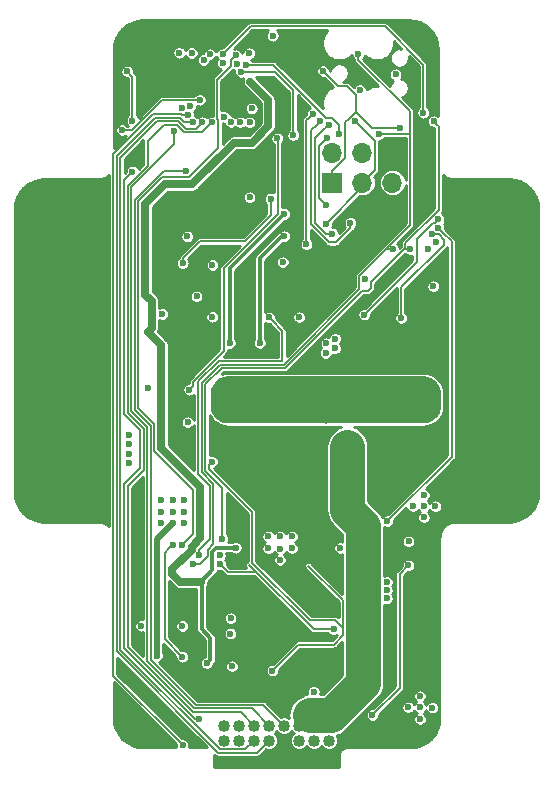
<source format=gbr>
G04 #@! TF.GenerationSoftware,KiCad,Pcbnew,(5.1.4)-1*
G04 #@! TF.CreationDate,2020-07-19T23:15:40-07:00*
G04 #@! TF.ProjectId,SkateLightMainBoard,536b6174-654c-4696-9768-744d61696e42,rev?*
G04 #@! TF.SameCoordinates,Original*
G04 #@! TF.FileFunction,Copper,L3,Inr*
G04 #@! TF.FilePolarity,Positive*
%FSLAX46Y46*%
G04 Gerber Fmt 4.6, Leading zero omitted, Abs format (unit mm)*
G04 Created by KiCad (PCBNEW (5.1.4)-1) date 2020-07-19 23:15:40*
%MOMM*%
%LPD*%
G04 APERTURE LIST*
%ADD10C,0.100000*%
%ADD11C,4.000000*%
%ADD12C,1.016000*%
%ADD13C,4.318000*%
%ADD14R,1.700000X1.700000*%
%ADD15O,1.700000X1.700000*%
%ADD16C,0.600000*%
%ADD17C,0.152400*%
%ADD18C,3.000000*%
%ADD19C,0.500000*%
%ADD20C,0.200000*%
%ADD21C,0.700000*%
%ADD22C,0.350000*%
%ADD23C,0.254000*%
G04 APERTURE END LIST*
D10*
G36*
X12557026Y-4037223D02*
G01*
X12702635Y-4058822D01*
X12845427Y-4094589D01*
X12984025Y-4144181D01*
X13117095Y-4207118D01*
X13243355Y-4282796D01*
X13361590Y-4370484D01*
X13470660Y-4469340D01*
X13569516Y-4578410D01*
X13657204Y-4696645D01*
X13732882Y-4822905D01*
X13795819Y-4955975D01*
X13845411Y-5094573D01*
X13881178Y-5237365D01*
X13902777Y-5382974D01*
X13910000Y-5530000D01*
X13910000Y-6530000D01*
X13902777Y-6677026D01*
X13881178Y-6822635D01*
X13845411Y-6965427D01*
X13795819Y-7104025D01*
X13732882Y-7237095D01*
X13657204Y-7363355D01*
X13569516Y-7481590D01*
X13470660Y-7590660D01*
X13361590Y-7689516D01*
X13243355Y-7777204D01*
X13117095Y-7852882D01*
X12984025Y-7915819D01*
X12845427Y-7965411D01*
X12702635Y-8001178D01*
X12557026Y-8022777D01*
X12410000Y-8030000D01*
X-4090000Y-8030000D01*
X-4237026Y-8022777D01*
X-4382635Y-8001178D01*
X-4525427Y-7965411D01*
X-4664025Y-7915819D01*
X-4797095Y-7852882D01*
X-4923355Y-7777204D01*
X-5041590Y-7689516D01*
X-5150660Y-7590660D01*
X-5249516Y-7481590D01*
X-5337204Y-7363355D01*
X-5412882Y-7237095D01*
X-5475819Y-7104025D01*
X-5525411Y-6965427D01*
X-5561178Y-6822635D01*
X-5582777Y-6677026D01*
X-5590000Y-6530000D01*
X-5590000Y-5530000D01*
X-5582777Y-5382974D01*
X-5561178Y-5237365D01*
X-5525411Y-5094573D01*
X-5475819Y-4955975D01*
X-5412882Y-4822905D01*
X-5337204Y-4696645D01*
X-5249516Y-4578410D01*
X-5150660Y-4469340D01*
X-5041590Y-4370484D01*
X-4923355Y-4282796D01*
X-4797095Y-4207118D01*
X-4664025Y-4144181D01*
X-4525427Y-4094589D01*
X-4382635Y-4058822D01*
X-4237026Y-4037223D01*
X-4090000Y-4030000D01*
X12410000Y-4030000D01*
X12557026Y-4037223D01*
X12557026Y-4037223D01*
G37*
D11*
X4160000Y-6030000D03*
D12*
X-4445000Y-33613000D03*
X-4445000Y-34883000D03*
X-3175000Y-33613000D03*
X-3175000Y-34883000D03*
X-1905000Y-33613000D03*
X-1905000Y-34883000D03*
X-635000Y-33613000D03*
X-635000Y-34883000D03*
X635000Y-33613000D03*
X635000Y-34883000D03*
X1905000Y-33613000D03*
X1905000Y-34883000D03*
X3175000Y-33613000D03*
X3175000Y-34883000D03*
X4445000Y-33613000D03*
X4445000Y-34883000D03*
D13*
X-19685000Y9660000D03*
X-19685000Y-13843000D03*
X19685000Y9660000D03*
X19685000Y-13843000D03*
D14*
X4730000Y12360000D03*
D15*
X4730000Y14900000D03*
X7270000Y12360000D03*
X7270000Y14900000D03*
X9810000Y12360000D03*
X9810000Y14900000D03*
D16*
X-16510000Y-13970000D03*
X16510000Y-13970000D03*
X-21590000Y-11430000D03*
X-16510000Y-11430000D03*
X21590000Y-11430000D03*
X-21590000Y-8890000D03*
X-19050000Y-8890000D03*
X-16510000Y-8890000D03*
X19050000Y-8890000D03*
X21590000Y-8890000D03*
X-21590000Y-6350000D03*
X-19050000Y-6350000D03*
X-16510000Y-6350000D03*
X19050000Y-6350000D03*
X21590000Y-6350000D03*
X-21590000Y-3810000D03*
X-19050000Y-3810000D03*
X-16510000Y-3810000D03*
X19050000Y-3810000D03*
X21590000Y-3810000D03*
X-21590000Y-1270000D03*
X-19050000Y-1270000D03*
X-16510000Y-1270000D03*
X19080000Y-1350000D03*
X21590000Y-1270000D03*
X-21590000Y1270000D03*
X-19050000Y1270000D03*
X-16510000Y1270000D03*
X16510000Y1270000D03*
X19140000Y1280000D03*
X21590000Y1270000D03*
X-21590000Y3810000D03*
X-19050000Y3810000D03*
X-16510000Y3810000D03*
X16510000Y3810000D03*
X19050000Y3810000D03*
X21590000Y3810000D03*
X-21590000Y6350000D03*
X-19050000Y6350000D03*
X-16510000Y6350000D03*
X16510000Y6350000D03*
X19050000Y6350000D03*
X21590000Y6350000D03*
X-16510000Y8890000D03*
X16510000Y8890000D03*
X-16510000Y11430000D03*
X16510000Y11430000D03*
X11430000Y21590000D03*
X11430000Y24130000D03*
X11470000Y19300000D03*
X-8420000Y10770000D03*
X-11474088Y15337912D03*
X2320000Y18360000D03*
X-2490000Y19550000D03*
X-4240000Y20330000D03*
X-5920000Y20290000D03*
X-7870000Y21180000D03*
X-6590000Y18300000D03*
X3540000Y24940000D03*
X-10890000Y19800000D03*
X-6910000Y8230000D03*
X-13470000Y16060000D03*
X-6250000Y1630000D03*
X900000Y1570000D03*
X710000Y6600000D03*
X750000Y4040000D03*
X9200000Y-15170000D03*
X13600000Y-16970000D03*
X13580000Y-22560000D03*
X13340000Y-33720000D03*
X8190000Y-35050000D03*
X4880000Y-36680000D03*
X-4960000Y-36850000D03*
X-1640000Y-36860000D03*
X1720000Y-36860000D03*
X-8150000Y-33880000D03*
X-10560000Y-31470000D03*
X-10900000Y-34000000D03*
X-12380000Y-34180000D03*
X-12360000Y-32060000D03*
X-12380000Y-33150000D03*
X-6930000Y-28280000D03*
X-4950000Y-27710000D03*
X-6500000Y-26530000D03*
X-4780000Y-26770000D03*
X-5700000Y-23870000D03*
X-12040000Y-21080000D03*
X-11530000Y-23210000D03*
X-3800000Y-17840000D03*
X-4000000Y-11000000D03*
X-4750000Y-8750000D03*
X180000Y-9000000D03*
X9120000Y-11900000D03*
X9291080Y-20045680D03*
X9296160Y-18016220D03*
X5320000Y-19550000D03*
X4300000Y-18120000D03*
X3780000Y-18820000D03*
X3260000Y-19500000D03*
X13540000Y-19790000D03*
X-2620000Y1190000D03*
X-9750000Y340000D03*
X-9590000Y3770000D03*
X-6770000Y6130000D03*
X-3960000Y-29660000D03*
X-80000Y-30080000D03*
X5350000Y-27090000D03*
X8870000Y-9080000D03*
X13090000Y-8960000D03*
X13120000Y-10920000D03*
X11250000Y-12810000D03*
X11100000Y-10230000D03*
X10570000Y-3340000D03*
X5490000Y-3310000D03*
X4120000Y20490000D03*
X9400000Y10340000D03*
X830000Y15050000D03*
X710000Y12200000D03*
X13080000Y10920000D03*
X9330000Y-22160000D03*
X9340000Y-21460000D03*
X9330000Y-22850000D03*
X-12460000Y-8980000D03*
X-12460000Y-9810000D03*
X-12460000Y-10600000D03*
X-12460000Y-11400000D03*
X-3780000Y-28590000D03*
X-10901680Y-4999860D03*
X-7950725Y5521028D03*
X-500000Y11010000D03*
X-7570000Y7800000D03*
X13270000Y3590000D03*
X-5440000Y990000D03*
X-9660000Y1240000D03*
X-3862853Y17477147D03*
X-7640000Y13330000D03*
X-7080000Y17470000D03*
X6000000Y-11000000D03*
X5000000Y-10000000D03*
X6000000Y-10000000D03*
X6000000Y-9000000D03*
X7000000Y-10000000D03*
X-347042Y-28948897D03*
X-5470000Y-11270000D03*
X-7400000Y-5180000D03*
X60000Y16100000D03*
X10070000Y21530000D03*
X-4457722Y17937980D03*
X-3080000Y17460000D03*
X13519073Y7325992D03*
X10550000Y900000D03*
X13130000Y7970000D03*
X-2282385Y17457615D03*
X300000Y-19600000D03*
X-700000Y-18600000D03*
X-700000Y-17600000D03*
X300000Y-17600000D03*
X1300000Y-17600000D03*
X1300000Y-18600000D03*
X320000Y-18620000D03*
X-2100000Y18640000D03*
X-13080000Y16820000D03*
X-6500000Y19368610D03*
X-6538640Y-33075880D03*
X-12200000Y13300000D03*
X-12650000Y21780000D03*
X-12200000Y17608610D03*
X-5470000Y17460000D03*
X-6280000Y17470000D03*
X-8027384Y18685849D03*
X-8690000Y16715062D03*
X-7480000Y18110000D03*
X-7960000Y-35273100D03*
X-7290000Y18840000D03*
X-3896114Y-24526601D03*
X3139172Y-30748962D03*
X-7800000Y-16500000D03*
X-8800000Y-16500000D03*
X-9800000Y-16500000D03*
X-9800000Y-14500000D03*
X-8800000Y-14500000D03*
X-7800000Y-14500000D03*
X-7800000Y-15500000D03*
X-8800000Y-15500000D03*
X-9800000Y-15500000D03*
X-10120000Y-27690000D03*
X-3913659Y-25819783D03*
X-11488232Y-25170000D03*
X4830000Y-25450000D03*
X-4765337Y-19958074D03*
X-7985646Y-27776731D03*
X-7540000Y-7920000D03*
X-8730000Y-18318142D03*
X-7984202Y-25177262D03*
X5360000Y-18580000D03*
X-331740Y24798260D03*
X-5910000Y-28340000D03*
X-3460000Y-18560000D03*
X-10915238Y-246647D03*
X-10590000Y1920000D03*
X-6780000Y2732500D03*
X-2240000Y20910000D03*
X-2280000Y11120000D03*
X520000Y5630000D03*
X12138660Y-32067500D03*
X12143740Y-31115000D03*
X13195300Y-32090360D03*
X12153900Y-33065720D03*
X11140440Y-32072580D03*
X11166080Y-20045680D03*
X11171160Y-18016220D03*
X8110000Y-32720000D03*
X4160000Y-2070000D03*
X4960000Y-850000D03*
X4960000Y-1670000D03*
X4960000Y-1670000D03*
X12470000Y-15040000D03*
X12470000Y-14100000D03*
X13450000Y-15040000D03*
X12470000Y-15980000D03*
X11540000Y-15050000D03*
X4213860Y-1226820D03*
X-5430000Y5380000D03*
X1910000Y970000D03*
X-3016436Y21722349D03*
X4210000Y10460000D03*
X4310000Y16160000D03*
X1406474Y16361095D03*
X3931390Y21814555D03*
X13310000Y17560000D03*
X10490000Y17000000D03*
X-4810000Y-19200000D03*
X-4580000Y-17820000D03*
X-4552410Y22472410D03*
X6910000Y23280000D03*
X-7183820Y23337407D03*
X11328043Y6711015D03*
X-7081898Y-19947844D03*
X8691390Y16470367D03*
X9832368Y6777793D03*
X-8241031Y23349903D03*
X7048744Y20212178D03*
X-6547626Y-19203328D03*
X7500000Y4190382D03*
X4180000Y8890000D03*
X6656542Y17555574D03*
X-643754Y941786D03*
X-3428024Y23150521D03*
X-7977587Y-18318142D03*
X-2567187Y22330903D03*
X9390000Y-16300000D03*
X13707668Y8498610D03*
X5281390Y16445344D03*
X-2307590Y23310258D03*
X3045180Y18150000D03*
X2530001Y7140001D03*
X-3335292Y22403846D03*
X3695962Y17565433D03*
X6250000Y8970000D03*
X12420000Y18280000D03*
X-4572412Y23232617D03*
X13708088Y9251021D03*
X7416214Y1187730D03*
X12840000Y6730000D03*
X4710000Y8050000D03*
X4440000Y17260000D03*
X-5629623Y23241765D03*
X-6186020Y22735261D03*
X-1419860Y-1226820D03*
X650000Y7832500D03*
X-3959860Y-1226820D03*
X650000Y9707500D03*
D17*
X-7950725Y5945292D02*
X-6506017Y7390000D01*
X-7950725Y5521028D02*
X-7950725Y5945292D01*
X-6506017Y7390000D02*
X-2700000Y7390000D01*
X-2700000Y7390000D02*
X-500000Y9590000D01*
X-500000Y9590000D02*
X-500000Y11010000D01*
X-12003421Y10895924D02*
X-9569345Y13330000D01*
X-1128000Y-31850000D02*
X-6830000Y-31850000D01*
X-10654811Y-8227047D02*
X-12003422Y-6878436D01*
X635000Y-33613000D02*
X-1128000Y-31850000D01*
X-6830000Y-31850000D02*
X-10654811Y-28025189D01*
X-10654811Y-28025189D02*
X-10654811Y-8227047D01*
X-9569345Y13330000D02*
X-8064264Y13330000D01*
X-12003422Y-6878436D02*
X-12003421Y10895924D01*
X-8064264Y13330000D02*
X-7640000Y13330000D01*
X-8183758Y17853286D02*
X-7800473Y17470000D01*
X-1682000Y-35930000D02*
X-4922134Y-35930000D01*
X-10296714Y17853286D02*
X-8183758Y17853286D01*
X-13528864Y-27323270D02*
X-13528864Y14621136D01*
X-13528864Y14621136D02*
X-10296714Y17853286D01*
X-7800473Y17470000D02*
X-7504264Y17470000D01*
X-4922134Y-35930000D02*
X-13528864Y-27323270D01*
X-7504264Y17470000D02*
X-7080000Y17470000D01*
X-635000Y-34883000D02*
X-1682000Y-35930000D01*
D18*
X4647401Y-32722599D02*
X2941993Y-32722599D01*
X2941993Y-32722599D02*
X2795401Y-32722599D01*
X7338679Y-30031321D02*
X4647401Y-32722599D01*
X7338679Y-16693303D02*
X7338679Y-30031321D01*
X6000000Y-15354624D02*
X7338679Y-16693303D01*
X6000000Y-10000000D02*
X6000000Y-15354624D01*
D17*
X-347042Y-28948897D02*
X1851855Y-26750000D01*
X1851855Y-26750000D02*
X4830000Y-26750000D01*
X4830000Y-26750000D02*
X5600000Y-25980000D01*
X5600000Y-22990000D02*
X2700000Y-20090000D01*
X5600000Y-25330000D02*
X5600000Y-25310000D01*
X5600000Y-25980000D02*
X5600000Y-25330000D01*
X5600000Y-25330000D02*
X5600000Y-22990000D01*
X5600000Y-25310000D02*
X4980000Y-24690000D01*
X4980000Y-24690000D02*
X2810000Y-24690000D01*
X2810000Y-24690000D02*
X-2070000Y-19810000D01*
X-2070000Y-19810000D02*
X-2070000Y-15570000D01*
X-2070000Y-15570000D02*
X-3900000Y-13740000D01*
X-3900000Y-13740000D02*
X-5720000Y-11920000D01*
X-5720000Y-11920000D02*
X-5720000Y-11520000D01*
X-5720000Y-11520000D02*
X-5470000Y-11270000D01*
X-7400000Y-5180000D02*
X-7100001Y-4880001D01*
X-7100001Y-4880001D02*
X-7100001Y-4490001D01*
X-7100001Y-4490001D02*
X-4490000Y-1880000D01*
X-4490000Y-1880000D02*
X-4490000Y5140000D01*
X-4490000Y5140000D02*
X110000Y9740000D01*
X110000Y9740000D02*
X110000Y16050000D01*
X110000Y16050000D02*
X60000Y16100000D01*
X10550000Y3520000D02*
X14150000Y7120000D01*
X10550000Y900000D02*
X10550000Y3520000D01*
X14150000Y7120000D02*
X14150000Y7540000D01*
X14150000Y7540000D02*
X13720000Y7970000D01*
X13720000Y7970000D02*
X13130000Y7970000D01*
X-6924264Y19368610D02*
X-6500000Y19368610D01*
X-9671390Y19368610D02*
X-6924264Y19368610D01*
X-12220000Y16820000D02*
X-9671390Y19368610D01*
X-13080000Y16820000D02*
X-12220000Y16820000D01*
X-11570000Y-11840000D02*
X-11570000Y-8614267D01*
X-12914431Y-27075569D02*
X-12914431Y-13184431D01*
X-12499999Y13000001D02*
X-12200000Y13300000D01*
X-12914431Y-13184431D02*
X-11570000Y-11840000D01*
X-6538640Y-33075880D02*
X-6914120Y-33075880D01*
X-12919242Y-7265025D02*
X-12919242Y12580758D01*
X-6914120Y-33075880D02*
X-12914431Y-27075569D01*
X-11570000Y-8614267D02*
X-12919242Y-7265025D01*
X-12919242Y12580758D02*
X-12499999Y13000001D01*
X-12650000Y21780000D02*
X-12200000Y21330000D01*
X-12200000Y18032874D02*
X-12200000Y17608610D01*
X-12200000Y21330000D02*
X-12200000Y18032874D01*
X-1905000Y-33613000D02*
X-3048000Y-32470000D01*
X-3048000Y-32470000D02*
X-7080000Y-32470000D01*
X-12609620Y-26940380D02*
X-12609620Y-13319620D01*
X-12609620Y-13319620D02*
X-11264433Y-11974433D01*
X-11264433Y-11974433D02*
X-11264433Y-8479559D01*
X-12614431Y12115569D02*
X-10924811Y13805189D01*
X-10924811Y13805189D02*
X-10924811Y15876256D01*
X-6325191Y16604809D02*
X-5769999Y17160001D01*
X-12614431Y-7129561D02*
X-12614431Y12115569D01*
X-5769999Y17160001D02*
X-5470000Y17460000D01*
X-7797415Y16604809D02*
X-6325191Y16604809D01*
X-11264433Y-8479559D02*
X-12614431Y-7129561D01*
X-8436270Y17243664D02*
X-7797415Y16604809D01*
X-7080000Y-32470000D02*
X-12609620Y-26940380D01*
X-9557403Y17243664D02*
X-8436270Y17243664D01*
X-10924811Y15876256D02*
X-9557403Y17243664D01*
X-7671539Y16910000D02*
X-6840000Y16910000D01*
X-6840000Y16910000D02*
X-6579999Y17170001D01*
X-1905000Y-34883000D02*
X-2641601Y-35619601D01*
X-10161525Y17548475D02*
X-8310014Y17548475D01*
X-8310014Y17548475D02*
X-7671539Y16910000D01*
X-2641601Y-35619601D02*
X-4801465Y-35619601D01*
X-4801465Y-35619601D02*
X-13224053Y-27197013D01*
X-13224053Y-27197013D02*
X-13224053Y14485947D01*
X-13224053Y14485947D02*
X-10161525Y17548475D01*
X-6579999Y17170001D02*
X-6280000Y17470000D01*
X-8690000Y16290798D02*
X-8690000Y16715062D01*
X-10959622Y-28151445D02*
X-10959622Y-8353304D01*
X-8690000Y15600000D02*
X-8690000Y16290798D01*
X-12309620Y11980380D02*
X-8690000Y15600000D01*
X-12309620Y-7003306D02*
X-12309620Y11980380D01*
X-10959622Y-8353304D02*
X-12309620Y-7003306D01*
X-6956256Y-32154811D02*
X-10959622Y-28151445D01*
X-2093189Y-32154811D02*
X-6956256Y-32154811D01*
X-635000Y-33613000D02*
X-2093189Y-32154811D01*
X-10431903Y18158097D02*
X-8057502Y18158097D01*
X-7960000Y-35273100D02*
X-13833675Y-29399425D01*
X-7904264Y18110000D02*
X-7480000Y18110000D01*
X-13833675Y-29399425D02*
X-13833675Y14756325D01*
X-13833675Y14756325D02*
X-10431903Y18158097D01*
X-8057502Y18158097D02*
X-8009405Y18110000D01*
X-8009405Y18110000D02*
X-7904264Y18110000D01*
D19*
X-10120000Y-17820000D02*
X-8800000Y-16500000D01*
X-10120000Y-27690000D02*
X-10120000Y-17820000D01*
D17*
X4830000Y-25450000D02*
X3130000Y-25450000D01*
X3130000Y-25450000D02*
X-1730000Y-20590000D01*
X-1730000Y-20590000D02*
X-2299388Y-20020612D01*
X-1730000Y-20590000D02*
X-4133411Y-20590000D01*
X-4465338Y-20258073D02*
X-4765337Y-19958074D01*
X-4133411Y-20590000D02*
X-4465338Y-20258073D01*
X-7985646Y-27776731D02*
X-9478609Y-26283768D01*
X-9478609Y-26283768D02*
X-9478609Y-18958855D01*
X-9137893Y-18618139D02*
X-8837894Y-18318140D01*
X-9478609Y-18958855D02*
X-9137893Y-18618139D01*
D20*
X-8837894Y-18318140D02*
X-8730002Y-18318140D01*
X-8730002Y-18318140D02*
X-8730000Y-18318142D01*
D21*
X-10590000Y1920000D02*
X-10590000Y2344264D01*
X-10590000Y2344264D02*
X-11120001Y2874265D01*
X-11120001Y2874265D02*
X-11120001Y10529999D01*
X-11120001Y10529999D02*
X-9430000Y12220000D01*
X-9430000Y12220000D02*
X-7130000Y12220000D01*
X-7130000Y12220000D02*
X-3620000Y15730000D01*
X-3620000Y15730000D02*
X-2110000Y15730000D01*
X-2110000Y15730000D02*
X-720000Y17120000D01*
X-720000Y17120000D02*
X-720000Y19390000D01*
X-720000Y19390000D02*
X-2240000Y20910000D01*
X-10590000Y78591D02*
X-10915238Y-246647D01*
X-10590000Y1920000D02*
X-10590000Y78591D01*
D22*
X-6346390Y-25437180D02*
X-6346390Y-21523610D01*
X-5910000Y-28340000D02*
X-5610001Y-28040001D01*
X-5610001Y-28040001D02*
X-5610001Y-26173569D01*
X-6346390Y-21523610D02*
X-6430000Y-21440000D01*
X-5610001Y-26173569D02*
X-6346390Y-25437180D01*
X-5437401Y-20447401D02*
X-5437401Y-18898847D01*
X-6430000Y-21440000D02*
X-5437401Y-20447401D01*
X-5437401Y-18898847D02*
X-5098554Y-18560000D01*
X-5098554Y-18560000D02*
X-3884264Y-18560000D01*
X-3884264Y-18560000D02*
X-3460000Y-18560000D01*
D21*
X-7175185Y-18703296D02*
X-7175185Y-18490881D01*
X-9760000Y-10130000D02*
X-9760000Y-1401885D01*
X-9760000Y-1401885D02*
X-10615239Y-546646D01*
X-8840000Y-20740000D02*
X-8840000Y-20368111D01*
X-6450000Y-17765696D02*
X-6450000Y-13440000D01*
X-10615239Y-546646D02*
X-10915238Y-246647D01*
X-6450000Y-13440000D02*
X-9760000Y-10130000D01*
X-7175185Y-18490881D02*
X-6450000Y-17765696D01*
X-8840000Y-20368111D02*
X-7175185Y-18703296D01*
X-8140000Y-21440000D02*
X-8840000Y-20740000D01*
X-6430000Y-21440000D02*
X-8140000Y-21440000D01*
D20*
X10420000Y-20791760D02*
X11166080Y-20045680D01*
X8110000Y-32720000D02*
X10420000Y-30410000D01*
X10420000Y-30410000D02*
X10420000Y-20791760D01*
X-152349Y21722349D02*
X1406474Y20163526D01*
X-3016436Y21722349D02*
X-152349Y21722349D01*
X1406474Y16785359D02*
X1406474Y16361095D01*
X1406474Y20163526D02*
X1406474Y16785359D01*
X3910001Y10759999D02*
X4210000Y10460000D01*
X3627599Y11042401D02*
X3910001Y10759999D01*
X3627599Y15477599D02*
X3627599Y11042401D01*
X4310000Y16160000D02*
X3627599Y15477599D01*
D17*
X6729801Y18376402D02*
X6729801Y19783553D01*
X5990153Y20523201D02*
X5222744Y20523201D01*
X5222744Y20523201D02*
X3931390Y21814555D01*
X6729801Y19783553D02*
X5990153Y20523201D01*
X13710000Y10024234D02*
X13710000Y17160000D01*
X13710000Y17160000D02*
X13609999Y17260001D01*
X10895000Y7209234D02*
X13710000Y10024234D01*
X10895000Y6825000D02*
X10895000Y7209234D01*
X13609999Y17260001D02*
X13310000Y17560000D01*
X8008601Y3446271D02*
X8008601Y3938601D01*
X7733729Y3171399D02*
X8008601Y3446271D01*
X-4660000Y-3350000D02*
X720000Y-3350000D01*
X-4580000Y-13500000D02*
X-6030000Y-12050000D01*
X-4580000Y-17820000D02*
X-4580000Y-13500000D01*
X-6030000Y-12050000D02*
X-6030000Y-4720000D01*
X8008601Y3938601D02*
X10895000Y6825000D01*
X-6030000Y-4720000D02*
X-4660000Y-3350000D01*
X720000Y-3350000D02*
X7241399Y3171399D01*
X7241399Y3171399D02*
X7733729Y3171399D01*
X8106203Y17000000D02*
X10490000Y17000000D01*
X6729801Y18376402D02*
X8106203Y17000000D01*
X4730000Y12360000D02*
X4730000Y13362400D01*
X6090000Y17736601D02*
X6729801Y18376402D01*
X4730000Y13362400D02*
X5810000Y14442400D01*
X5810000Y14442400D02*
X5810000Y17456601D01*
X5810000Y17456601D02*
X6090000Y17736601D01*
X10895000Y6719794D02*
X10903779Y6711015D01*
X10903779Y6711015D02*
X11328043Y6711015D01*
X10895000Y6825000D02*
X10895000Y6719794D01*
X11280000Y18390000D02*
X6910000Y22760000D01*
X6910000Y22855736D02*
X6910000Y23280000D01*
X6910000Y22760000D02*
X6910000Y22855736D01*
X9373644Y6846356D02*
X11280000Y8752712D01*
X-5841012Y-19279046D02*
X-5841012Y-18731666D01*
X6971399Y4444111D02*
X9373644Y6846356D01*
X-4787868Y-3040000D02*
X591066Y-3040000D01*
X6971399Y3340333D02*
X6971399Y4444111D01*
X-6340000Y-4592132D02*
X-4787868Y-3040000D01*
X-7081898Y-19947844D02*
X-6509810Y-19947844D01*
X-5351579Y-13166562D02*
X-6340000Y-12178141D01*
X-6509810Y-19947844D02*
X-5841012Y-19279046D01*
X-5841012Y-18731666D02*
X-5351579Y-18242234D01*
X-5351579Y-18242234D02*
X-5351579Y-13166562D01*
X591066Y-3040000D02*
X6971399Y3340333D01*
X-6340000Y-12178141D02*
X-6340000Y-4592132D01*
X11280000Y8752712D02*
X11280000Y11760000D01*
X11280000Y11760000D02*
X11280000Y16380000D01*
X11280000Y16380000D02*
X11280000Y18390000D01*
X11280000Y16380000D02*
X11189633Y16470367D01*
X11189633Y16470367D02*
X9115654Y16470367D01*
X9115654Y16470367D02*
X8691390Y16470367D01*
X9408104Y6777793D02*
X9832368Y6777793D01*
X9373644Y6846356D02*
X9373644Y6812253D01*
X9373644Y6812253D02*
X9408104Y6777793D01*
X7270000Y11980000D02*
X7270000Y12360000D01*
X4180000Y8890000D02*
X7270000Y11980000D01*
X7270000Y12360000D02*
X8348601Y13438601D01*
X8348601Y15863515D02*
X6956541Y17255575D01*
X6956541Y17255575D02*
X6656542Y17555574D01*
X8348601Y13438601D02*
X8348601Y15863515D01*
X485881Y-187849D02*
X-343755Y641787D01*
X-6547626Y-18734558D02*
X-5656390Y-17843322D01*
X464811Y-2735189D02*
X485881Y-2714119D01*
X-5656390Y-13292818D02*
X-6644811Y-12304397D01*
X-6644811Y-4465876D02*
X-4914124Y-2735189D01*
X-5656390Y-17843322D02*
X-5656390Y-13292818D01*
X-6547626Y-19203328D02*
X-6547626Y-18734558D01*
X485881Y-2714119D02*
X485881Y-187849D01*
X-343755Y641787D02*
X-643754Y941786D01*
X-4914124Y-2735189D02*
X464811Y-2735189D01*
X-6644811Y-12304397D02*
X-6644811Y-4465876D01*
X-4930000Y15280000D02*
X-7411389Y12798611D01*
X-10343611Y-10364667D02*
X-7080000Y-13628278D01*
X-11698612Y10769667D02*
X-11698611Y-6752181D01*
X-4930000Y17690000D02*
X-4930000Y15280000D01*
X-3868976Y22239986D02*
X-5020000Y21088962D01*
X-11698611Y-6752181D02*
X-10343611Y-8107181D01*
X-10343611Y-8107181D02*
X-10343611Y-10364667D01*
X-5020000Y17780000D02*
X-4930000Y17690000D01*
X-5020000Y21088962D02*
X-5020000Y17780000D01*
X-3428024Y23150521D02*
X-3868976Y22709569D01*
X-3868976Y22709569D02*
X-3868976Y22239986D01*
X-7411389Y12798611D02*
X-9669668Y12798611D01*
X-9669668Y12798611D02*
X-11698612Y10769667D01*
X-7080000Y-13628278D02*
X-7080000Y-17420555D01*
X-7080000Y-17420555D02*
X-7677588Y-18018143D01*
X-7677588Y-18018143D02*
X-7977587Y-18318142D01*
X14007667Y8198611D02*
X13707668Y8498610D01*
X14810000Y7396278D02*
X14007667Y8198611D01*
X9390000Y-16300000D02*
X14810000Y-10880000D01*
X14810000Y-10880000D02*
X14810000Y7396278D01*
X-278571Y22330903D02*
X4223730Y17828602D01*
X4223730Y17828602D02*
X4653730Y17828602D01*
X5281390Y16869608D02*
X5281390Y16445344D01*
X-2567187Y22330903D02*
X-278571Y22330903D01*
X5281390Y17200942D02*
X5281390Y16869608D01*
X4653730Y17828602D02*
X5281390Y17200942D01*
D20*
X2530001Y17634821D02*
X2745181Y17850001D01*
X2745181Y17850001D02*
X3045180Y18150000D01*
X2530001Y7140001D02*
X2530001Y17634821D01*
X2922777Y8831285D02*
X2922777Y16792248D01*
X2922777Y16792248D02*
X3395963Y17265434D01*
X3395963Y17265434D02*
X3695962Y17565433D01*
X6250000Y8545736D02*
X5034264Y7330000D01*
X5034264Y7330000D02*
X4424062Y7330000D01*
X6250000Y8970000D02*
X6250000Y8545736D01*
X4424062Y7330000D02*
X2922777Y8831285D01*
D17*
X9166799Y25603201D02*
X-2201828Y25603201D01*
X-2201828Y25603201D02*
X-4272413Y23532616D01*
X12420000Y18280000D02*
X12420000Y22350000D01*
X12420000Y22350000D02*
X9166799Y25603201D01*
X-4272413Y23532616D02*
X-4572412Y23232617D01*
X7716213Y1487729D02*
X7416214Y1187730D01*
X11856644Y7546644D02*
X11856644Y5628160D01*
X13408089Y8951022D02*
X13261022Y8951022D01*
X11856644Y5628160D02*
X7716213Y1487729D01*
X13708088Y9251021D02*
X13408089Y8951022D01*
X13261022Y8951022D02*
X11856644Y7546644D01*
D20*
X4140001Y16960001D02*
X4440000Y17260000D01*
X3275188Y16095188D02*
X4140001Y16960001D01*
X4202446Y8050000D02*
X3275188Y8977258D01*
X4710000Y8050000D02*
X4202446Y8050000D01*
X3275188Y8977258D02*
X3275188Y16095188D01*
D22*
X-1419860Y-1226820D02*
X-1419860Y5950140D01*
X-1419860Y5950140D02*
X462500Y7832500D01*
X462500Y7832500D02*
X650000Y7832500D01*
X-3959860Y5097640D02*
X650000Y9707500D01*
X-3959860Y-1226820D02*
X-3959860Y5097640D01*
D23*
G36*
X14074427Y13015893D02*
G01*
X14077696Y13013188D01*
X14077702Y13013182D01*
X14077709Y13013178D01*
X14231364Y12887859D01*
X14254361Y12872579D01*
X14277108Y12857005D01*
X14280846Y12854983D01*
X14455924Y12761892D01*
X14481485Y12751356D01*
X14506792Y12740510D01*
X14510844Y12739255D01*
X14510850Y12739253D01*
X14510856Y12739252D01*
X14700678Y12681942D01*
X14727741Y12676583D01*
X14754726Y12670847D01*
X14758947Y12670404D01*
X14758955Y12670402D01*
X14758963Y12670402D01*
X14956295Y12651053D01*
X14956301Y12651053D01*
X14971054Y12649600D01*
X19670115Y12649600D01*
X20168282Y12600755D01*
X20633159Y12460400D01*
X21061914Y12232426D01*
X21438229Y11925511D01*
X21747762Y11551351D01*
X21978725Y11124194D01*
X22122321Y10660308D01*
X22174588Y10163027D01*
X22174600Y10159513D01*
X22174601Y-13828105D01*
X22125755Y-14326282D01*
X21985401Y-14791158D01*
X21757426Y-15219914D01*
X21450512Y-15596229D01*
X21076351Y-15905762D01*
X20649194Y-16136725D01*
X20185308Y-16280321D01*
X19688026Y-16332588D01*
X19684513Y-16332600D01*
X15098054Y-16332600D01*
X15084630Y-16333922D01*
X15078318Y-16333878D01*
X15074088Y-16334293D01*
X14876886Y-16355020D01*
X14849841Y-16360571D01*
X14822761Y-16365737D01*
X14818697Y-16366964D01*
X14818691Y-16366965D01*
X14818685Y-16366967D01*
X14629271Y-16425600D01*
X14603826Y-16436296D01*
X14578256Y-16446627D01*
X14574503Y-16448622D01*
X14400080Y-16542933D01*
X14377182Y-16558378D01*
X14354122Y-16573468D01*
X14350828Y-16576154D01*
X14198044Y-16702548D01*
X14178583Y-16722146D01*
X14158893Y-16741427D01*
X14156183Y-16744702D01*
X14030859Y-16898364D01*
X14015569Y-16921377D01*
X14000005Y-16944108D01*
X13997986Y-16947842D01*
X13997983Y-16947846D01*
X13997983Y-16947847D01*
X13904892Y-17122924D01*
X13894361Y-17148473D01*
X13883510Y-17173792D01*
X13882255Y-17177844D01*
X13882253Y-17177850D01*
X13882253Y-17177852D01*
X13824942Y-17367678D01*
X13819580Y-17394756D01*
X13813847Y-17421727D01*
X13813404Y-17425947D01*
X13813402Y-17425955D01*
X13813402Y-17425963D01*
X13794053Y-17623295D01*
X13794053Y-17623311D01*
X13792601Y-17638054D01*
X13792600Y-32941615D01*
X13743755Y-33439782D01*
X13603401Y-33904658D01*
X13375426Y-34333414D01*
X13068512Y-34709729D01*
X12694351Y-35019262D01*
X12267194Y-35250225D01*
X11803308Y-35393821D01*
X11306026Y-35446088D01*
X11302513Y-35446100D01*
X5890554Y-35446100D01*
X5877614Y-35447374D01*
X5875694Y-35447361D01*
X5871464Y-35447776D01*
X5809840Y-35454253D01*
X5782818Y-35459799D01*
X5755716Y-35464969D01*
X5751647Y-35466197D01*
X5692453Y-35484520D01*
X5666973Y-35495230D01*
X5641434Y-35505549D01*
X5637694Y-35507538D01*
X5637686Y-35507541D01*
X5637682Y-35507544D01*
X5583174Y-35537017D01*
X5560261Y-35552472D01*
X5537218Y-35567551D01*
X5533926Y-35570235D01*
X5533922Y-35570238D01*
X5533918Y-35570242D01*
X5486179Y-35609735D01*
X5466716Y-35629334D01*
X5447026Y-35648616D01*
X5444317Y-35651890D01*
X5405154Y-35699909D01*
X5389872Y-35722911D01*
X5374301Y-35745652D01*
X5372279Y-35749391D01*
X5343188Y-35804102D01*
X5332663Y-35829637D01*
X5321806Y-35854969D01*
X5320549Y-35859029D01*
X5302639Y-35918350D01*
X5297273Y-35945450D01*
X5291545Y-35972398D01*
X5291101Y-35976618D01*
X5291099Y-35976627D01*
X5291099Y-35976635D01*
X5285053Y-36038294D01*
X5285053Y-36038302D01*
X5283600Y-36053055D01*
X5283601Y-37069102D01*
X5281919Y-37086260D01*
X5281262Y-37088435D01*
X5280195Y-37090441D01*
X5278758Y-37092203D01*
X5277009Y-37093650D01*
X5275012Y-37094730D01*
X5272837Y-37095403D01*
X5256693Y-37097100D01*
X-5255612Y-37097100D01*
X-5272760Y-37095419D01*
X-5274935Y-37094762D01*
X-5276941Y-37093695D01*
X-5278703Y-37092258D01*
X-5280150Y-37090509D01*
X-5281230Y-37088512D01*
X-5281903Y-37086337D01*
X-5283600Y-37070193D01*
X-5283600Y-36071429D01*
X-5185924Y-36169105D01*
X-5174797Y-36182663D01*
X-5161239Y-36193790D01*
X-5161234Y-36193795D01*
X-5135825Y-36214647D01*
X-5120650Y-36227101D01*
X-5058874Y-36260121D01*
X-4991844Y-36280454D01*
X-4939597Y-36285600D01*
X-4939588Y-36285600D01*
X-4922135Y-36287319D01*
X-4904682Y-36285600D01*
X-1699455Y-36285600D01*
X-1682000Y-36287319D01*
X-1664545Y-36285600D01*
X-1664537Y-36285600D01*
X-1612290Y-36280454D01*
X-1545260Y-36260121D01*
X-1483484Y-36227101D01*
X-1429337Y-36182663D01*
X-1418201Y-36169094D01*
X-882051Y-35632944D01*
X-864676Y-35640141D01*
X-712552Y-35670400D01*
X-557448Y-35670400D01*
X-405324Y-35640141D01*
X-262026Y-35580785D01*
X-133062Y-35494614D01*
X-23386Y-35384938D01*
X62785Y-35255974D01*
X122141Y-35112676D01*
X152400Y-34960552D01*
X152400Y-34805448D01*
X122141Y-34653324D01*
X62785Y-34510026D01*
X-23386Y-34381062D01*
X-133062Y-34271386D01*
X-168062Y-34248000D01*
X-133062Y-34224614D01*
X-23386Y-34114938D01*
X0Y-34079938D01*
X23386Y-34114938D01*
X133062Y-34224614D01*
X262026Y-34310785D01*
X405324Y-34370141D01*
X557448Y-34400400D01*
X712552Y-34400400D01*
X864676Y-34370141D01*
X1007974Y-34310785D01*
X1136938Y-34224614D01*
X1246614Y-34114938D01*
X1270000Y-34079938D01*
X1293386Y-34114938D01*
X1403062Y-34224614D01*
X1438062Y-34248000D01*
X1403062Y-34271386D01*
X1293386Y-34381062D01*
X1207215Y-34510026D01*
X1147859Y-34653324D01*
X1117600Y-34805448D01*
X1117600Y-34960552D01*
X1147859Y-35112676D01*
X1207215Y-35255974D01*
X1293386Y-35384938D01*
X1403062Y-35494614D01*
X1532026Y-35580785D01*
X1675324Y-35640141D01*
X1827448Y-35670400D01*
X1982552Y-35670400D01*
X2134676Y-35640141D01*
X2277974Y-35580785D01*
X2406938Y-35494614D01*
X2516614Y-35384938D01*
X2540000Y-35349938D01*
X2563386Y-35384938D01*
X2673062Y-35494614D01*
X2802026Y-35580785D01*
X2945324Y-35640141D01*
X3097448Y-35670400D01*
X3252552Y-35670400D01*
X3404676Y-35640141D01*
X3547974Y-35580785D01*
X3676938Y-35494614D01*
X3786614Y-35384938D01*
X3810000Y-35349938D01*
X3833386Y-35384938D01*
X3943062Y-35494614D01*
X4072026Y-35580785D01*
X4215324Y-35640141D01*
X4367448Y-35670400D01*
X4522552Y-35670400D01*
X4674676Y-35640141D01*
X4817974Y-35580785D01*
X4946938Y-35494614D01*
X5056614Y-35384938D01*
X5142785Y-35255974D01*
X5202141Y-35112676D01*
X5232400Y-34960552D01*
X5232400Y-34805448D01*
X5202141Y-34653324D01*
X5142785Y-34510026D01*
X5099321Y-34444978D01*
X5331642Y-34374504D01*
X5640766Y-34209274D01*
X5911714Y-33986912D01*
X5967435Y-33919016D01*
X7223517Y-32662934D01*
X7530600Y-32662934D01*
X7530600Y-32777066D01*
X7552866Y-32889005D01*
X7596543Y-32994449D01*
X7659951Y-33089346D01*
X7740654Y-33170049D01*
X7835551Y-33233457D01*
X7940995Y-33277134D01*
X8052934Y-33299400D01*
X8167066Y-33299400D01*
X8279005Y-33277134D01*
X8384449Y-33233457D01*
X8479346Y-33170049D01*
X8560049Y-33089346D01*
X8623457Y-32994449D01*
X8667134Y-32889005D01*
X8689400Y-32777066D01*
X8689400Y-32677152D01*
X9351038Y-32015514D01*
X10561040Y-32015514D01*
X10561040Y-32129646D01*
X10583306Y-32241585D01*
X10626983Y-32347029D01*
X10690391Y-32441926D01*
X10771094Y-32522629D01*
X10865991Y-32586037D01*
X10971435Y-32629714D01*
X11083374Y-32651980D01*
X11197506Y-32651980D01*
X11309445Y-32629714D01*
X11414889Y-32586037D01*
X11509786Y-32522629D01*
X11590489Y-32441926D01*
X11641247Y-32365961D01*
X11688611Y-32436846D01*
X11769314Y-32517549D01*
X11850359Y-32571702D01*
X11784554Y-32615671D01*
X11703851Y-32696374D01*
X11640443Y-32791271D01*
X11596766Y-32896715D01*
X11574500Y-33008654D01*
X11574500Y-33122786D01*
X11596766Y-33234725D01*
X11640443Y-33340169D01*
X11703851Y-33435066D01*
X11784554Y-33515769D01*
X11879451Y-33579177D01*
X11984895Y-33622854D01*
X12096834Y-33645120D01*
X12210966Y-33645120D01*
X12322905Y-33622854D01*
X12428349Y-33579177D01*
X12523246Y-33515769D01*
X12603949Y-33435066D01*
X12667357Y-33340169D01*
X12711034Y-33234725D01*
X12733300Y-33122786D01*
X12733300Y-33008654D01*
X12711034Y-32896715D01*
X12667357Y-32791271D01*
X12603949Y-32696374D01*
X12523246Y-32615671D01*
X12442201Y-32561518D01*
X12508006Y-32517549D01*
X12588709Y-32436846D01*
X12652117Y-32341949D01*
X12662245Y-32317497D01*
X12681843Y-32364809D01*
X12745251Y-32459706D01*
X12825954Y-32540409D01*
X12920851Y-32603817D01*
X13026295Y-32647494D01*
X13138234Y-32669760D01*
X13252366Y-32669760D01*
X13364305Y-32647494D01*
X13469749Y-32603817D01*
X13564646Y-32540409D01*
X13645349Y-32459706D01*
X13708757Y-32364809D01*
X13752434Y-32259365D01*
X13774700Y-32147426D01*
X13774700Y-32033294D01*
X13752434Y-31921355D01*
X13708757Y-31815911D01*
X13645349Y-31721014D01*
X13564646Y-31640311D01*
X13469749Y-31576903D01*
X13364305Y-31533226D01*
X13252366Y-31510960D01*
X13138234Y-31510960D01*
X13026295Y-31533226D01*
X12920851Y-31576903D01*
X12825954Y-31640311D01*
X12745251Y-31721014D01*
X12681843Y-31815911D01*
X12671715Y-31840363D01*
X12652117Y-31793051D01*
X12588709Y-31698154D01*
X12508006Y-31617451D01*
X12471333Y-31592947D01*
X12513086Y-31565049D01*
X12593789Y-31484346D01*
X12657197Y-31389449D01*
X12700874Y-31284005D01*
X12723140Y-31172066D01*
X12723140Y-31057934D01*
X12700874Y-30945995D01*
X12657197Y-30840551D01*
X12593789Y-30745654D01*
X12513086Y-30664951D01*
X12418189Y-30601543D01*
X12312745Y-30557866D01*
X12200806Y-30535600D01*
X12086674Y-30535600D01*
X11974735Y-30557866D01*
X11869291Y-30601543D01*
X11774394Y-30664951D01*
X11693691Y-30745654D01*
X11630283Y-30840551D01*
X11586606Y-30945995D01*
X11564340Y-31057934D01*
X11564340Y-31172066D01*
X11586606Y-31284005D01*
X11630283Y-31389449D01*
X11693691Y-31484346D01*
X11774394Y-31565049D01*
X11811067Y-31589553D01*
X11769314Y-31617451D01*
X11688611Y-31698154D01*
X11637853Y-31774119D01*
X11590489Y-31703234D01*
X11509786Y-31622531D01*
X11414889Y-31559123D01*
X11309445Y-31515446D01*
X11197506Y-31493180D01*
X11083374Y-31493180D01*
X10971435Y-31515446D01*
X10865991Y-31559123D01*
X10771094Y-31622531D01*
X10690391Y-31703234D01*
X10626983Y-31798131D01*
X10583306Y-31903575D01*
X10561040Y-32015514D01*
X9351038Y-32015514D01*
X10675099Y-30691453D01*
X10689574Y-30679574D01*
X10718473Y-30644361D01*
X10736985Y-30621804D01*
X10759352Y-30579957D01*
X10772215Y-30555892D01*
X10793910Y-30484375D01*
X10799400Y-30428632D01*
X10799400Y-30428623D01*
X10801234Y-30410001D01*
X10799400Y-30391379D01*
X10799400Y-20948912D01*
X11123232Y-20625080D01*
X11223146Y-20625080D01*
X11335085Y-20602814D01*
X11440529Y-20559137D01*
X11535426Y-20495729D01*
X11616129Y-20415026D01*
X11679537Y-20320129D01*
X11723214Y-20214685D01*
X11745480Y-20102746D01*
X11745480Y-19988614D01*
X11723214Y-19876675D01*
X11679537Y-19771231D01*
X11616129Y-19676334D01*
X11535426Y-19595631D01*
X11440529Y-19532223D01*
X11335085Y-19488546D01*
X11223146Y-19466280D01*
X11109014Y-19466280D01*
X10997075Y-19488546D01*
X10891631Y-19532223D01*
X10796734Y-19595631D01*
X10716031Y-19676334D01*
X10652623Y-19771231D01*
X10608946Y-19876675D01*
X10586680Y-19988614D01*
X10586680Y-20088528D01*
X10164898Y-20510310D01*
X10150427Y-20522186D01*
X10138551Y-20536657D01*
X10138549Y-20536659D01*
X10103015Y-20579957D01*
X10080471Y-20622135D01*
X10067786Y-20645868D01*
X10051040Y-20701073D01*
X10046091Y-20717386D01*
X10038765Y-20791760D01*
X10040601Y-20810399D01*
X10040600Y-30252848D01*
X8152848Y-32140600D01*
X8052934Y-32140600D01*
X7940995Y-32162866D01*
X7835551Y-32206543D01*
X7740654Y-32269951D01*
X7659951Y-32350654D01*
X7596543Y-32445551D01*
X7552866Y-32550995D01*
X7530600Y-32662934D01*
X7223517Y-32662934D01*
X8535101Y-31351351D01*
X8602992Y-31295634D01*
X8658708Y-31227744D01*
X8658712Y-31227740D01*
X8825354Y-31024686D01*
X8990584Y-30715562D01*
X9092332Y-30380144D01*
X9118079Y-30118730D01*
X9118079Y-30118722D01*
X9126687Y-30031321D01*
X9118079Y-29943920D01*
X9118079Y-23389357D01*
X9160995Y-23407134D01*
X9272934Y-23429400D01*
X9387066Y-23429400D01*
X9499005Y-23407134D01*
X9604449Y-23363457D01*
X9699346Y-23300049D01*
X9780049Y-23219346D01*
X9843457Y-23124449D01*
X9887134Y-23019005D01*
X9909400Y-22907066D01*
X9909400Y-22792934D01*
X9887134Y-22680995D01*
X9843457Y-22575551D01*
X9796316Y-22505000D01*
X9843457Y-22434449D01*
X9887134Y-22329005D01*
X9909400Y-22217066D01*
X9909400Y-22102934D01*
X9887134Y-21990995D01*
X9843457Y-21885551D01*
X9797976Y-21817483D01*
X9853457Y-21734449D01*
X9897134Y-21629005D01*
X9919400Y-21517066D01*
X9919400Y-21402934D01*
X9897134Y-21290995D01*
X9853457Y-21185551D01*
X9790049Y-21090654D01*
X9709346Y-21009951D01*
X9614449Y-20946543D01*
X9509005Y-20902866D01*
X9397066Y-20880600D01*
X9282934Y-20880600D01*
X9170995Y-20902866D01*
X9118079Y-20924785D01*
X9118079Y-17959154D01*
X10591760Y-17959154D01*
X10591760Y-18073286D01*
X10614026Y-18185225D01*
X10657703Y-18290669D01*
X10721111Y-18385566D01*
X10801814Y-18466269D01*
X10896711Y-18529677D01*
X11002155Y-18573354D01*
X11114094Y-18595620D01*
X11228226Y-18595620D01*
X11340165Y-18573354D01*
X11445609Y-18529677D01*
X11540506Y-18466269D01*
X11621209Y-18385566D01*
X11684617Y-18290669D01*
X11728294Y-18185225D01*
X11750560Y-18073286D01*
X11750560Y-17959154D01*
X11728294Y-17847215D01*
X11684617Y-17741771D01*
X11621209Y-17646874D01*
X11540506Y-17566171D01*
X11445609Y-17502763D01*
X11340165Y-17459086D01*
X11228226Y-17436820D01*
X11114094Y-17436820D01*
X11002155Y-17459086D01*
X10896711Y-17502763D01*
X10801814Y-17566171D01*
X10721111Y-17646874D01*
X10657703Y-17741771D01*
X10614026Y-17847215D01*
X10591760Y-17959154D01*
X9118079Y-17959154D01*
X9118079Y-16814504D01*
X9220995Y-16857134D01*
X9332934Y-16879400D01*
X9447066Y-16879400D01*
X9559005Y-16857134D01*
X9664449Y-16813457D01*
X9759346Y-16750049D01*
X9840049Y-16669346D01*
X9903457Y-16574449D01*
X9947134Y-16469005D01*
X9969400Y-16357066D01*
X9969400Y-16242934D01*
X9966175Y-16226719D01*
X10981376Y-15211517D01*
X10982866Y-15219005D01*
X11026543Y-15324449D01*
X11089951Y-15419346D01*
X11170654Y-15500049D01*
X11265551Y-15563457D01*
X11370995Y-15607134D01*
X11482934Y-15629400D01*
X11597066Y-15629400D01*
X11709005Y-15607134D01*
X11814449Y-15563457D01*
X11909346Y-15500049D01*
X11990049Y-15419346D01*
X12008341Y-15391970D01*
X12019951Y-15409346D01*
X12100654Y-15490049D01*
X12130513Y-15510000D01*
X12100654Y-15529951D01*
X12019951Y-15610654D01*
X11956543Y-15705551D01*
X11912866Y-15810995D01*
X11890600Y-15922934D01*
X11890600Y-16037066D01*
X11912866Y-16149005D01*
X11956543Y-16254449D01*
X12019951Y-16349346D01*
X12100654Y-16430049D01*
X12195551Y-16493457D01*
X12300995Y-16537134D01*
X12412934Y-16559400D01*
X12527066Y-16559400D01*
X12639005Y-16537134D01*
X12744449Y-16493457D01*
X12839346Y-16430049D01*
X12920049Y-16349346D01*
X12983457Y-16254449D01*
X13027134Y-16149005D01*
X13049400Y-16037066D01*
X13049400Y-15922934D01*
X13027134Y-15810995D01*
X12983457Y-15705551D01*
X12920049Y-15610654D01*
X12839346Y-15529951D01*
X12809487Y-15510000D01*
X12839346Y-15490049D01*
X12920049Y-15409346D01*
X12960000Y-15349555D01*
X12999951Y-15409346D01*
X13080654Y-15490049D01*
X13175551Y-15553457D01*
X13280995Y-15597134D01*
X13392934Y-15619400D01*
X13507066Y-15619400D01*
X13619005Y-15597134D01*
X13724449Y-15553457D01*
X13819346Y-15490049D01*
X13900049Y-15409346D01*
X13963457Y-15314449D01*
X14007134Y-15209005D01*
X14029400Y-15097066D01*
X14029400Y-14982934D01*
X14007134Y-14870995D01*
X13963457Y-14765551D01*
X13900049Y-14670654D01*
X13819346Y-14589951D01*
X13724449Y-14526543D01*
X13619005Y-14482866D01*
X13507066Y-14460600D01*
X13392934Y-14460600D01*
X13280995Y-14482866D01*
X13175551Y-14526543D01*
X13080654Y-14589951D01*
X12999951Y-14670654D01*
X12960000Y-14730445D01*
X12920049Y-14670654D01*
X12839346Y-14589951D01*
X12809487Y-14570000D01*
X12839346Y-14550049D01*
X12920049Y-14469346D01*
X12983457Y-14374449D01*
X13027134Y-14269005D01*
X13049400Y-14157066D01*
X13049400Y-14042934D01*
X13027134Y-13930995D01*
X12983457Y-13825551D01*
X12920049Y-13730654D01*
X12839346Y-13649951D01*
X12744449Y-13586543D01*
X12646799Y-13546094D01*
X15049104Y-11143790D01*
X15062662Y-11132663D01*
X15073790Y-11119104D01*
X15073795Y-11119099D01*
X15107101Y-11078516D01*
X15122317Y-11050049D01*
X15140121Y-11016740D01*
X15160454Y-10949710D01*
X15165600Y-10897463D01*
X15165600Y-10897455D01*
X15167319Y-10880000D01*
X15165600Y-10862545D01*
X15165600Y7378826D01*
X15167319Y7396279D01*
X15165600Y7413732D01*
X15165600Y7413741D01*
X15160454Y7465988D01*
X15140121Y7533018D01*
X15107101Y7594794D01*
X15089407Y7616354D01*
X15073795Y7635378D01*
X15073790Y7635383D01*
X15062663Y7648941D01*
X15049105Y7660068D01*
X14283843Y8425329D01*
X14287068Y8441544D01*
X14287068Y8555676D01*
X14264802Y8667615D01*
X14221125Y8773059D01*
X14157717Y8867956D01*
X14151068Y8874606D01*
X14158137Y8881675D01*
X14221545Y8976572D01*
X14265222Y9082016D01*
X14287488Y9193955D01*
X14287488Y9308087D01*
X14265222Y9420026D01*
X14221545Y9525470D01*
X14158137Y9620367D01*
X14077434Y9701070D01*
X13982537Y9764478D01*
X13963360Y9772421D01*
X13973785Y9785124D01*
X13973795Y9785134D01*
X14007100Y9825717D01*
X14007102Y9825719D01*
X14040121Y9887494D01*
X14057491Y9944757D01*
X14060454Y9954523D01*
X14063840Y9988901D01*
X14065600Y10006771D01*
X14065600Y10006778D01*
X14067319Y10024233D01*
X14065600Y10041688D01*
X14065600Y13024907D01*
X14074427Y13015893D01*
X14074427Y13015893D01*
G37*
X14074427Y13015893D02*
X14077696Y13013188D01*
X14077702Y13013182D01*
X14077709Y13013178D01*
X14231364Y12887859D01*
X14254361Y12872579D01*
X14277108Y12857005D01*
X14280846Y12854983D01*
X14455924Y12761892D01*
X14481485Y12751356D01*
X14506792Y12740510D01*
X14510844Y12739255D01*
X14510850Y12739253D01*
X14510856Y12739252D01*
X14700678Y12681942D01*
X14727741Y12676583D01*
X14754726Y12670847D01*
X14758947Y12670404D01*
X14758955Y12670402D01*
X14758963Y12670402D01*
X14956295Y12651053D01*
X14956301Y12651053D01*
X14971054Y12649600D01*
X19670115Y12649600D01*
X20168282Y12600755D01*
X20633159Y12460400D01*
X21061914Y12232426D01*
X21438229Y11925511D01*
X21747762Y11551351D01*
X21978725Y11124194D01*
X22122321Y10660308D01*
X22174588Y10163027D01*
X22174600Y10159513D01*
X22174601Y-13828105D01*
X22125755Y-14326282D01*
X21985401Y-14791158D01*
X21757426Y-15219914D01*
X21450512Y-15596229D01*
X21076351Y-15905762D01*
X20649194Y-16136725D01*
X20185308Y-16280321D01*
X19688026Y-16332588D01*
X19684513Y-16332600D01*
X15098054Y-16332600D01*
X15084630Y-16333922D01*
X15078318Y-16333878D01*
X15074088Y-16334293D01*
X14876886Y-16355020D01*
X14849841Y-16360571D01*
X14822761Y-16365737D01*
X14818697Y-16366964D01*
X14818691Y-16366965D01*
X14818685Y-16366967D01*
X14629271Y-16425600D01*
X14603826Y-16436296D01*
X14578256Y-16446627D01*
X14574503Y-16448622D01*
X14400080Y-16542933D01*
X14377182Y-16558378D01*
X14354122Y-16573468D01*
X14350828Y-16576154D01*
X14198044Y-16702548D01*
X14178583Y-16722146D01*
X14158893Y-16741427D01*
X14156183Y-16744702D01*
X14030859Y-16898364D01*
X14015569Y-16921377D01*
X14000005Y-16944108D01*
X13997986Y-16947842D01*
X13997983Y-16947846D01*
X13997983Y-16947847D01*
X13904892Y-17122924D01*
X13894361Y-17148473D01*
X13883510Y-17173792D01*
X13882255Y-17177844D01*
X13882253Y-17177850D01*
X13882253Y-17177852D01*
X13824942Y-17367678D01*
X13819580Y-17394756D01*
X13813847Y-17421727D01*
X13813404Y-17425947D01*
X13813402Y-17425955D01*
X13813402Y-17425963D01*
X13794053Y-17623295D01*
X13794053Y-17623311D01*
X13792601Y-17638054D01*
X13792600Y-32941615D01*
X13743755Y-33439782D01*
X13603401Y-33904658D01*
X13375426Y-34333414D01*
X13068512Y-34709729D01*
X12694351Y-35019262D01*
X12267194Y-35250225D01*
X11803308Y-35393821D01*
X11306026Y-35446088D01*
X11302513Y-35446100D01*
X5890554Y-35446100D01*
X5877614Y-35447374D01*
X5875694Y-35447361D01*
X5871464Y-35447776D01*
X5809840Y-35454253D01*
X5782818Y-35459799D01*
X5755716Y-35464969D01*
X5751647Y-35466197D01*
X5692453Y-35484520D01*
X5666973Y-35495230D01*
X5641434Y-35505549D01*
X5637694Y-35507538D01*
X5637686Y-35507541D01*
X5637682Y-35507544D01*
X5583174Y-35537017D01*
X5560261Y-35552472D01*
X5537218Y-35567551D01*
X5533926Y-35570235D01*
X5533922Y-35570238D01*
X5533918Y-35570242D01*
X5486179Y-35609735D01*
X5466716Y-35629334D01*
X5447026Y-35648616D01*
X5444317Y-35651890D01*
X5405154Y-35699909D01*
X5389872Y-35722911D01*
X5374301Y-35745652D01*
X5372279Y-35749391D01*
X5343188Y-35804102D01*
X5332663Y-35829637D01*
X5321806Y-35854969D01*
X5320549Y-35859029D01*
X5302639Y-35918350D01*
X5297273Y-35945450D01*
X5291545Y-35972398D01*
X5291101Y-35976618D01*
X5291099Y-35976627D01*
X5291099Y-35976635D01*
X5285053Y-36038294D01*
X5285053Y-36038302D01*
X5283600Y-36053055D01*
X5283601Y-37069102D01*
X5281919Y-37086260D01*
X5281262Y-37088435D01*
X5280195Y-37090441D01*
X5278758Y-37092203D01*
X5277009Y-37093650D01*
X5275012Y-37094730D01*
X5272837Y-37095403D01*
X5256693Y-37097100D01*
X-5255612Y-37097100D01*
X-5272760Y-37095419D01*
X-5274935Y-37094762D01*
X-5276941Y-37093695D01*
X-5278703Y-37092258D01*
X-5280150Y-37090509D01*
X-5281230Y-37088512D01*
X-5281903Y-37086337D01*
X-5283600Y-37070193D01*
X-5283600Y-36071429D01*
X-5185924Y-36169105D01*
X-5174797Y-36182663D01*
X-5161239Y-36193790D01*
X-5161234Y-36193795D01*
X-5135825Y-36214647D01*
X-5120650Y-36227101D01*
X-5058874Y-36260121D01*
X-4991844Y-36280454D01*
X-4939597Y-36285600D01*
X-4939588Y-36285600D01*
X-4922135Y-36287319D01*
X-4904682Y-36285600D01*
X-1699455Y-36285600D01*
X-1682000Y-36287319D01*
X-1664545Y-36285600D01*
X-1664537Y-36285600D01*
X-1612290Y-36280454D01*
X-1545260Y-36260121D01*
X-1483484Y-36227101D01*
X-1429337Y-36182663D01*
X-1418201Y-36169094D01*
X-882051Y-35632944D01*
X-864676Y-35640141D01*
X-712552Y-35670400D01*
X-557448Y-35670400D01*
X-405324Y-35640141D01*
X-262026Y-35580785D01*
X-133062Y-35494614D01*
X-23386Y-35384938D01*
X62785Y-35255974D01*
X122141Y-35112676D01*
X152400Y-34960552D01*
X152400Y-34805448D01*
X122141Y-34653324D01*
X62785Y-34510026D01*
X-23386Y-34381062D01*
X-133062Y-34271386D01*
X-168062Y-34248000D01*
X-133062Y-34224614D01*
X-23386Y-34114938D01*
X0Y-34079938D01*
X23386Y-34114938D01*
X133062Y-34224614D01*
X262026Y-34310785D01*
X405324Y-34370141D01*
X557448Y-34400400D01*
X712552Y-34400400D01*
X864676Y-34370141D01*
X1007974Y-34310785D01*
X1136938Y-34224614D01*
X1246614Y-34114938D01*
X1270000Y-34079938D01*
X1293386Y-34114938D01*
X1403062Y-34224614D01*
X1438062Y-34248000D01*
X1403062Y-34271386D01*
X1293386Y-34381062D01*
X1207215Y-34510026D01*
X1147859Y-34653324D01*
X1117600Y-34805448D01*
X1117600Y-34960552D01*
X1147859Y-35112676D01*
X1207215Y-35255974D01*
X1293386Y-35384938D01*
X1403062Y-35494614D01*
X1532026Y-35580785D01*
X1675324Y-35640141D01*
X1827448Y-35670400D01*
X1982552Y-35670400D01*
X2134676Y-35640141D01*
X2277974Y-35580785D01*
X2406938Y-35494614D01*
X2516614Y-35384938D01*
X2540000Y-35349938D01*
X2563386Y-35384938D01*
X2673062Y-35494614D01*
X2802026Y-35580785D01*
X2945324Y-35640141D01*
X3097448Y-35670400D01*
X3252552Y-35670400D01*
X3404676Y-35640141D01*
X3547974Y-35580785D01*
X3676938Y-35494614D01*
X3786614Y-35384938D01*
X3810000Y-35349938D01*
X3833386Y-35384938D01*
X3943062Y-35494614D01*
X4072026Y-35580785D01*
X4215324Y-35640141D01*
X4367448Y-35670400D01*
X4522552Y-35670400D01*
X4674676Y-35640141D01*
X4817974Y-35580785D01*
X4946938Y-35494614D01*
X5056614Y-35384938D01*
X5142785Y-35255974D01*
X5202141Y-35112676D01*
X5232400Y-34960552D01*
X5232400Y-34805448D01*
X5202141Y-34653324D01*
X5142785Y-34510026D01*
X5099321Y-34444978D01*
X5331642Y-34374504D01*
X5640766Y-34209274D01*
X5911714Y-33986912D01*
X5967435Y-33919016D01*
X7223517Y-32662934D01*
X7530600Y-32662934D01*
X7530600Y-32777066D01*
X7552866Y-32889005D01*
X7596543Y-32994449D01*
X7659951Y-33089346D01*
X7740654Y-33170049D01*
X7835551Y-33233457D01*
X7940995Y-33277134D01*
X8052934Y-33299400D01*
X8167066Y-33299400D01*
X8279005Y-33277134D01*
X8384449Y-33233457D01*
X8479346Y-33170049D01*
X8560049Y-33089346D01*
X8623457Y-32994449D01*
X8667134Y-32889005D01*
X8689400Y-32777066D01*
X8689400Y-32677152D01*
X9351038Y-32015514D01*
X10561040Y-32015514D01*
X10561040Y-32129646D01*
X10583306Y-32241585D01*
X10626983Y-32347029D01*
X10690391Y-32441926D01*
X10771094Y-32522629D01*
X10865991Y-32586037D01*
X10971435Y-32629714D01*
X11083374Y-32651980D01*
X11197506Y-32651980D01*
X11309445Y-32629714D01*
X11414889Y-32586037D01*
X11509786Y-32522629D01*
X11590489Y-32441926D01*
X11641247Y-32365961D01*
X11688611Y-32436846D01*
X11769314Y-32517549D01*
X11850359Y-32571702D01*
X11784554Y-32615671D01*
X11703851Y-32696374D01*
X11640443Y-32791271D01*
X11596766Y-32896715D01*
X11574500Y-33008654D01*
X11574500Y-33122786D01*
X11596766Y-33234725D01*
X11640443Y-33340169D01*
X11703851Y-33435066D01*
X11784554Y-33515769D01*
X11879451Y-33579177D01*
X11984895Y-33622854D01*
X12096834Y-33645120D01*
X12210966Y-33645120D01*
X12322905Y-33622854D01*
X12428349Y-33579177D01*
X12523246Y-33515769D01*
X12603949Y-33435066D01*
X12667357Y-33340169D01*
X12711034Y-33234725D01*
X12733300Y-33122786D01*
X12733300Y-33008654D01*
X12711034Y-32896715D01*
X12667357Y-32791271D01*
X12603949Y-32696374D01*
X12523246Y-32615671D01*
X12442201Y-32561518D01*
X12508006Y-32517549D01*
X12588709Y-32436846D01*
X12652117Y-32341949D01*
X12662245Y-32317497D01*
X12681843Y-32364809D01*
X12745251Y-32459706D01*
X12825954Y-32540409D01*
X12920851Y-32603817D01*
X13026295Y-32647494D01*
X13138234Y-32669760D01*
X13252366Y-32669760D01*
X13364305Y-32647494D01*
X13469749Y-32603817D01*
X13564646Y-32540409D01*
X13645349Y-32459706D01*
X13708757Y-32364809D01*
X13752434Y-32259365D01*
X13774700Y-32147426D01*
X13774700Y-32033294D01*
X13752434Y-31921355D01*
X13708757Y-31815911D01*
X13645349Y-31721014D01*
X13564646Y-31640311D01*
X13469749Y-31576903D01*
X13364305Y-31533226D01*
X13252366Y-31510960D01*
X13138234Y-31510960D01*
X13026295Y-31533226D01*
X12920851Y-31576903D01*
X12825954Y-31640311D01*
X12745251Y-31721014D01*
X12681843Y-31815911D01*
X12671715Y-31840363D01*
X12652117Y-31793051D01*
X12588709Y-31698154D01*
X12508006Y-31617451D01*
X12471333Y-31592947D01*
X12513086Y-31565049D01*
X12593789Y-31484346D01*
X12657197Y-31389449D01*
X12700874Y-31284005D01*
X12723140Y-31172066D01*
X12723140Y-31057934D01*
X12700874Y-30945995D01*
X12657197Y-30840551D01*
X12593789Y-30745654D01*
X12513086Y-30664951D01*
X12418189Y-30601543D01*
X12312745Y-30557866D01*
X12200806Y-30535600D01*
X12086674Y-30535600D01*
X11974735Y-30557866D01*
X11869291Y-30601543D01*
X11774394Y-30664951D01*
X11693691Y-30745654D01*
X11630283Y-30840551D01*
X11586606Y-30945995D01*
X11564340Y-31057934D01*
X11564340Y-31172066D01*
X11586606Y-31284005D01*
X11630283Y-31389449D01*
X11693691Y-31484346D01*
X11774394Y-31565049D01*
X11811067Y-31589553D01*
X11769314Y-31617451D01*
X11688611Y-31698154D01*
X11637853Y-31774119D01*
X11590489Y-31703234D01*
X11509786Y-31622531D01*
X11414889Y-31559123D01*
X11309445Y-31515446D01*
X11197506Y-31493180D01*
X11083374Y-31493180D01*
X10971435Y-31515446D01*
X10865991Y-31559123D01*
X10771094Y-31622531D01*
X10690391Y-31703234D01*
X10626983Y-31798131D01*
X10583306Y-31903575D01*
X10561040Y-32015514D01*
X9351038Y-32015514D01*
X10675099Y-30691453D01*
X10689574Y-30679574D01*
X10718473Y-30644361D01*
X10736985Y-30621804D01*
X10759352Y-30579957D01*
X10772215Y-30555892D01*
X10793910Y-30484375D01*
X10799400Y-30428632D01*
X10799400Y-30428623D01*
X10801234Y-30410001D01*
X10799400Y-30391379D01*
X10799400Y-20948912D01*
X11123232Y-20625080D01*
X11223146Y-20625080D01*
X11335085Y-20602814D01*
X11440529Y-20559137D01*
X11535426Y-20495729D01*
X11616129Y-20415026D01*
X11679537Y-20320129D01*
X11723214Y-20214685D01*
X11745480Y-20102746D01*
X11745480Y-19988614D01*
X11723214Y-19876675D01*
X11679537Y-19771231D01*
X11616129Y-19676334D01*
X11535426Y-19595631D01*
X11440529Y-19532223D01*
X11335085Y-19488546D01*
X11223146Y-19466280D01*
X11109014Y-19466280D01*
X10997075Y-19488546D01*
X10891631Y-19532223D01*
X10796734Y-19595631D01*
X10716031Y-19676334D01*
X10652623Y-19771231D01*
X10608946Y-19876675D01*
X10586680Y-19988614D01*
X10586680Y-20088528D01*
X10164898Y-20510310D01*
X10150427Y-20522186D01*
X10138551Y-20536657D01*
X10138549Y-20536659D01*
X10103015Y-20579957D01*
X10080471Y-20622135D01*
X10067786Y-20645868D01*
X10051040Y-20701073D01*
X10046091Y-20717386D01*
X10038765Y-20791760D01*
X10040601Y-20810399D01*
X10040600Y-30252848D01*
X8152848Y-32140600D01*
X8052934Y-32140600D01*
X7940995Y-32162866D01*
X7835551Y-32206543D01*
X7740654Y-32269951D01*
X7659951Y-32350654D01*
X7596543Y-32445551D01*
X7552866Y-32550995D01*
X7530600Y-32662934D01*
X7223517Y-32662934D01*
X8535101Y-31351351D01*
X8602992Y-31295634D01*
X8658708Y-31227744D01*
X8658712Y-31227740D01*
X8825354Y-31024686D01*
X8990584Y-30715562D01*
X9092332Y-30380144D01*
X9118079Y-30118730D01*
X9118079Y-30118722D01*
X9126687Y-30031321D01*
X9118079Y-29943920D01*
X9118079Y-23389357D01*
X9160995Y-23407134D01*
X9272934Y-23429400D01*
X9387066Y-23429400D01*
X9499005Y-23407134D01*
X9604449Y-23363457D01*
X9699346Y-23300049D01*
X9780049Y-23219346D01*
X9843457Y-23124449D01*
X9887134Y-23019005D01*
X9909400Y-22907066D01*
X9909400Y-22792934D01*
X9887134Y-22680995D01*
X9843457Y-22575551D01*
X9796316Y-22505000D01*
X9843457Y-22434449D01*
X9887134Y-22329005D01*
X9909400Y-22217066D01*
X9909400Y-22102934D01*
X9887134Y-21990995D01*
X9843457Y-21885551D01*
X9797976Y-21817483D01*
X9853457Y-21734449D01*
X9897134Y-21629005D01*
X9919400Y-21517066D01*
X9919400Y-21402934D01*
X9897134Y-21290995D01*
X9853457Y-21185551D01*
X9790049Y-21090654D01*
X9709346Y-21009951D01*
X9614449Y-20946543D01*
X9509005Y-20902866D01*
X9397066Y-20880600D01*
X9282934Y-20880600D01*
X9170995Y-20902866D01*
X9118079Y-20924785D01*
X9118079Y-17959154D01*
X10591760Y-17959154D01*
X10591760Y-18073286D01*
X10614026Y-18185225D01*
X10657703Y-18290669D01*
X10721111Y-18385566D01*
X10801814Y-18466269D01*
X10896711Y-18529677D01*
X11002155Y-18573354D01*
X11114094Y-18595620D01*
X11228226Y-18595620D01*
X11340165Y-18573354D01*
X11445609Y-18529677D01*
X11540506Y-18466269D01*
X11621209Y-18385566D01*
X11684617Y-18290669D01*
X11728294Y-18185225D01*
X11750560Y-18073286D01*
X11750560Y-17959154D01*
X11728294Y-17847215D01*
X11684617Y-17741771D01*
X11621209Y-17646874D01*
X11540506Y-17566171D01*
X11445609Y-17502763D01*
X11340165Y-17459086D01*
X11228226Y-17436820D01*
X11114094Y-17436820D01*
X11002155Y-17459086D01*
X10896711Y-17502763D01*
X10801814Y-17566171D01*
X10721111Y-17646874D01*
X10657703Y-17741771D01*
X10614026Y-17847215D01*
X10591760Y-17959154D01*
X9118079Y-17959154D01*
X9118079Y-16814504D01*
X9220995Y-16857134D01*
X9332934Y-16879400D01*
X9447066Y-16879400D01*
X9559005Y-16857134D01*
X9664449Y-16813457D01*
X9759346Y-16750049D01*
X9840049Y-16669346D01*
X9903457Y-16574449D01*
X9947134Y-16469005D01*
X9969400Y-16357066D01*
X9969400Y-16242934D01*
X9966175Y-16226719D01*
X10981376Y-15211517D01*
X10982866Y-15219005D01*
X11026543Y-15324449D01*
X11089951Y-15419346D01*
X11170654Y-15500049D01*
X11265551Y-15563457D01*
X11370995Y-15607134D01*
X11482934Y-15629400D01*
X11597066Y-15629400D01*
X11709005Y-15607134D01*
X11814449Y-15563457D01*
X11909346Y-15500049D01*
X11990049Y-15419346D01*
X12008341Y-15391970D01*
X12019951Y-15409346D01*
X12100654Y-15490049D01*
X12130513Y-15510000D01*
X12100654Y-15529951D01*
X12019951Y-15610654D01*
X11956543Y-15705551D01*
X11912866Y-15810995D01*
X11890600Y-15922934D01*
X11890600Y-16037066D01*
X11912866Y-16149005D01*
X11956543Y-16254449D01*
X12019951Y-16349346D01*
X12100654Y-16430049D01*
X12195551Y-16493457D01*
X12300995Y-16537134D01*
X12412934Y-16559400D01*
X12527066Y-16559400D01*
X12639005Y-16537134D01*
X12744449Y-16493457D01*
X12839346Y-16430049D01*
X12920049Y-16349346D01*
X12983457Y-16254449D01*
X13027134Y-16149005D01*
X13049400Y-16037066D01*
X13049400Y-15922934D01*
X13027134Y-15810995D01*
X12983457Y-15705551D01*
X12920049Y-15610654D01*
X12839346Y-15529951D01*
X12809487Y-15510000D01*
X12839346Y-15490049D01*
X12920049Y-15409346D01*
X12960000Y-15349555D01*
X12999951Y-15409346D01*
X13080654Y-15490049D01*
X13175551Y-15553457D01*
X13280995Y-15597134D01*
X13392934Y-15619400D01*
X13507066Y-15619400D01*
X13619005Y-15597134D01*
X13724449Y-15553457D01*
X13819346Y-15490049D01*
X13900049Y-15409346D01*
X13963457Y-15314449D01*
X14007134Y-15209005D01*
X14029400Y-15097066D01*
X14029400Y-14982934D01*
X14007134Y-14870995D01*
X13963457Y-14765551D01*
X13900049Y-14670654D01*
X13819346Y-14589951D01*
X13724449Y-14526543D01*
X13619005Y-14482866D01*
X13507066Y-14460600D01*
X13392934Y-14460600D01*
X13280995Y-14482866D01*
X13175551Y-14526543D01*
X13080654Y-14589951D01*
X12999951Y-14670654D01*
X12960000Y-14730445D01*
X12920049Y-14670654D01*
X12839346Y-14589951D01*
X12809487Y-14570000D01*
X12839346Y-14550049D01*
X12920049Y-14469346D01*
X12983457Y-14374449D01*
X13027134Y-14269005D01*
X13049400Y-14157066D01*
X13049400Y-14042934D01*
X13027134Y-13930995D01*
X12983457Y-13825551D01*
X12920049Y-13730654D01*
X12839346Y-13649951D01*
X12744449Y-13586543D01*
X12646799Y-13546094D01*
X15049104Y-11143790D01*
X15062662Y-11132663D01*
X15073790Y-11119104D01*
X15073795Y-11119099D01*
X15107101Y-11078516D01*
X15122317Y-11050049D01*
X15140121Y-11016740D01*
X15160454Y-10949710D01*
X15165600Y-10897463D01*
X15165600Y-10897455D01*
X15167319Y-10880000D01*
X15165600Y-10862545D01*
X15165600Y7378826D01*
X15167319Y7396279D01*
X15165600Y7413732D01*
X15165600Y7413741D01*
X15160454Y7465988D01*
X15140121Y7533018D01*
X15107101Y7594794D01*
X15089407Y7616354D01*
X15073795Y7635378D01*
X15073790Y7635383D01*
X15062663Y7648941D01*
X15049105Y7660068D01*
X14283843Y8425329D01*
X14287068Y8441544D01*
X14287068Y8555676D01*
X14264802Y8667615D01*
X14221125Y8773059D01*
X14157717Y8867956D01*
X14151068Y8874606D01*
X14158137Y8881675D01*
X14221545Y8976572D01*
X14265222Y9082016D01*
X14287488Y9193955D01*
X14287488Y9308087D01*
X14265222Y9420026D01*
X14221545Y9525470D01*
X14158137Y9620367D01*
X14077434Y9701070D01*
X13982537Y9764478D01*
X13963360Y9772421D01*
X13973785Y9785124D01*
X13973795Y9785134D01*
X14007100Y9825717D01*
X14007102Y9825719D01*
X14040121Y9887494D01*
X14057491Y9944757D01*
X14060454Y9954523D01*
X14063840Y9988901D01*
X14065600Y10006771D01*
X14065600Y10006778D01*
X14067319Y10024233D01*
X14065600Y10041688D01*
X14065600Y13024907D01*
X14074427Y13015893D01*
G36*
X-5908929Y-35446100D02*
G01*
X-7404521Y-35446100D01*
X-7402866Y-35442105D01*
X-7380600Y-35330166D01*
X-7380600Y-35216034D01*
X-7402866Y-35104095D01*
X-7446543Y-34998651D01*
X-7509951Y-34903754D01*
X-7590654Y-34823051D01*
X-7685551Y-34759643D01*
X-7790995Y-34715966D01*
X-7902934Y-34693700D01*
X-8017066Y-34693700D01*
X-8033281Y-34696925D01*
X-13478075Y-29252132D01*
X-13478075Y-27876952D01*
X-5908929Y-35446100D01*
X-5908929Y-35446100D01*
G37*
X-5908929Y-35446100D02*
X-7404521Y-35446100D01*
X-7402866Y-35442105D01*
X-7380600Y-35330166D01*
X-7380600Y-35216034D01*
X-7402866Y-35104095D01*
X-7446543Y-34998651D01*
X-7509951Y-34903754D01*
X-7590654Y-34823051D01*
X-7685551Y-34759643D01*
X-7790995Y-34715966D01*
X-7902934Y-34693700D01*
X-8017066Y-34693700D01*
X-8033281Y-34696925D01*
X-13478075Y-29252132D01*
X-13478075Y-27876952D01*
X-5908929Y-35446100D01*
G36*
X-8536175Y-35199819D02*
G01*
X-8539400Y-35216034D01*
X-8539400Y-35330166D01*
X-8517134Y-35442105D01*
X-8515479Y-35446100D01*
X-11288115Y-35446100D01*
X-11786282Y-35397255D01*
X-12251158Y-35256901D01*
X-12679914Y-35028926D01*
X-13056229Y-34722012D01*
X-13365762Y-34347851D01*
X-13596725Y-33920694D01*
X-13740321Y-33456808D01*
X-13792588Y-32959526D01*
X-13792600Y-32956013D01*
X-13792600Y-29943393D01*
X-8536175Y-35199819D01*
X-8536175Y-35199819D01*
G37*
X-8536175Y-35199819D02*
X-8539400Y-35216034D01*
X-8539400Y-35330166D01*
X-8517134Y-35442105D01*
X-8515479Y-35446100D01*
X-11288115Y-35446100D01*
X-11786282Y-35397255D01*
X-12251158Y-35256901D01*
X-12679914Y-35028926D01*
X-13056229Y-34722012D01*
X-13365762Y-34347851D01*
X-13596725Y-33920694D01*
X-13740321Y-33456808D01*
X-13792588Y-32959526D01*
X-13792600Y-32956013D01*
X-13792600Y-29943393D01*
X-8536175Y-35199819D01*
G36*
X-4934342Y-20515208D02*
G01*
X-4822403Y-20537474D01*
X-4708271Y-20537474D01*
X-4692056Y-20534249D01*
X-4397207Y-20829098D01*
X-4386074Y-20842663D01*
X-4331927Y-20887101D01*
X-4270151Y-20920121D01*
X-4203121Y-20940454D01*
X-4150874Y-20945600D01*
X-4150866Y-20945600D01*
X-4133411Y-20947319D01*
X-4115956Y-20945600D01*
X-1877293Y-20945600D01*
X2866206Y-25689100D01*
X2877337Y-25702663D01*
X2931484Y-25747101D01*
X2993260Y-25780121D01*
X3038757Y-25793922D01*
X3060289Y-25800454D01*
X3066566Y-25801072D01*
X3112537Y-25805600D01*
X3112544Y-25805600D01*
X3130000Y-25807319D01*
X3147455Y-25805600D01*
X4370766Y-25805600D01*
X4379951Y-25819346D01*
X4460654Y-25900049D01*
X4555551Y-25963457D01*
X4660995Y-26007134D01*
X4772934Y-26029400D01*
X4887066Y-26029400D01*
X4999005Y-26007134D01*
X5104449Y-25963457D01*
X5132173Y-25944932D01*
X4682707Y-26394400D01*
X1869310Y-26394400D01*
X1851855Y-26392681D01*
X1834399Y-26394400D01*
X1834392Y-26394400D01*
X1788421Y-26398928D01*
X1782144Y-26399546D01*
X1761811Y-26405714D01*
X1715115Y-26419879D01*
X1653339Y-26452899D01*
X1599192Y-26497337D01*
X1588061Y-26510900D01*
X-273761Y-28372722D01*
X-289976Y-28369497D01*
X-404108Y-28369497D01*
X-516047Y-28391763D01*
X-621491Y-28435440D01*
X-716388Y-28498848D01*
X-797091Y-28579551D01*
X-860499Y-28674448D01*
X-904176Y-28779892D01*
X-926442Y-28891831D01*
X-926442Y-29005963D01*
X-904176Y-29117902D01*
X-860499Y-29223346D01*
X-797091Y-29318243D01*
X-716388Y-29398946D01*
X-621491Y-29462354D01*
X-516047Y-29506031D01*
X-404108Y-29528297D01*
X-289976Y-29528297D01*
X-178037Y-29506031D01*
X-72593Y-29462354D01*
X22304Y-29398946D01*
X103007Y-29318243D01*
X166415Y-29223346D01*
X210092Y-29117902D01*
X232358Y-29005963D01*
X232358Y-28891831D01*
X229133Y-28875616D01*
X1999149Y-27105600D01*
X4812545Y-27105600D01*
X4830000Y-27107319D01*
X4847455Y-27105600D01*
X4847463Y-27105600D01*
X4899710Y-27100454D01*
X4966740Y-27080121D01*
X5028516Y-27047101D01*
X5082663Y-27002663D01*
X5093799Y-26989095D01*
X5559280Y-26523614D01*
X5559280Y-29294268D01*
X3910350Y-30943199D01*
X3685854Y-30943199D01*
X3696306Y-30917967D01*
X3718572Y-30806028D01*
X3718572Y-30691896D01*
X3696306Y-30579957D01*
X3652629Y-30474513D01*
X3589221Y-30379616D01*
X3508518Y-30298913D01*
X3413621Y-30235505D01*
X3308177Y-30191828D01*
X3196238Y-30169562D01*
X3082106Y-30169562D01*
X2970167Y-30191828D01*
X2864723Y-30235505D01*
X2769826Y-30298913D01*
X2689123Y-30379616D01*
X2625715Y-30474513D01*
X2582038Y-30579957D01*
X2559772Y-30691896D01*
X2559772Y-30806028D01*
X2582038Y-30917967D01*
X2597017Y-30954129D01*
X2446578Y-30968946D01*
X2111160Y-31070694D01*
X1802036Y-31235924D01*
X1531088Y-31458286D01*
X1308726Y-31729234D01*
X1143496Y-32038358D01*
X1041748Y-32373776D01*
X1007392Y-32722599D01*
X1027658Y-32928368D01*
X1007974Y-32915215D01*
X864676Y-32855859D01*
X712552Y-32825600D01*
X557448Y-32825600D01*
X405324Y-32855859D01*
X387949Y-32863056D01*
X-864201Y-31610906D01*
X-875337Y-31597337D01*
X-929484Y-31552899D01*
X-991260Y-31519879D01*
X-1058290Y-31499546D01*
X-1110537Y-31494400D01*
X-1110545Y-31494400D01*
X-1128000Y-31492681D01*
X-1145455Y-31494400D01*
X-6682706Y-31494400D01*
X-9936130Y-28240977D01*
X-9845551Y-28203457D01*
X-9750654Y-28140049D01*
X-9669951Y-28059346D01*
X-9606543Y-27964449D01*
X-9562866Y-27859005D01*
X-9540600Y-27747066D01*
X-9540600Y-27632934D01*
X-9562866Y-27520995D01*
X-9590600Y-27454040D01*
X-9590600Y-26674670D01*
X-8561821Y-27703450D01*
X-8565046Y-27719665D01*
X-8565046Y-27833797D01*
X-8542780Y-27945736D01*
X-8499103Y-28051180D01*
X-8435695Y-28146077D01*
X-8354992Y-28226780D01*
X-8260095Y-28290188D01*
X-8154651Y-28333865D01*
X-8042712Y-28356131D01*
X-7928580Y-28356131D01*
X-7816641Y-28333865D01*
X-7711197Y-28290188D01*
X-7616300Y-28226780D01*
X-7535597Y-28146077D01*
X-7472189Y-28051180D01*
X-7428512Y-27945736D01*
X-7406246Y-27833797D01*
X-7406246Y-27719665D01*
X-7428512Y-27607726D01*
X-7472189Y-27502282D01*
X-7535597Y-27407385D01*
X-7616300Y-27326682D01*
X-7711197Y-27263274D01*
X-7816641Y-27219597D01*
X-7928580Y-27197331D01*
X-8042712Y-27197331D01*
X-8058927Y-27200556D01*
X-9123009Y-26136475D01*
X-9123009Y-25120196D01*
X-8563602Y-25120196D01*
X-8563602Y-25234328D01*
X-8541336Y-25346267D01*
X-8497659Y-25451711D01*
X-8434251Y-25546608D01*
X-8353548Y-25627311D01*
X-8258651Y-25690719D01*
X-8153207Y-25734396D01*
X-8041268Y-25756662D01*
X-7927136Y-25756662D01*
X-7815197Y-25734396D01*
X-7709753Y-25690719D01*
X-7614856Y-25627311D01*
X-7534153Y-25546608D01*
X-7470745Y-25451711D01*
X-7427068Y-25346267D01*
X-7404802Y-25234328D01*
X-7404802Y-25120196D01*
X-7427068Y-25008257D01*
X-7470745Y-24902813D01*
X-7534153Y-24807916D01*
X-7614856Y-24727213D01*
X-7709753Y-24663805D01*
X-7815197Y-24620128D01*
X-7927136Y-24597862D01*
X-8041268Y-24597862D01*
X-8153207Y-24620128D01*
X-8258651Y-24663805D01*
X-8353548Y-24727213D01*
X-8434251Y-24807916D01*
X-8497659Y-24902813D01*
X-8541336Y-25008257D01*
X-8563602Y-25120196D01*
X-9123009Y-25120196D01*
X-9123009Y-21347096D01*
X-8606914Y-21863192D01*
X-8587206Y-21887206D01*
X-8491368Y-21965859D01*
X-8382026Y-22024303D01*
X-8263384Y-22060293D01*
X-8170917Y-22069400D01*
X-8170908Y-22069400D01*
X-8140001Y-22072444D01*
X-8109094Y-22069400D01*
X-6800789Y-22069400D01*
X-6800790Y-25414865D01*
X-6802988Y-25437180D01*
X-6800790Y-25459495D01*
X-6800790Y-25459497D01*
X-6794215Y-25526257D01*
X-6775867Y-25586741D01*
X-6768231Y-25611913D01*
X-6726037Y-25690852D01*
X-6716344Y-25702663D01*
X-6669254Y-25760044D01*
X-6651913Y-25774275D01*
X-6064400Y-26361789D01*
X-6064401Y-27779961D01*
X-6079005Y-27782866D01*
X-6184449Y-27826543D01*
X-6279346Y-27889951D01*
X-6360049Y-27970654D01*
X-6423457Y-28065551D01*
X-6467134Y-28170995D01*
X-6489400Y-28282934D01*
X-6489400Y-28397066D01*
X-6467134Y-28509005D01*
X-6423457Y-28614449D01*
X-6360049Y-28709346D01*
X-6279346Y-28790049D01*
X-6184449Y-28853457D01*
X-6079005Y-28897134D01*
X-5967066Y-28919400D01*
X-5852934Y-28919400D01*
X-5740995Y-28897134D01*
X-5635551Y-28853457D01*
X-5540654Y-28790049D01*
X-5459951Y-28709346D01*
X-5396543Y-28614449D01*
X-5362778Y-28532934D01*
X-4359400Y-28532934D01*
X-4359400Y-28647066D01*
X-4337134Y-28759005D01*
X-4293457Y-28864449D01*
X-4230049Y-28959346D01*
X-4149346Y-29040049D01*
X-4054449Y-29103457D01*
X-3949005Y-29147134D01*
X-3837066Y-29169400D01*
X-3722934Y-29169400D01*
X-3610995Y-29147134D01*
X-3505551Y-29103457D01*
X-3410654Y-29040049D01*
X-3329951Y-28959346D01*
X-3266543Y-28864449D01*
X-3222866Y-28759005D01*
X-3200600Y-28647066D01*
X-3200600Y-28532934D01*
X-3222866Y-28420995D01*
X-3266543Y-28315551D01*
X-3329951Y-28220654D01*
X-3410654Y-28139951D01*
X-3505551Y-28076543D01*
X-3610995Y-28032866D01*
X-3722934Y-28010600D01*
X-3837066Y-28010600D01*
X-3949005Y-28032866D01*
X-4054449Y-28076543D01*
X-4149346Y-28139951D01*
X-4230049Y-28220654D01*
X-4293457Y-28315551D01*
X-4337134Y-28420995D01*
X-4359400Y-28532934D01*
X-5362778Y-28532934D01*
X-5352866Y-28509005D01*
X-5332127Y-28404745D01*
X-5304482Y-28377099D01*
X-5287137Y-28362865D01*
X-5243910Y-28310191D01*
X-5230354Y-28293674D01*
X-5203436Y-28243313D01*
X-5188159Y-28214733D01*
X-5162176Y-28129079D01*
X-5155601Y-28062319D01*
X-5155601Y-28062316D01*
X-5153403Y-28040001D01*
X-5155601Y-28017686D01*
X-5155601Y-26195881D01*
X-5153403Y-26173568D01*
X-5155601Y-26151251D01*
X-5162176Y-26084491D01*
X-5188159Y-25998837D01*
X-5193530Y-25988788D01*
X-5230354Y-25919896D01*
X-5272911Y-25868040D01*
X-5287137Y-25850705D01*
X-5304473Y-25836478D01*
X-5378234Y-25762717D01*
X-4493059Y-25762717D01*
X-4493059Y-25876849D01*
X-4470793Y-25988788D01*
X-4427116Y-26094232D01*
X-4363708Y-26189129D01*
X-4283005Y-26269832D01*
X-4188108Y-26333240D01*
X-4082664Y-26376917D01*
X-3970725Y-26399183D01*
X-3856593Y-26399183D01*
X-3744654Y-26376917D01*
X-3639210Y-26333240D01*
X-3544313Y-26269832D01*
X-3463610Y-26189129D01*
X-3400202Y-26094232D01*
X-3356525Y-25988788D01*
X-3334259Y-25876849D01*
X-3334259Y-25762717D01*
X-3356525Y-25650778D01*
X-3400202Y-25545334D01*
X-3463610Y-25450437D01*
X-3544313Y-25369734D01*
X-3639210Y-25306326D01*
X-3744654Y-25262649D01*
X-3856593Y-25240383D01*
X-3970725Y-25240383D01*
X-4082664Y-25262649D01*
X-4188108Y-25306326D01*
X-4283005Y-25369734D01*
X-4363708Y-25450437D01*
X-4427116Y-25545334D01*
X-4470793Y-25650778D01*
X-4493059Y-25762717D01*
X-5378234Y-25762717D01*
X-5891990Y-25248962D01*
X-5891990Y-24469535D01*
X-4475514Y-24469535D01*
X-4475514Y-24583667D01*
X-4453248Y-24695606D01*
X-4409571Y-24801050D01*
X-4346163Y-24895947D01*
X-4265460Y-24976650D01*
X-4170563Y-25040058D01*
X-4065119Y-25083735D01*
X-3953180Y-25106001D01*
X-3839048Y-25106001D01*
X-3727109Y-25083735D01*
X-3621665Y-25040058D01*
X-3526768Y-24976650D01*
X-3446065Y-24895947D01*
X-3382657Y-24801050D01*
X-3338980Y-24695606D01*
X-3316714Y-24583667D01*
X-3316714Y-24469535D01*
X-3338980Y-24357596D01*
X-3382657Y-24252152D01*
X-3446065Y-24157255D01*
X-3526768Y-24076552D01*
X-3621665Y-24013144D01*
X-3727109Y-23969467D01*
X-3839048Y-23947201D01*
X-3953180Y-23947201D01*
X-4065119Y-23969467D01*
X-4170563Y-24013144D01*
X-4265460Y-24076552D01*
X-4346163Y-24157255D01*
X-4409571Y-24252152D01*
X-4453248Y-24357596D01*
X-4475514Y-24469535D01*
X-5891990Y-24469535D01*
X-5891990Y-21768635D01*
X-5845697Y-21682026D01*
X-5809707Y-21563384D01*
X-5798666Y-21451285D01*
X-5131872Y-20784491D01*
X-5114537Y-20770265D01*
X-5089700Y-20740000D01*
X-5057754Y-20701074D01*
X-5015560Y-20622135D01*
X-5013886Y-20616617D01*
X-4989576Y-20536479D01*
X-4985398Y-20494059D01*
X-4934342Y-20515208D01*
X-4934342Y-20515208D01*
G37*
X-4934342Y-20515208D02*
X-4822403Y-20537474D01*
X-4708271Y-20537474D01*
X-4692056Y-20534249D01*
X-4397207Y-20829098D01*
X-4386074Y-20842663D01*
X-4331927Y-20887101D01*
X-4270151Y-20920121D01*
X-4203121Y-20940454D01*
X-4150874Y-20945600D01*
X-4150866Y-20945600D01*
X-4133411Y-20947319D01*
X-4115956Y-20945600D01*
X-1877293Y-20945600D01*
X2866206Y-25689100D01*
X2877337Y-25702663D01*
X2931484Y-25747101D01*
X2993260Y-25780121D01*
X3038757Y-25793922D01*
X3060289Y-25800454D01*
X3066566Y-25801072D01*
X3112537Y-25805600D01*
X3112544Y-25805600D01*
X3130000Y-25807319D01*
X3147455Y-25805600D01*
X4370766Y-25805600D01*
X4379951Y-25819346D01*
X4460654Y-25900049D01*
X4555551Y-25963457D01*
X4660995Y-26007134D01*
X4772934Y-26029400D01*
X4887066Y-26029400D01*
X4999005Y-26007134D01*
X5104449Y-25963457D01*
X5132173Y-25944932D01*
X4682707Y-26394400D01*
X1869310Y-26394400D01*
X1851855Y-26392681D01*
X1834399Y-26394400D01*
X1834392Y-26394400D01*
X1788421Y-26398928D01*
X1782144Y-26399546D01*
X1761811Y-26405714D01*
X1715115Y-26419879D01*
X1653339Y-26452899D01*
X1599192Y-26497337D01*
X1588061Y-26510900D01*
X-273761Y-28372722D01*
X-289976Y-28369497D01*
X-404108Y-28369497D01*
X-516047Y-28391763D01*
X-621491Y-28435440D01*
X-716388Y-28498848D01*
X-797091Y-28579551D01*
X-860499Y-28674448D01*
X-904176Y-28779892D01*
X-926442Y-28891831D01*
X-926442Y-29005963D01*
X-904176Y-29117902D01*
X-860499Y-29223346D01*
X-797091Y-29318243D01*
X-716388Y-29398946D01*
X-621491Y-29462354D01*
X-516047Y-29506031D01*
X-404108Y-29528297D01*
X-289976Y-29528297D01*
X-178037Y-29506031D01*
X-72593Y-29462354D01*
X22304Y-29398946D01*
X103007Y-29318243D01*
X166415Y-29223346D01*
X210092Y-29117902D01*
X232358Y-29005963D01*
X232358Y-28891831D01*
X229133Y-28875616D01*
X1999149Y-27105600D01*
X4812545Y-27105600D01*
X4830000Y-27107319D01*
X4847455Y-27105600D01*
X4847463Y-27105600D01*
X4899710Y-27100454D01*
X4966740Y-27080121D01*
X5028516Y-27047101D01*
X5082663Y-27002663D01*
X5093799Y-26989095D01*
X5559280Y-26523614D01*
X5559280Y-29294268D01*
X3910350Y-30943199D01*
X3685854Y-30943199D01*
X3696306Y-30917967D01*
X3718572Y-30806028D01*
X3718572Y-30691896D01*
X3696306Y-30579957D01*
X3652629Y-30474513D01*
X3589221Y-30379616D01*
X3508518Y-30298913D01*
X3413621Y-30235505D01*
X3308177Y-30191828D01*
X3196238Y-30169562D01*
X3082106Y-30169562D01*
X2970167Y-30191828D01*
X2864723Y-30235505D01*
X2769826Y-30298913D01*
X2689123Y-30379616D01*
X2625715Y-30474513D01*
X2582038Y-30579957D01*
X2559772Y-30691896D01*
X2559772Y-30806028D01*
X2582038Y-30917967D01*
X2597017Y-30954129D01*
X2446578Y-30968946D01*
X2111160Y-31070694D01*
X1802036Y-31235924D01*
X1531088Y-31458286D01*
X1308726Y-31729234D01*
X1143496Y-32038358D01*
X1041748Y-32373776D01*
X1007392Y-32722599D01*
X1027658Y-32928368D01*
X1007974Y-32915215D01*
X864676Y-32855859D01*
X712552Y-32825600D01*
X557448Y-32825600D01*
X405324Y-32855859D01*
X387949Y-32863056D01*
X-864201Y-31610906D01*
X-875337Y-31597337D01*
X-929484Y-31552899D01*
X-991260Y-31519879D01*
X-1058290Y-31499546D01*
X-1110537Y-31494400D01*
X-1110545Y-31494400D01*
X-1128000Y-31492681D01*
X-1145455Y-31494400D01*
X-6682706Y-31494400D01*
X-9936130Y-28240977D01*
X-9845551Y-28203457D01*
X-9750654Y-28140049D01*
X-9669951Y-28059346D01*
X-9606543Y-27964449D01*
X-9562866Y-27859005D01*
X-9540600Y-27747066D01*
X-9540600Y-27632934D01*
X-9562866Y-27520995D01*
X-9590600Y-27454040D01*
X-9590600Y-26674670D01*
X-8561821Y-27703450D01*
X-8565046Y-27719665D01*
X-8565046Y-27833797D01*
X-8542780Y-27945736D01*
X-8499103Y-28051180D01*
X-8435695Y-28146077D01*
X-8354992Y-28226780D01*
X-8260095Y-28290188D01*
X-8154651Y-28333865D01*
X-8042712Y-28356131D01*
X-7928580Y-28356131D01*
X-7816641Y-28333865D01*
X-7711197Y-28290188D01*
X-7616300Y-28226780D01*
X-7535597Y-28146077D01*
X-7472189Y-28051180D01*
X-7428512Y-27945736D01*
X-7406246Y-27833797D01*
X-7406246Y-27719665D01*
X-7428512Y-27607726D01*
X-7472189Y-27502282D01*
X-7535597Y-27407385D01*
X-7616300Y-27326682D01*
X-7711197Y-27263274D01*
X-7816641Y-27219597D01*
X-7928580Y-27197331D01*
X-8042712Y-27197331D01*
X-8058927Y-27200556D01*
X-9123009Y-26136475D01*
X-9123009Y-25120196D01*
X-8563602Y-25120196D01*
X-8563602Y-25234328D01*
X-8541336Y-25346267D01*
X-8497659Y-25451711D01*
X-8434251Y-25546608D01*
X-8353548Y-25627311D01*
X-8258651Y-25690719D01*
X-8153207Y-25734396D01*
X-8041268Y-25756662D01*
X-7927136Y-25756662D01*
X-7815197Y-25734396D01*
X-7709753Y-25690719D01*
X-7614856Y-25627311D01*
X-7534153Y-25546608D01*
X-7470745Y-25451711D01*
X-7427068Y-25346267D01*
X-7404802Y-25234328D01*
X-7404802Y-25120196D01*
X-7427068Y-25008257D01*
X-7470745Y-24902813D01*
X-7534153Y-24807916D01*
X-7614856Y-24727213D01*
X-7709753Y-24663805D01*
X-7815197Y-24620128D01*
X-7927136Y-24597862D01*
X-8041268Y-24597862D01*
X-8153207Y-24620128D01*
X-8258651Y-24663805D01*
X-8353548Y-24727213D01*
X-8434251Y-24807916D01*
X-8497659Y-24902813D01*
X-8541336Y-25008257D01*
X-8563602Y-25120196D01*
X-9123009Y-25120196D01*
X-9123009Y-21347096D01*
X-8606914Y-21863192D01*
X-8587206Y-21887206D01*
X-8491368Y-21965859D01*
X-8382026Y-22024303D01*
X-8263384Y-22060293D01*
X-8170917Y-22069400D01*
X-8170908Y-22069400D01*
X-8140001Y-22072444D01*
X-8109094Y-22069400D01*
X-6800789Y-22069400D01*
X-6800790Y-25414865D01*
X-6802988Y-25437180D01*
X-6800790Y-25459495D01*
X-6800790Y-25459497D01*
X-6794215Y-25526257D01*
X-6775867Y-25586741D01*
X-6768231Y-25611913D01*
X-6726037Y-25690852D01*
X-6716344Y-25702663D01*
X-6669254Y-25760044D01*
X-6651913Y-25774275D01*
X-6064400Y-26361789D01*
X-6064401Y-27779961D01*
X-6079005Y-27782866D01*
X-6184449Y-27826543D01*
X-6279346Y-27889951D01*
X-6360049Y-27970654D01*
X-6423457Y-28065551D01*
X-6467134Y-28170995D01*
X-6489400Y-28282934D01*
X-6489400Y-28397066D01*
X-6467134Y-28509005D01*
X-6423457Y-28614449D01*
X-6360049Y-28709346D01*
X-6279346Y-28790049D01*
X-6184449Y-28853457D01*
X-6079005Y-28897134D01*
X-5967066Y-28919400D01*
X-5852934Y-28919400D01*
X-5740995Y-28897134D01*
X-5635551Y-28853457D01*
X-5540654Y-28790049D01*
X-5459951Y-28709346D01*
X-5396543Y-28614449D01*
X-5362778Y-28532934D01*
X-4359400Y-28532934D01*
X-4359400Y-28647066D01*
X-4337134Y-28759005D01*
X-4293457Y-28864449D01*
X-4230049Y-28959346D01*
X-4149346Y-29040049D01*
X-4054449Y-29103457D01*
X-3949005Y-29147134D01*
X-3837066Y-29169400D01*
X-3722934Y-29169400D01*
X-3610995Y-29147134D01*
X-3505551Y-29103457D01*
X-3410654Y-29040049D01*
X-3329951Y-28959346D01*
X-3266543Y-28864449D01*
X-3222866Y-28759005D01*
X-3200600Y-28647066D01*
X-3200600Y-28532934D01*
X-3222866Y-28420995D01*
X-3266543Y-28315551D01*
X-3329951Y-28220654D01*
X-3410654Y-28139951D01*
X-3505551Y-28076543D01*
X-3610995Y-28032866D01*
X-3722934Y-28010600D01*
X-3837066Y-28010600D01*
X-3949005Y-28032866D01*
X-4054449Y-28076543D01*
X-4149346Y-28139951D01*
X-4230049Y-28220654D01*
X-4293457Y-28315551D01*
X-4337134Y-28420995D01*
X-4359400Y-28532934D01*
X-5362778Y-28532934D01*
X-5352866Y-28509005D01*
X-5332127Y-28404745D01*
X-5304482Y-28377099D01*
X-5287137Y-28362865D01*
X-5243910Y-28310191D01*
X-5230354Y-28293674D01*
X-5203436Y-28243313D01*
X-5188159Y-28214733D01*
X-5162176Y-28129079D01*
X-5155601Y-28062319D01*
X-5155601Y-28062316D01*
X-5153403Y-28040001D01*
X-5155601Y-28017686D01*
X-5155601Y-26195881D01*
X-5153403Y-26173568D01*
X-5155601Y-26151251D01*
X-5162176Y-26084491D01*
X-5188159Y-25998837D01*
X-5193530Y-25988788D01*
X-5230354Y-25919896D01*
X-5272911Y-25868040D01*
X-5287137Y-25850705D01*
X-5304473Y-25836478D01*
X-5378234Y-25762717D01*
X-4493059Y-25762717D01*
X-4493059Y-25876849D01*
X-4470793Y-25988788D01*
X-4427116Y-26094232D01*
X-4363708Y-26189129D01*
X-4283005Y-26269832D01*
X-4188108Y-26333240D01*
X-4082664Y-26376917D01*
X-3970725Y-26399183D01*
X-3856593Y-26399183D01*
X-3744654Y-26376917D01*
X-3639210Y-26333240D01*
X-3544313Y-26269832D01*
X-3463610Y-26189129D01*
X-3400202Y-26094232D01*
X-3356525Y-25988788D01*
X-3334259Y-25876849D01*
X-3334259Y-25762717D01*
X-3356525Y-25650778D01*
X-3400202Y-25545334D01*
X-3463610Y-25450437D01*
X-3544313Y-25369734D01*
X-3639210Y-25306326D01*
X-3744654Y-25262649D01*
X-3856593Y-25240383D01*
X-3970725Y-25240383D01*
X-4082664Y-25262649D01*
X-4188108Y-25306326D01*
X-4283005Y-25369734D01*
X-4363708Y-25450437D01*
X-4427116Y-25545334D01*
X-4470793Y-25650778D01*
X-4493059Y-25762717D01*
X-5378234Y-25762717D01*
X-5891990Y-25248962D01*
X-5891990Y-24469535D01*
X-4475514Y-24469535D01*
X-4475514Y-24583667D01*
X-4453248Y-24695606D01*
X-4409571Y-24801050D01*
X-4346163Y-24895947D01*
X-4265460Y-24976650D01*
X-4170563Y-25040058D01*
X-4065119Y-25083735D01*
X-3953180Y-25106001D01*
X-3839048Y-25106001D01*
X-3727109Y-25083735D01*
X-3621665Y-25040058D01*
X-3526768Y-24976650D01*
X-3446065Y-24895947D01*
X-3382657Y-24801050D01*
X-3338980Y-24695606D01*
X-3316714Y-24583667D01*
X-3316714Y-24469535D01*
X-3338980Y-24357596D01*
X-3382657Y-24252152D01*
X-3446065Y-24157255D01*
X-3526768Y-24076552D01*
X-3621665Y-24013144D01*
X-3727109Y-23969467D01*
X-3839048Y-23947201D01*
X-3953180Y-23947201D01*
X-4065119Y-23969467D01*
X-4170563Y-24013144D01*
X-4265460Y-24076552D01*
X-4346163Y-24157255D01*
X-4409571Y-24252152D01*
X-4453248Y-24357596D01*
X-4475514Y-24469535D01*
X-5891990Y-24469535D01*
X-5891990Y-21768635D01*
X-5845697Y-21682026D01*
X-5809707Y-21563384D01*
X-5798666Y-21451285D01*
X-5131872Y-20784491D01*
X-5114537Y-20770265D01*
X-5089700Y-20740000D01*
X-5057754Y-20701074D01*
X-5015560Y-20622135D01*
X-5013886Y-20616617D01*
X-4989576Y-20536479D01*
X-4985398Y-20494059D01*
X-4934342Y-20515208D01*
G36*
X-11315222Y-24614525D02*
G01*
X-11319227Y-24612866D01*
X-11431166Y-24590600D01*
X-11545298Y-24590600D01*
X-11657237Y-24612866D01*
X-11762681Y-24656543D01*
X-11857578Y-24719951D01*
X-11938281Y-24800654D01*
X-12001689Y-24895551D01*
X-12045366Y-25000995D01*
X-12067632Y-25112934D01*
X-12067632Y-25227066D01*
X-12045366Y-25339005D01*
X-12001689Y-25444449D01*
X-11938281Y-25539346D01*
X-11857578Y-25620049D01*
X-11762681Y-25683457D01*
X-11657237Y-25727134D01*
X-11545298Y-25749400D01*
X-11431166Y-25749400D01*
X-11319227Y-25727134D01*
X-11315222Y-25725475D01*
X-11315222Y-27731885D01*
X-12254020Y-26793087D01*
X-12254020Y-13466913D01*
X-11315221Y-12528115D01*
X-11315222Y-24614525D01*
X-11315222Y-24614525D01*
G37*
X-11315222Y-24614525D02*
X-11319227Y-24612866D01*
X-11431166Y-24590600D01*
X-11545298Y-24590600D01*
X-11657237Y-24612866D01*
X-11762681Y-24656543D01*
X-11857578Y-24719951D01*
X-11938281Y-24800654D01*
X-12001689Y-24895551D01*
X-12045366Y-25000995D01*
X-12067632Y-25112934D01*
X-12067632Y-25227066D01*
X-12045366Y-25339005D01*
X-12001689Y-25444449D01*
X-11938281Y-25539346D01*
X-11857578Y-25620049D01*
X-11762681Y-25683457D01*
X-11657237Y-25727134D01*
X-11545298Y-25749400D01*
X-11431166Y-25749400D01*
X-11319227Y-25727134D01*
X-11315222Y-25725475D01*
X-11315222Y-27731885D01*
X-12254020Y-26793087D01*
X-12254020Y-13466913D01*
X-11315221Y-12528115D01*
X-11315222Y-24614525D01*
G36*
X-5570640Y-7519332D02*
G01*
X-5349181Y-7789181D01*
X-5079332Y-8010640D01*
X-4771464Y-8175199D01*
X-4437407Y-8276534D01*
X-4090000Y-8310751D01*
X5438866Y-8310751D01*
X5315759Y-8348095D01*
X5006635Y-8513325D01*
X4735687Y-8735687D01*
X4513325Y-9006636D01*
X4348095Y-9315760D01*
X4246347Y-9651178D01*
X4220600Y-9912592D01*
X4220601Y-15267213D01*
X4211992Y-15354624D01*
X4246347Y-15703446D01*
X4348096Y-16038865D01*
X4513325Y-16347988D01*
X4679967Y-16551042D01*
X4679972Y-16551047D01*
X4735688Y-16618937D01*
X4803578Y-16674653D01*
X5559279Y-17430355D01*
X5559279Y-18035406D01*
X5529005Y-18022866D01*
X5417066Y-18000600D01*
X5302934Y-18000600D01*
X5190995Y-18022866D01*
X5085551Y-18066543D01*
X4990654Y-18129951D01*
X4909951Y-18210654D01*
X4846543Y-18305551D01*
X4802866Y-18410995D01*
X4780600Y-18522934D01*
X4780600Y-18637066D01*
X4802866Y-18749005D01*
X4846543Y-18854449D01*
X4909951Y-18949346D01*
X4990654Y-19030049D01*
X5085551Y-19093457D01*
X5190995Y-19137134D01*
X5302934Y-19159400D01*
X5417066Y-19159400D01*
X5529005Y-19137134D01*
X5559279Y-19124594D01*
X5559279Y-22446385D01*
X2939098Y-19826205D01*
X2898515Y-19792900D01*
X2836741Y-19759880D01*
X2769710Y-19739546D01*
X2700000Y-19732681D01*
X2630290Y-19739546D01*
X2563259Y-19759880D01*
X2501485Y-19792900D01*
X2447337Y-19837337D01*
X2402900Y-19891485D01*
X2369880Y-19953259D01*
X2349546Y-20020290D01*
X2342681Y-20090000D01*
X2349546Y-20159710D01*
X2369880Y-20226741D01*
X2402900Y-20288515D01*
X2436205Y-20329098D01*
X5244401Y-23137296D01*
X5244400Y-24451507D01*
X5243798Y-24450905D01*
X5232663Y-24437337D01*
X5178516Y-24392899D01*
X5116740Y-24359879D01*
X5049710Y-24339546D01*
X4997463Y-24334400D01*
X4997455Y-24334400D01*
X4980000Y-24332681D01*
X4962545Y-24334400D01*
X2957295Y-24334400D01*
X-1714400Y-19662707D01*
X-1714400Y-17542934D01*
X-1279400Y-17542934D01*
X-1279400Y-17657066D01*
X-1257134Y-17769005D01*
X-1213457Y-17874449D01*
X-1150049Y-17969346D01*
X-1069346Y-18050049D01*
X-994589Y-18100000D01*
X-1069346Y-18149951D01*
X-1150049Y-18230654D01*
X-1213457Y-18325551D01*
X-1257134Y-18430995D01*
X-1279400Y-18542934D01*
X-1279400Y-18657066D01*
X-1257134Y-18769005D01*
X-1213457Y-18874449D01*
X-1150049Y-18969346D01*
X-1069346Y-19050049D01*
X-974449Y-19113457D01*
X-869005Y-19157134D01*
X-757066Y-19179400D01*
X-642934Y-19179400D01*
X-530995Y-19157134D01*
X-425551Y-19113457D01*
X-330654Y-19050049D01*
X-249951Y-18969346D01*
X-195925Y-18888490D01*
X-193457Y-18894449D01*
X-130049Y-18989346D01*
X-49346Y-19070049D01*
X445Y-19103318D01*
X-69346Y-19149951D01*
X-150049Y-19230654D01*
X-213457Y-19325551D01*
X-257134Y-19430995D01*
X-279400Y-19542934D01*
X-279400Y-19657066D01*
X-257134Y-19769005D01*
X-213457Y-19874449D01*
X-150049Y-19969346D01*
X-69346Y-20050049D01*
X25551Y-20113457D01*
X130995Y-20157134D01*
X242934Y-20179400D01*
X357066Y-20179400D01*
X469005Y-20157134D01*
X574449Y-20113457D01*
X669346Y-20050049D01*
X750049Y-19969346D01*
X813457Y-19874449D01*
X857134Y-19769005D01*
X879400Y-19657066D01*
X879400Y-19542934D01*
X857134Y-19430995D01*
X813457Y-19325551D01*
X750049Y-19230654D01*
X669346Y-19149951D01*
X619555Y-19116682D01*
X689346Y-19070049D01*
X770049Y-18989346D01*
X816682Y-18919555D01*
X849951Y-18969346D01*
X930654Y-19050049D01*
X1025551Y-19113457D01*
X1130995Y-19157134D01*
X1242934Y-19179400D01*
X1357066Y-19179400D01*
X1469005Y-19157134D01*
X1574449Y-19113457D01*
X1669346Y-19050049D01*
X1750049Y-18969346D01*
X1813457Y-18874449D01*
X1857134Y-18769005D01*
X1879400Y-18657066D01*
X1879400Y-18542934D01*
X1857134Y-18430995D01*
X1813457Y-18325551D01*
X1750049Y-18230654D01*
X1669346Y-18149951D01*
X1594589Y-18100000D01*
X1669346Y-18050049D01*
X1750049Y-17969346D01*
X1813457Y-17874449D01*
X1857134Y-17769005D01*
X1879400Y-17657066D01*
X1879400Y-17542934D01*
X1857134Y-17430995D01*
X1813457Y-17325551D01*
X1750049Y-17230654D01*
X1669346Y-17149951D01*
X1574449Y-17086543D01*
X1469005Y-17042866D01*
X1357066Y-17020600D01*
X1242934Y-17020600D01*
X1130995Y-17042866D01*
X1025551Y-17086543D01*
X930654Y-17149951D01*
X849951Y-17230654D01*
X800000Y-17305411D01*
X750049Y-17230654D01*
X669346Y-17149951D01*
X574449Y-17086543D01*
X469005Y-17042866D01*
X357066Y-17020600D01*
X242934Y-17020600D01*
X130995Y-17042866D01*
X25551Y-17086543D01*
X-69346Y-17149951D01*
X-150049Y-17230654D01*
X-200000Y-17305411D01*
X-249951Y-17230654D01*
X-330654Y-17149951D01*
X-425551Y-17086543D01*
X-530995Y-17042866D01*
X-642934Y-17020600D01*
X-757066Y-17020600D01*
X-869005Y-17042866D01*
X-974449Y-17086543D01*
X-1069346Y-17149951D01*
X-1150049Y-17230654D01*
X-1213457Y-17325551D01*
X-1257134Y-17430995D01*
X-1279400Y-17542934D01*
X-1714400Y-17542934D01*
X-1714400Y-15587455D01*
X-1712681Y-15570000D01*
X-1714400Y-15552545D01*
X-1714400Y-15552537D01*
X-1719546Y-15500290D01*
X-1739879Y-15433260D01*
X-1772899Y-15371484D01*
X-1817337Y-15317337D01*
X-1830900Y-15306206D01*
X-3636200Y-13500907D01*
X-3636205Y-13500901D01*
X-5308483Y-11828624D01*
X-5300995Y-11827134D01*
X-5195551Y-11783457D01*
X-5100654Y-11720049D01*
X-5019951Y-11639346D01*
X-4956543Y-11544449D01*
X-4912866Y-11439005D01*
X-4890600Y-11327066D01*
X-4890600Y-11212934D01*
X-4912866Y-11100995D01*
X-4956543Y-10995551D01*
X-5019951Y-10900654D01*
X-5100654Y-10819951D01*
X-5195551Y-10756543D01*
X-5300995Y-10712866D01*
X-5412934Y-10690600D01*
X-5527066Y-10690600D01*
X-5639005Y-10712866D01*
X-5674400Y-10727527D01*
X-5674400Y-7325211D01*
X-5570640Y-7519332D01*
X-5570640Y-7519332D01*
G37*
X-5570640Y-7519332D02*
X-5349181Y-7789181D01*
X-5079332Y-8010640D01*
X-4771464Y-8175199D01*
X-4437407Y-8276534D01*
X-4090000Y-8310751D01*
X5438866Y-8310751D01*
X5315759Y-8348095D01*
X5006635Y-8513325D01*
X4735687Y-8735687D01*
X4513325Y-9006636D01*
X4348095Y-9315760D01*
X4246347Y-9651178D01*
X4220600Y-9912592D01*
X4220601Y-15267213D01*
X4211992Y-15354624D01*
X4246347Y-15703446D01*
X4348096Y-16038865D01*
X4513325Y-16347988D01*
X4679967Y-16551042D01*
X4679972Y-16551047D01*
X4735688Y-16618937D01*
X4803578Y-16674653D01*
X5559279Y-17430355D01*
X5559279Y-18035406D01*
X5529005Y-18022866D01*
X5417066Y-18000600D01*
X5302934Y-18000600D01*
X5190995Y-18022866D01*
X5085551Y-18066543D01*
X4990654Y-18129951D01*
X4909951Y-18210654D01*
X4846543Y-18305551D01*
X4802866Y-18410995D01*
X4780600Y-18522934D01*
X4780600Y-18637066D01*
X4802866Y-18749005D01*
X4846543Y-18854449D01*
X4909951Y-18949346D01*
X4990654Y-19030049D01*
X5085551Y-19093457D01*
X5190995Y-19137134D01*
X5302934Y-19159400D01*
X5417066Y-19159400D01*
X5529005Y-19137134D01*
X5559279Y-19124594D01*
X5559279Y-22446385D01*
X2939098Y-19826205D01*
X2898515Y-19792900D01*
X2836741Y-19759880D01*
X2769710Y-19739546D01*
X2700000Y-19732681D01*
X2630290Y-19739546D01*
X2563259Y-19759880D01*
X2501485Y-19792900D01*
X2447337Y-19837337D01*
X2402900Y-19891485D01*
X2369880Y-19953259D01*
X2349546Y-20020290D01*
X2342681Y-20090000D01*
X2349546Y-20159710D01*
X2369880Y-20226741D01*
X2402900Y-20288515D01*
X2436205Y-20329098D01*
X5244401Y-23137296D01*
X5244400Y-24451507D01*
X5243798Y-24450905D01*
X5232663Y-24437337D01*
X5178516Y-24392899D01*
X5116740Y-24359879D01*
X5049710Y-24339546D01*
X4997463Y-24334400D01*
X4997455Y-24334400D01*
X4980000Y-24332681D01*
X4962545Y-24334400D01*
X2957295Y-24334400D01*
X-1714400Y-19662707D01*
X-1714400Y-17542934D01*
X-1279400Y-17542934D01*
X-1279400Y-17657066D01*
X-1257134Y-17769005D01*
X-1213457Y-17874449D01*
X-1150049Y-17969346D01*
X-1069346Y-18050049D01*
X-994589Y-18100000D01*
X-1069346Y-18149951D01*
X-1150049Y-18230654D01*
X-1213457Y-18325551D01*
X-1257134Y-18430995D01*
X-1279400Y-18542934D01*
X-1279400Y-18657066D01*
X-1257134Y-18769005D01*
X-1213457Y-18874449D01*
X-1150049Y-18969346D01*
X-1069346Y-19050049D01*
X-974449Y-19113457D01*
X-869005Y-19157134D01*
X-757066Y-19179400D01*
X-642934Y-19179400D01*
X-530995Y-19157134D01*
X-425551Y-19113457D01*
X-330654Y-19050049D01*
X-249951Y-18969346D01*
X-195925Y-18888490D01*
X-193457Y-18894449D01*
X-130049Y-18989346D01*
X-49346Y-19070049D01*
X445Y-19103318D01*
X-69346Y-19149951D01*
X-150049Y-19230654D01*
X-213457Y-19325551D01*
X-257134Y-19430995D01*
X-279400Y-19542934D01*
X-279400Y-19657066D01*
X-257134Y-19769005D01*
X-213457Y-19874449D01*
X-150049Y-19969346D01*
X-69346Y-20050049D01*
X25551Y-20113457D01*
X130995Y-20157134D01*
X242934Y-20179400D01*
X357066Y-20179400D01*
X469005Y-20157134D01*
X574449Y-20113457D01*
X669346Y-20050049D01*
X750049Y-19969346D01*
X813457Y-19874449D01*
X857134Y-19769005D01*
X879400Y-19657066D01*
X879400Y-19542934D01*
X857134Y-19430995D01*
X813457Y-19325551D01*
X750049Y-19230654D01*
X669346Y-19149951D01*
X619555Y-19116682D01*
X689346Y-19070049D01*
X770049Y-18989346D01*
X816682Y-18919555D01*
X849951Y-18969346D01*
X930654Y-19050049D01*
X1025551Y-19113457D01*
X1130995Y-19157134D01*
X1242934Y-19179400D01*
X1357066Y-19179400D01*
X1469005Y-19157134D01*
X1574449Y-19113457D01*
X1669346Y-19050049D01*
X1750049Y-18969346D01*
X1813457Y-18874449D01*
X1857134Y-18769005D01*
X1879400Y-18657066D01*
X1879400Y-18542934D01*
X1857134Y-18430995D01*
X1813457Y-18325551D01*
X1750049Y-18230654D01*
X1669346Y-18149951D01*
X1594589Y-18100000D01*
X1669346Y-18050049D01*
X1750049Y-17969346D01*
X1813457Y-17874449D01*
X1857134Y-17769005D01*
X1879400Y-17657066D01*
X1879400Y-17542934D01*
X1857134Y-17430995D01*
X1813457Y-17325551D01*
X1750049Y-17230654D01*
X1669346Y-17149951D01*
X1574449Y-17086543D01*
X1469005Y-17042866D01*
X1357066Y-17020600D01*
X1242934Y-17020600D01*
X1130995Y-17042866D01*
X1025551Y-17086543D01*
X930654Y-17149951D01*
X849951Y-17230654D01*
X800000Y-17305411D01*
X750049Y-17230654D01*
X669346Y-17149951D01*
X574449Y-17086543D01*
X469005Y-17042866D01*
X357066Y-17020600D01*
X242934Y-17020600D01*
X130995Y-17042866D01*
X25551Y-17086543D01*
X-69346Y-17149951D01*
X-150049Y-17230654D01*
X-200000Y-17305411D01*
X-249951Y-17230654D01*
X-330654Y-17149951D01*
X-425551Y-17086543D01*
X-530995Y-17042866D01*
X-642934Y-17020600D01*
X-757066Y-17020600D01*
X-869005Y-17042866D01*
X-974449Y-17086543D01*
X-1069346Y-17149951D01*
X-1150049Y-17230654D01*
X-1213457Y-17325551D01*
X-1257134Y-17430995D01*
X-1279400Y-17542934D01*
X-1714400Y-17542934D01*
X-1714400Y-15587455D01*
X-1712681Y-15570000D01*
X-1714400Y-15552545D01*
X-1714400Y-15552537D01*
X-1719546Y-15500290D01*
X-1739879Y-15433260D01*
X-1772899Y-15371484D01*
X-1817337Y-15317337D01*
X-1830900Y-15306206D01*
X-3636200Y-13500907D01*
X-3636205Y-13500901D01*
X-5308483Y-11828624D01*
X-5300995Y-11827134D01*
X-5195551Y-11783457D01*
X-5100654Y-11720049D01*
X-5019951Y-11639346D01*
X-4956543Y-11544449D01*
X-4912866Y-11439005D01*
X-4890600Y-11327066D01*
X-4890600Y-11212934D01*
X-4912866Y-11100995D01*
X-4956543Y-10995551D01*
X-5019951Y-10900654D01*
X-5100654Y-10819951D01*
X-5195551Y-10756543D01*
X-5300995Y-10712866D01*
X-5412934Y-10690600D01*
X-5527066Y-10690600D01*
X-5639005Y-10712866D01*
X-5674400Y-10727527D01*
X-5674400Y-7325211D01*
X-5570640Y-7519332D01*
G36*
X-4139099Y-14003795D02*
G01*
X-4139093Y-14003800D01*
X-2425599Y-15717295D01*
X-2425600Y-19687298D01*
X-2436129Y-19690492D01*
X-2497903Y-19723512D01*
X-2552051Y-19767949D01*
X-2596488Y-19822097D01*
X-2629508Y-19883871D01*
X-2649842Y-19950902D01*
X-2656707Y-20020612D01*
X-2649842Y-20090322D01*
X-2629508Y-20157353D01*
X-2596488Y-20219127D01*
X-2583954Y-20234400D01*
X-3986117Y-20234400D01*
X-4189162Y-20031355D01*
X-4185937Y-20015140D01*
X-4185937Y-19901008D01*
X-4208203Y-19789069D01*
X-4251880Y-19683625D01*
X-4315288Y-19588728D01*
X-4349825Y-19554191D01*
X-4296543Y-19474449D01*
X-4252866Y-19369005D01*
X-4230600Y-19257066D01*
X-4230600Y-19142934D01*
X-4252866Y-19030995D01*
X-4259740Y-19014400D01*
X-3822834Y-19014400D01*
X-3734449Y-19073457D01*
X-3629005Y-19117134D01*
X-3517066Y-19139400D01*
X-3402934Y-19139400D01*
X-3290995Y-19117134D01*
X-3185551Y-19073457D01*
X-3090654Y-19010049D01*
X-3009951Y-18929346D01*
X-2946543Y-18834449D01*
X-2902866Y-18729005D01*
X-2880600Y-18617066D01*
X-2880600Y-18502934D01*
X-2902866Y-18390995D01*
X-2946543Y-18285551D01*
X-3009951Y-18190654D01*
X-3090654Y-18109951D01*
X-3185551Y-18046543D01*
X-3290995Y-18002866D01*
X-3402934Y-17980600D01*
X-3517066Y-17980600D01*
X-3629005Y-18002866D01*
X-3734449Y-18046543D01*
X-3822834Y-18105600D01*
X-4073994Y-18105600D01*
X-4066543Y-18094449D01*
X-4022866Y-17989005D01*
X-4000600Y-17877066D01*
X-4000600Y-17762934D01*
X-4022866Y-17650995D01*
X-4066543Y-17545551D01*
X-4129951Y-17450654D01*
X-4210654Y-17369951D01*
X-4224400Y-17360766D01*
X-4224400Y-13918494D01*
X-4139099Y-14003795D01*
X-4139099Y-14003795D01*
G37*
X-4139099Y-14003795D02*
X-4139093Y-14003800D01*
X-2425599Y-15717295D01*
X-2425600Y-19687298D01*
X-2436129Y-19690492D01*
X-2497903Y-19723512D01*
X-2552051Y-19767949D01*
X-2596488Y-19822097D01*
X-2629508Y-19883871D01*
X-2649842Y-19950902D01*
X-2656707Y-20020612D01*
X-2649842Y-20090322D01*
X-2629508Y-20157353D01*
X-2596488Y-20219127D01*
X-2583954Y-20234400D01*
X-3986117Y-20234400D01*
X-4189162Y-20031355D01*
X-4185937Y-20015140D01*
X-4185937Y-19901008D01*
X-4208203Y-19789069D01*
X-4251880Y-19683625D01*
X-4315288Y-19588728D01*
X-4349825Y-19554191D01*
X-4296543Y-19474449D01*
X-4252866Y-19369005D01*
X-4230600Y-19257066D01*
X-4230600Y-19142934D01*
X-4252866Y-19030995D01*
X-4259740Y-19014400D01*
X-3822834Y-19014400D01*
X-3734449Y-19073457D01*
X-3629005Y-19117134D01*
X-3517066Y-19139400D01*
X-3402934Y-19139400D01*
X-3290995Y-19117134D01*
X-3185551Y-19073457D01*
X-3090654Y-19010049D01*
X-3009951Y-18929346D01*
X-2946543Y-18834449D01*
X-2902866Y-18729005D01*
X-2880600Y-18617066D01*
X-2880600Y-18502934D01*
X-2902866Y-18390995D01*
X-2946543Y-18285551D01*
X-3009951Y-18190654D01*
X-3090654Y-18109951D01*
X-3185551Y-18046543D01*
X-3290995Y-18002866D01*
X-3402934Y-17980600D01*
X-3517066Y-17980600D01*
X-3629005Y-18002866D01*
X-3734449Y-18046543D01*
X-3822834Y-18105600D01*
X-4073994Y-18105600D01*
X-4066543Y-18094449D01*
X-4022866Y-17989005D01*
X-4000600Y-17877066D01*
X-4000600Y-17762934D01*
X-4022866Y-17650995D01*
X-4066543Y-17545551D01*
X-4129951Y-17450654D01*
X-4210654Y-17369951D01*
X-4224400Y-17360766D01*
X-4224400Y-13918494D01*
X-4139099Y-14003795D01*
G36*
X-14189275Y-16711303D02*
G01*
X-14201427Y-16698893D01*
X-14204702Y-16696183D01*
X-14358364Y-16570859D01*
X-14381377Y-16555569D01*
X-14404108Y-16540005D01*
X-14407842Y-16537986D01*
X-14407846Y-16537983D01*
X-14407850Y-16537981D01*
X-14582924Y-16444892D01*
X-14608473Y-16434361D01*
X-14633792Y-16423510D01*
X-14637844Y-16422255D01*
X-14637850Y-16422253D01*
X-14637856Y-16422252D01*
X-14827678Y-16364942D01*
X-14854756Y-16359580D01*
X-14881727Y-16353847D01*
X-14885947Y-16353404D01*
X-14885955Y-16353402D01*
X-14885963Y-16353402D01*
X-15083295Y-16334053D01*
X-15083301Y-16334053D01*
X-15098054Y-16332600D01*
X-19670115Y-16332600D01*
X-20168282Y-16283755D01*
X-20633158Y-16143401D01*
X-21061914Y-15915426D01*
X-21438229Y-15608512D01*
X-21747762Y-15234351D01*
X-21978725Y-14807194D01*
X-22122321Y-14343308D01*
X-22174588Y-13846026D01*
X-22174600Y-13842513D01*
X-22174600Y10145115D01*
X-22125755Y10643282D01*
X-21985400Y11108159D01*
X-21757426Y11536914D01*
X-21450511Y11913229D01*
X-21076351Y12222762D01*
X-20649194Y12453725D01*
X-20185308Y12597321D01*
X-19688027Y12649588D01*
X-19684513Y12649600D01*
X-15098054Y12649600D01*
X-15084630Y12650922D01*
X-15078318Y12650878D01*
X-15074088Y12651293D01*
X-14876886Y12672020D01*
X-14849841Y12677571D01*
X-14822761Y12682737D01*
X-14818694Y12683964D01*
X-14818688Y12683966D01*
X-14629271Y12742600D01*
X-14603803Y12753305D01*
X-14578256Y12763627D01*
X-14574513Y12765617D01*
X-14574504Y12765621D01*
X-14574497Y12765626D01*
X-14400080Y12859933D01*
X-14377197Y12875368D01*
X-14354122Y12890468D01*
X-14350828Y12893154D01*
X-14198044Y13019548D01*
X-14189274Y13028379D01*
X-14189275Y-16711303D01*
X-14189275Y-16711303D01*
G37*
X-14189275Y-16711303D02*
X-14201427Y-16698893D01*
X-14204702Y-16696183D01*
X-14358364Y-16570859D01*
X-14381377Y-16555569D01*
X-14404108Y-16540005D01*
X-14407842Y-16537986D01*
X-14407846Y-16537983D01*
X-14407850Y-16537981D01*
X-14582924Y-16444892D01*
X-14608473Y-16434361D01*
X-14633792Y-16423510D01*
X-14637844Y-16422255D01*
X-14637850Y-16422253D01*
X-14637856Y-16422252D01*
X-14827678Y-16364942D01*
X-14854756Y-16359580D01*
X-14881727Y-16353847D01*
X-14885947Y-16353404D01*
X-14885955Y-16353402D01*
X-14885963Y-16353402D01*
X-15083295Y-16334053D01*
X-15083301Y-16334053D01*
X-15098054Y-16332600D01*
X-19670115Y-16332600D01*
X-20168282Y-16283755D01*
X-20633158Y-16143401D01*
X-21061914Y-15915426D01*
X-21438229Y-15608512D01*
X-21747762Y-15234351D01*
X-21978725Y-14807194D01*
X-22122321Y-14343308D01*
X-22174588Y-13846026D01*
X-22174600Y-13842513D01*
X-22174600Y10145115D01*
X-22125755Y10643282D01*
X-21985400Y11108159D01*
X-21757426Y11536914D01*
X-21450511Y11913229D01*
X-21076351Y12222762D01*
X-20649194Y12453725D01*
X-20185308Y12597321D01*
X-19688027Y12649588D01*
X-19684513Y12649600D01*
X-15098054Y12649600D01*
X-15084630Y12650922D01*
X-15078318Y12650878D01*
X-15074088Y12651293D01*
X-14876886Y12672020D01*
X-14849841Y12677571D01*
X-14822761Y12682737D01*
X-14818694Y12683964D01*
X-14818688Y12683966D01*
X-14629271Y12742600D01*
X-14603803Y12753305D01*
X-14578256Y12763627D01*
X-14574513Y12765617D01*
X-14574504Y12765621D01*
X-14574497Y12765626D01*
X-14400080Y12859933D01*
X-14377197Y12875368D01*
X-14354122Y12890468D01*
X-14350828Y12893154D01*
X-14198044Y13019548D01*
X-14189274Y13028379D01*
X-14189275Y-16711303D01*
G36*
X14454400Y-10732706D02*
G01*
X9463281Y-15723825D01*
X9447066Y-15720600D01*
X9332934Y-15720600D01*
X9220995Y-15742866D01*
X9115551Y-15786543D01*
X9020654Y-15849951D01*
X8945636Y-15924969D01*
X8825354Y-15699938D01*
X8799833Y-15668841D01*
X8658712Y-15496884D01*
X8658708Y-15496880D01*
X8602992Y-15428990D01*
X8535102Y-15373274D01*
X7779400Y-14617573D01*
X7779400Y-9912591D01*
X7753653Y-9651177D01*
X7651905Y-9315759D01*
X7486675Y-9006635D01*
X7264313Y-8735687D01*
X6993364Y-8513325D01*
X6684240Y-8348095D01*
X6561133Y-8310751D01*
X12410000Y-8310751D01*
X12757407Y-8276534D01*
X13091464Y-8175199D01*
X13399332Y-8010640D01*
X13669181Y-7789181D01*
X13890640Y-7519332D01*
X14055199Y-7211464D01*
X14156534Y-6877407D01*
X14190751Y-6530000D01*
X14190751Y-5530000D01*
X14156534Y-5182593D01*
X14055199Y-4848536D01*
X13890640Y-4540668D01*
X13669181Y-4270819D01*
X13399332Y-4049360D01*
X13091464Y-3884801D01*
X12757407Y-3783466D01*
X12410000Y-3749249D01*
X-4090000Y-3749249D01*
X-4437407Y-3783466D01*
X-4657265Y-3850159D01*
X-4512706Y-3705600D01*
X702545Y-3705600D01*
X720000Y-3707319D01*
X737455Y-3705600D01*
X737463Y-3705600D01*
X789710Y-3700454D01*
X856740Y-3680121D01*
X918516Y-3647101D01*
X972663Y-3602663D01*
X983799Y-3589094D01*
X2559959Y-2012934D01*
X3580600Y-2012934D01*
X3580600Y-2127066D01*
X3602866Y-2239005D01*
X3646543Y-2344449D01*
X3709951Y-2439346D01*
X3790654Y-2520049D01*
X3885551Y-2583457D01*
X3990995Y-2627134D01*
X4102934Y-2649400D01*
X4217066Y-2649400D01*
X4329005Y-2627134D01*
X4434449Y-2583457D01*
X4529346Y-2520049D01*
X4610049Y-2439346D01*
X4673457Y-2344449D01*
X4717134Y-2239005D01*
X4724938Y-2199772D01*
X4790995Y-2227134D01*
X4902934Y-2249400D01*
X5017066Y-2249400D01*
X5129005Y-2227134D01*
X5234449Y-2183457D01*
X5329346Y-2120049D01*
X5410049Y-2039346D01*
X5473457Y-1944449D01*
X5517134Y-1839005D01*
X5539400Y-1727066D01*
X5539400Y-1612934D01*
X5517134Y-1500995D01*
X5473457Y-1395551D01*
X5410049Y-1300654D01*
X5369395Y-1260000D01*
X5410049Y-1219346D01*
X5473457Y-1124449D01*
X5517134Y-1019005D01*
X5539400Y-907066D01*
X5539400Y-792934D01*
X5517134Y-680995D01*
X5473457Y-575551D01*
X5410049Y-480654D01*
X5329346Y-399951D01*
X5234449Y-336543D01*
X5129005Y-292866D01*
X5017066Y-270600D01*
X4902934Y-270600D01*
X4790995Y-292866D01*
X4685551Y-336543D01*
X4590654Y-399951D01*
X4509951Y-480654D01*
X4446543Y-575551D01*
X4403935Y-678414D01*
X4382865Y-669686D01*
X4270926Y-647420D01*
X4156794Y-647420D01*
X4044855Y-669686D01*
X3939411Y-713363D01*
X3844514Y-776771D01*
X3763811Y-857474D01*
X3700403Y-952371D01*
X3656726Y-1057815D01*
X3634460Y-1169754D01*
X3634460Y-1283886D01*
X3656726Y-1395825D01*
X3700403Y-1501269D01*
X3763811Y-1596166D01*
X3789125Y-1621480D01*
X3709951Y-1700654D01*
X3646543Y-1795551D01*
X3602866Y-1900995D01*
X3580600Y-2012934D01*
X2559959Y-2012934D01*
X7388693Y2815799D01*
X7716274Y2815799D01*
X7733729Y2814080D01*
X7751184Y2815799D01*
X7751192Y2815799D01*
X7803439Y2820945D01*
X7870469Y2841278D01*
X7932245Y2874298D01*
X7986392Y2918736D01*
X7997527Y2932304D01*
X8247705Y3182481D01*
X8261263Y3193608D01*
X8272391Y3207167D01*
X8272396Y3207172D01*
X8305702Y3247755D01*
X8338721Y3309530D01*
X8338722Y3309531D01*
X8359055Y3376561D01*
X8364201Y3428808D01*
X8364201Y3428816D01*
X8365920Y3446271D01*
X8364201Y3463726D01*
X8364201Y3791308D01*
X10896278Y6323385D01*
X10958697Y6260966D01*
X11053594Y6197558D01*
X11159038Y6153881D01*
X11270977Y6131615D01*
X11385109Y6131615D01*
X11497048Y6153881D01*
X11501045Y6155537D01*
X11501045Y5775455D01*
X7489496Y1763905D01*
X7473280Y1767130D01*
X7359148Y1767130D01*
X7247209Y1744864D01*
X7141765Y1701187D01*
X7046868Y1637779D01*
X6966165Y1557076D01*
X6902757Y1462179D01*
X6859080Y1356735D01*
X6836814Y1244796D01*
X6836814Y1130664D01*
X6859080Y1018725D01*
X6902757Y913281D01*
X6966165Y818384D01*
X7046868Y737681D01*
X7141765Y674273D01*
X7247209Y630596D01*
X7359148Y608330D01*
X7473280Y608330D01*
X7585219Y630596D01*
X7690663Y674273D01*
X7785560Y737681D01*
X7866263Y818384D01*
X7929671Y913281D01*
X7973348Y1018725D01*
X7995614Y1130664D01*
X7995614Y1244796D01*
X7992389Y1261012D01*
X10194401Y3463023D01*
X10194400Y1359234D01*
X10180654Y1350049D01*
X10099951Y1269346D01*
X10036543Y1174449D01*
X9992866Y1069005D01*
X9970600Y957066D01*
X9970600Y842934D01*
X9992866Y730995D01*
X10036543Y625551D01*
X10099951Y530654D01*
X10180654Y449951D01*
X10275551Y386543D01*
X10380995Y342866D01*
X10492934Y320600D01*
X10607066Y320600D01*
X10719005Y342866D01*
X10824449Y386543D01*
X10919346Y449951D01*
X11000049Y530654D01*
X11063457Y625551D01*
X11107134Y730995D01*
X11129400Y842934D01*
X11129400Y957066D01*
X11107134Y1069005D01*
X11063457Y1174449D01*
X11000049Y1269346D01*
X10919346Y1350049D01*
X10905600Y1359234D01*
X10905600Y3372707D01*
X11179959Y3647066D01*
X12690600Y3647066D01*
X12690600Y3532934D01*
X12712866Y3420995D01*
X12756543Y3315551D01*
X12819951Y3220654D01*
X12900654Y3139951D01*
X12995551Y3076543D01*
X13100995Y3032866D01*
X13212934Y3010600D01*
X13327066Y3010600D01*
X13439005Y3032866D01*
X13544449Y3076543D01*
X13639346Y3139951D01*
X13720049Y3220654D01*
X13783457Y3315551D01*
X13827134Y3420995D01*
X13849400Y3532934D01*
X13849400Y3647066D01*
X13827134Y3759005D01*
X13783457Y3864449D01*
X13720049Y3959346D01*
X13639346Y4040049D01*
X13544449Y4103457D01*
X13439005Y4147134D01*
X13327066Y4169400D01*
X13212934Y4169400D01*
X13100995Y4147134D01*
X12995551Y4103457D01*
X12900654Y4040049D01*
X12819951Y3959346D01*
X12756543Y3864449D01*
X12712866Y3759005D01*
X12690600Y3647066D01*
X11179959Y3647066D01*
X14389104Y6856210D01*
X14402662Y6867337D01*
X14413790Y6880896D01*
X14413795Y6880901D01*
X14441396Y6914533D01*
X14447101Y6921484D01*
X14454401Y6935141D01*
X14454400Y-10732706D01*
X14454400Y-10732706D01*
G37*
X14454400Y-10732706D02*
X9463281Y-15723825D01*
X9447066Y-15720600D01*
X9332934Y-15720600D01*
X9220995Y-15742866D01*
X9115551Y-15786543D01*
X9020654Y-15849951D01*
X8945636Y-15924969D01*
X8825354Y-15699938D01*
X8799833Y-15668841D01*
X8658712Y-15496884D01*
X8658708Y-15496880D01*
X8602992Y-15428990D01*
X8535102Y-15373274D01*
X7779400Y-14617573D01*
X7779400Y-9912591D01*
X7753653Y-9651177D01*
X7651905Y-9315759D01*
X7486675Y-9006635D01*
X7264313Y-8735687D01*
X6993364Y-8513325D01*
X6684240Y-8348095D01*
X6561133Y-8310751D01*
X12410000Y-8310751D01*
X12757407Y-8276534D01*
X13091464Y-8175199D01*
X13399332Y-8010640D01*
X13669181Y-7789181D01*
X13890640Y-7519332D01*
X14055199Y-7211464D01*
X14156534Y-6877407D01*
X14190751Y-6530000D01*
X14190751Y-5530000D01*
X14156534Y-5182593D01*
X14055199Y-4848536D01*
X13890640Y-4540668D01*
X13669181Y-4270819D01*
X13399332Y-4049360D01*
X13091464Y-3884801D01*
X12757407Y-3783466D01*
X12410000Y-3749249D01*
X-4090000Y-3749249D01*
X-4437407Y-3783466D01*
X-4657265Y-3850159D01*
X-4512706Y-3705600D01*
X702545Y-3705600D01*
X720000Y-3707319D01*
X737455Y-3705600D01*
X737463Y-3705600D01*
X789710Y-3700454D01*
X856740Y-3680121D01*
X918516Y-3647101D01*
X972663Y-3602663D01*
X983799Y-3589094D01*
X2559959Y-2012934D01*
X3580600Y-2012934D01*
X3580600Y-2127066D01*
X3602866Y-2239005D01*
X3646543Y-2344449D01*
X3709951Y-2439346D01*
X3790654Y-2520049D01*
X3885551Y-2583457D01*
X3990995Y-2627134D01*
X4102934Y-2649400D01*
X4217066Y-2649400D01*
X4329005Y-2627134D01*
X4434449Y-2583457D01*
X4529346Y-2520049D01*
X4610049Y-2439346D01*
X4673457Y-2344449D01*
X4717134Y-2239005D01*
X4724938Y-2199772D01*
X4790995Y-2227134D01*
X4902934Y-2249400D01*
X5017066Y-2249400D01*
X5129005Y-2227134D01*
X5234449Y-2183457D01*
X5329346Y-2120049D01*
X5410049Y-2039346D01*
X5473457Y-1944449D01*
X5517134Y-1839005D01*
X5539400Y-1727066D01*
X5539400Y-1612934D01*
X5517134Y-1500995D01*
X5473457Y-1395551D01*
X5410049Y-1300654D01*
X5369395Y-1260000D01*
X5410049Y-1219346D01*
X5473457Y-1124449D01*
X5517134Y-1019005D01*
X5539400Y-907066D01*
X5539400Y-792934D01*
X5517134Y-680995D01*
X5473457Y-575551D01*
X5410049Y-480654D01*
X5329346Y-399951D01*
X5234449Y-336543D01*
X5129005Y-292866D01*
X5017066Y-270600D01*
X4902934Y-270600D01*
X4790995Y-292866D01*
X4685551Y-336543D01*
X4590654Y-399951D01*
X4509951Y-480654D01*
X4446543Y-575551D01*
X4403935Y-678414D01*
X4382865Y-669686D01*
X4270926Y-647420D01*
X4156794Y-647420D01*
X4044855Y-669686D01*
X3939411Y-713363D01*
X3844514Y-776771D01*
X3763811Y-857474D01*
X3700403Y-952371D01*
X3656726Y-1057815D01*
X3634460Y-1169754D01*
X3634460Y-1283886D01*
X3656726Y-1395825D01*
X3700403Y-1501269D01*
X3763811Y-1596166D01*
X3789125Y-1621480D01*
X3709951Y-1700654D01*
X3646543Y-1795551D01*
X3602866Y-1900995D01*
X3580600Y-2012934D01*
X2559959Y-2012934D01*
X7388693Y2815799D01*
X7716274Y2815799D01*
X7733729Y2814080D01*
X7751184Y2815799D01*
X7751192Y2815799D01*
X7803439Y2820945D01*
X7870469Y2841278D01*
X7932245Y2874298D01*
X7986392Y2918736D01*
X7997527Y2932304D01*
X8247705Y3182481D01*
X8261263Y3193608D01*
X8272391Y3207167D01*
X8272396Y3207172D01*
X8305702Y3247755D01*
X8338721Y3309530D01*
X8338722Y3309531D01*
X8359055Y3376561D01*
X8364201Y3428808D01*
X8364201Y3428816D01*
X8365920Y3446271D01*
X8364201Y3463726D01*
X8364201Y3791308D01*
X10896278Y6323385D01*
X10958697Y6260966D01*
X11053594Y6197558D01*
X11159038Y6153881D01*
X11270977Y6131615D01*
X11385109Y6131615D01*
X11497048Y6153881D01*
X11501045Y6155537D01*
X11501045Y5775455D01*
X7489496Y1763905D01*
X7473280Y1767130D01*
X7359148Y1767130D01*
X7247209Y1744864D01*
X7141765Y1701187D01*
X7046868Y1637779D01*
X6966165Y1557076D01*
X6902757Y1462179D01*
X6859080Y1356735D01*
X6836814Y1244796D01*
X6836814Y1130664D01*
X6859080Y1018725D01*
X6902757Y913281D01*
X6966165Y818384D01*
X7046868Y737681D01*
X7141765Y674273D01*
X7247209Y630596D01*
X7359148Y608330D01*
X7473280Y608330D01*
X7585219Y630596D01*
X7690663Y674273D01*
X7785560Y737681D01*
X7866263Y818384D01*
X7929671Y913281D01*
X7973348Y1018725D01*
X7995614Y1130664D01*
X7995614Y1244796D01*
X7992389Y1261012D01*
X10194401Y3463023D01*
X10194400Y1359234D01*
X10180654Y1350049D01*
X10099951Y1269346D01*
X10036543Y1174449D01*
X9992866Y1069005D01*
X9970600Y957066D01*
X9970600Y842934D01*
X9992866Y730995D01*
X10036543Y625551D01*
X10099951Y530654D01*
X10180654Y449951D01*
X10275551Y386543D01*
X10380995Y342866D01*
X10492934Y320600D01*
X10607066Y320600D01*
X10719005Y342866D01*
X10824449Y386543D01*
X10919346Y449951D01*
X11000049Y530654D01*
X11063457Y625551D01*
X11107134Y730995D01*
X11129400Y842934D01*
X11129400Y957066D01*
X11107134Y1069005D01*
X11063457Y1174449D01*
X11000049Y1269346D01*
X10919346Y1350049D01*
X10905600Y1359234D01*
X10905600Y3372707D01*
X11179959Y3647066D01*
X12690600Y3647066D01*
X12690600Y3532934D01*
X12712866Y3420995D01*
X12756543Y3315551D01*
X12819951Y3220654D01*
X12900654Y3139951D01*
X12995551Y3076543D01*
X13100995Y3032866D01*
X13212934Y3010600D01*
X13327066Y3010600D01*
X13439005Y3032866D01*
X13544449Y3076543D01*
X13639346Y3139951D01*
X13720049Y3220654D01*
X13783457Y3315551D01*
X13827134Y3420995D01*
X13849400Y3532934D01*
X13849400Y3647066D01*
X13827134Y3759005D01*
X13783457Y3864449D01*
X13720049Y3959346D01*
X13639346Y4040049D01*
X13544449Y4103457D01*
X13439005Y4147134D01*
X13327066Y4169400D01*
X13212934Y4169400D01*
X13100995Y4147134D01*
X12995551Y4103457D01*
X12900654Y4040049D01*
X12819951Y3959346D01*
X12756543Y3864449D01*
X12712866Y3759005D01*
X12690600Y3647066D01*
X11179959Y3647066D01*
X14389104Y6856210D01*
X14402662Y6867337D01*
X14413790Y6880896D01*
X14413795Y6880901D01*
X14441396Y6914533D01*
X14447101Y6921484D01*
X14454401Y6935141D01*
X14454400Y-10732706D01*
G36*
X1027074Y20006373D02*
G01*
X1027075Y16804000D01*
X1027074Y16803990D01*
X1027074Y16801090D01*
X956425Y16730441D01*
X893017Y16635544D01*
X849340Y16530100D01*
X827074Y16418161D01*
X827074Y16304029D01*
X849340Y16192090D01*
X893017Y16086646D01*
X956425Y15991749D01*
X1037128Y15911046D01*
X1132025Y15847638D01*
X1237469Y15803961D01*
X1349408Y15781695D01*
X1463540Y15781695D01*
X1575479Y15803961D01*
X1680923Y15847638D01*
X1775820Y15911046D01*
X1856523Y15991749D01*
X1919931Y16086646D01*
X1963608Y16192090D01*
X1985874Y16304029D01*
X1985874Y16418161D01*
X1963608Y16530100D01*
X1919931Y16635544D01*
X1856523Y16730441D01*
X1785874Y16801090D01*
X1785874Y19763564D01*
X2852224Y18697213D01*
X2770731Y18663457D01*
X2675834Y18600049D01*
X2595131Y18519346D01*
X2531723Y18424449D01*
X2488046Y18319005D01*
X2465780Y18207066D01*
X2465780Y18107152D01*
X2463730Y18105102D01*
X2463726Y18105097D01*
X2274899Y17916271D01*
X2260428Y17904395D01*
X2248552Y17889924D01*
X2248550Y17889922D01*
X2213016Y17846624D01*
X2188160Y17800120D01*
X2177787Y17780713D01*
X2156092Y17709196D01*
X2155921Y17707463D01*
X2148766Y17634821D01*
X2150602Y17616182D01*
X2150601Y7579996D01*
X2079952Y7509347D01*
X2016544Y7414450D01*
X1972867Y7309006D01*
X1950601Y7197067D01*
X1950601Y7082935D01*
X1972867Y6970996D01*
X2016544Y6865552D01*
X2079952Y6770655D01*
X2160655Y6689952D01*
X2255552Y6626544D01*
X2360996Y6582867D01*
X2472935Y6560601D01*
X2587067Y6560601D01*
X2699006Y6582867D01*
X2804450Y6626544D01*
X2899347Y6689952D01*
X2980050Y6770655D01*
X3043458Y6865552D01*
X3087135Y6970996D01*
X3109401Y7082935D01*
X3109401Y7197067D01*
X3087135Y7309006D01*
X3043458Y7414450D01*
X2980050Y7509347D01*
X2909401Y7579996D01*
X2909401Y8308109D01*
X4142612Y7074897D01*
X4154488Y7060426D01*
X4168959Y7048550D01*
X4168960Y7048549D01*
X4212259Y7013015D01*
X4278169Y6977785D01*
X4294815Y6972736D01*
X4349687Y6956090D01*
X4405430Y6950600D01*
X4405433Y6950600D01*
X4424062Y6948765D01*
X4442691Y6950600D01*
X5015635Y6950600D01*
X5034264Y6948765D01*
X5052893Y6950600D01*
X5052896Y6950600D01*
X5108639Y6956090D01*
X5180156Y6977785D01*
X5246067Y7013015D01*
X5303838Y7060426D01*
X5315718Y7074902D01*
X6505098Y8264282D01*
X6519574Y8276162D01*
X6555201Y8319574D01*
X6566985Y8333932D01*
X6589760Y8376543D01*
X6602215Y8399844D01*
X6623910Y8471361D01*
X6629400Y8527104D01*
X6629400Y8527113D01*
X6629716Y8530321D01*
X6700049Y8600654D01*
X6763457Y8695551D01*
X6807134Y8800995D01*
X6829400Y8912934D01*
X6829400Y9027066D01*
X6807134Y9139005D01*
X6763457Y9244449D01*
X6700049Y9339346D01*
X6619346Y9420049D01*
X6524449Y9483457D01*
X6419005Y9527134D01*
X6307066Y9549400D01*
X6192934Y9549400D01*
X6080995Y9527134D01*
X5975551Y9483457D01*
X5880654Y9420049D01*
X5799951Y9339346D01*
X5736543Y9244449D01*
X5692866Y9139005D01*
X5670600Y9027066D01*
X5670600Y8912934D01*
X5692866Y8800995D01*
X5736543Y8695551D01*
X5787300Y8619588D01*
X5286974Y8119262D01*
X5267134Y8219005D01*
X5223457Y8324449D01*
X5160049Y8419346D01*
X5079346Y8500049D01*
X4984449Y8563457D01*
X4879005Y8607134D01*
X4767066Y8629400D01*
X4699194Y8629400D01*
X4737134Y8720995D01*
X4759400Y8832934D01*
X4759400Y8947066D01*
X4756175Y8963281D01*
X7041875Y11248982D01*
X7048599Y11246942D01*
X7214523Y11230600D01*
X7325477Y11230600D01*
X7491401Y11246942D01*
X7704294Y11311522D01*
X7900497Y11416395D01*
X8072470Y11557530D01*
X8213605Y11729503D01*
X8318478Y11925706D01*
X8383058Y12138599D01*
X8404864Y12360000D01*
X8383058Y12581401D01*
X8318478Y12794294D01*
X8279713Y12866818D01*
X8587711Y13174816D01*
X8601263Y13185938D01*
X8612386Y13199491D01*
X8612396Y13199501D01*
X8645701Y13240084D01*
X8645703Y13240086D01*
X8678722Y13301861D01*
X8690920Y13342074D01*
X8699055Y13368890D01*
X8701144Y13390103D01*
X8704201Y13421138D01*
X8704201Y13421145D01*
X8705920Y13438600D01*
X8704201Y13456056D01*
X8704201Y15846060D01*
X8705920Y15863516D01*
X8704201Y15880971D01*
X8704201Y15880978D01*
X8703217Y15890967D01*
X8748456Y15890967D01*
X8860395Y15913233D01*
X8965839Y15956910D01*
X9060736Y16020318D01*
X9141439Y16101021D01*
X9150624Y16114767D01*
X10924401Y16114767D01*
X10924400Y12567774D01*
X10923058Y12581401D01*
X10858478Y12794294D01*
X10753605Y12990497D01*
X10612470Y13162470D01*
X10440497Y13303605D01*
X10244294Y13408478D01*
X10031401Y13473058D01*
X9865477Y13489400D01*
X9754523Y13489400D01*
X9588599Y13473058D01*
X9375706Y13408478D01*
X9179503Y13303605D01*
X9007530Y13162470D01*
X8866395Y12990497D01*
X8761522Y12794294D01*
X8696942Y12581401D01*
X8675136Y12360000D01*
X8696942Y12138599D01*
X8761522Y11925706D01*
X8866395Y11729503D01*
X9007530Y11557530D01*
X9179503Y11416395D01*
X9375706Y11311522D01*
X9588599Y11246942D01*
X9754523Y11230600D01*
X9865477Y11230600D01*
X10031401Y11246942D01*
X10244294Y11311522D01*
X10440497Y11416395D01*
X10612470Y11557530D01*
X10753605Y11729503D01*
X10858478Y11925706D01*
X10923058Y12138599D01*
X10924400Y12152226D01*
X10924400Y11742538D01*
X10924401Y11742528D01*
X10924400Y8900006D01*
X9134555Y7110160D01*
X9134544Y7110151D01*
X9134534Y7110141D01*
X9120981Y7099018D01*
X9109859Y7085466D01*
X6732300Y4707905D01*
X6718737Y4696774D01*
X6674299Y4642627D01*
X6657789Y4611739D01*
X6641279Y4580852D01*
X6620945Y4513821D01*
X6614080Y4444111D01*
X6615800Y4426646D01*
X6615799Y3487628D01*
X841481Y-2286692D01*
X841481Y-205301D01*
X843200Y-187848D01*
X841481Y-170395D01*
X841481Y-170386D01*
X836335Y-118139D01*
X816002Y-51109D01*
X782982Y10667D01*
X777725Y17073D01*
X749676Y51251D01*
X749671Y51256D01*
X738544Y64814D01*
X724986Y75941D01*
X-67579Y868505D01*
X-64354Y884720D01*
X-64354Y998852D01*
X-69966Y1027066D01*
X1330600Y1027066D01*
X1330600Y912934D01*
X1352866Y800995D01*
X1396543Y695551D01*
X1459951Y600654D01*
X1540654Y519951D01*
X1635551Y456543D01*
X1740995Y412866D01*
X1852934Y390600D01*
X1967066Y390600D01*
X2079005Y412866D01*
X2184449Y456543D01*
X2279346Y519951D01*
X2360049Y600654D01*
X2423457Y695551D01*
X2467134Y800995D01*
X2489400Y912934D01*
X2489400Y1027066D01*
X2467134Y1139005D01*
X2423457Y1244449D01*
X2360049Y1339346D01*
X2279346Y1420049D01*
X2184449Y1483457D01*
X2079005Y1527134D01*
X1967066Y1549400D01*
X1852934Y1549400D01*
X1740995Y1527134D01*
X1635551Y1483457D01*
X1540654Y1420049D01*
X1459951Y1339346D01*
X1396543Y1244449D01*
X1352866Y1139005D01*
X1330600Y1027066D01*
X-69966Y1027066D01*
X-86620Y1110791D01*
X-130297Y1216235D01*
X-193705Y1311132D01*
X-274408Y1391835D01*
X-369305Y1455243D01*
X-474749Y1498920D01*
X-586688Y1521186D01*
X-700820Y1521186D01*
X-812759Y1498920D01*
X-918203Y1455243D01*
X-965460Y1423667D01*
X-965460Y5687066D01*
X-59400Y5687066D01*
X-59400Y5572934D01*
X-37134Y5460995D01*
X6543Y5355551D01*
X69951Y5260654D01*
X150654Y5179951D01*
X245551Y5116543D01*
X350995Y5072866D01*
X462934Y5050600D01*
X577066Y5050600D01*
X689005Y5072866D01*
X794449Y5116543D01*
X889346Y5179951D01*
X970049Y5260654D01*
X1033457Y5355551D01*
X1077134Y5460995D01*
X1099400Y5572934D01*
X1099400Y5687066D01*
X1077134Y5799005D01*
X1033457Y5904449D01*
X970049Y5999346D01*
X889346Y6080049D01*
X794449Y6143457D01*
X689005Y6187134D01*
X577066Y6209400D01*
X462934Y6209400D01*
X350995Y6187134D01*
X245551Y6143457D01*
X150654Y6080049D01*
X69951Y5999346D01*
X6543Y5904449D01*
X-37134Y5799005D01*
X-59400Y5687066D01*
X-965460Y5687066D01*
X-965460Y5761922D01*
X536871Y7264252D01*
X592934Y7253100D01*
X707066Y7253100D01*
X819005Y7275366D01*
X924449Y7319043D01*
X1019346Y7382451D01*
X1100049Y7463154D01*
X1163457Y7558051D01*
X1207134Y7663495D01*
X1229400Y7775434D01*
X1229400Y7889566D01*
X1207134Y8001505D01*
X1163457Y8106949D01*
X1100049Y8201846D01*
X1019346Y8282549D01*
X924449Y8345957D01*
X819005Y8389634D01*
X707066Y8411900D01*
X592934Y8411900D01*
X480995Y8389634D01*
X375551Y8345957D01*
X280654Y8282549D01*
X211888Y8213783D01*
X208827Y8212147D01*
X163314Y8174795D01*
X139636Y8155364D01*
X125409Y8138028D01*
X-1725387Y6287231D01*
X-1742723Y6273004D01*
X-1756950Y6255668D01*
X-1799507Y6203812D01*
X-1841701Y6124873D01*
X-1867684Y6039217D01*
X-1876458Y5950140D01*
X-1874259Y5927815D01*
X-1874260Y-863986D01*
X-1933317Y-952371D01*
X-1976994Y-1057815D01*
X-1999260Y-1169754D01*
X-1999260Y-1283886D01*
X-1976994Y-1395825D01*
X-1933317Y-1501269D01*
X-1869909Y-1596166D01*
X-1789206Y-1676869D01*
X-1694309Y-1740277D01*
X-1588865Y-1783954D01*
X-1476926Y-1806220D01*
X-1362794Y-1806220D01*
X-1250855Y-1783954D01*
X-1145411Y-1740277D01*
X-1050514Y-1676869D01*
X-969811Y-1596166D01*
X-906403Y-1501269D01*
X-862726Y-1395825D01*
X-840460Y-1283886D01*
X-840460Y-1169754D01*
X-862726Y-1057815D01*
X-906403Y-952371D01*
X-965460Y-863986D01*
X-965460Y459905D01*
X-918203Y428329D01*
X-812759Y384652D01*
X-700820Y362386D01*
X-586688Y362386D01*
X-570473Y365611D01*
X130282Y-335145D01*
X130281Y-2379589D01*
X-4486695Y-2379589D01*
X-4250896Y-2143790D01*
X-4237338Y-2132663D01*
X-4226210Y-2119104D01*
X-4226205Y-2119099D01*
X-4210562Y-2100038D01*
X-4192899Y-2078516D01*
X-4159879Y-2016740D01*
X-4139546Y-1949710D01*
X-4134400Y-1897463D01*
X-4134400Y-1897455D01*
X-4132681Y-1880000D01*
X-4134400Y-1862545D01*
X-4134400Y-1781661D01*
X-4128865Y-1783954D01*
X-4016926Y-1806220D01*
X-3902794Y-1806220D01*
X-3790855Y-1783954D01*
X-3685411Y-1740277D01*
X-3590514Y-1676869D01*
X-3509811Y-1596166D01*
X-3446403Y-1501269D01*
X-3402726Y-1395825D01*
X-3380460Y-1283886D01*
X-3380460Y-1169754D01*
X-3402726Y-1057815D01*
X-3446403Y-952371D01*
X-3505460Y-863986D01*
X-3505460Y4909422D01*
X714746Y9129628D01*
X819005Y9150366D01*
X924449Y9194043D01*
X1019346Y9257451D01*
X1100049Y9338154D01*
X1163457Y9433051D01*
X1207134Y9538495D01*
X1229400Y9650434D01*
X1229400Y9764566D01*
X1207134Y9876505D01*
X1163457Y9981949D01*
X1100049Y10076846D01*
X1019346Y10157549D01*
X924449Y10220957D01*
X819005Y10264634D01*
X707066Y10286900D01*
X592934Y10286900D01*
X480995Y10264634D01*
X465600Y10258257D01*
X465600Y15686205D01*
X510049Y15730654D01*
X573457Y15825551D01*
X617134Y15930995D01*
X639400Y16042934D01*
X639400Y16157066D01*
X617134Y16269005D01*
X573457Y16374449D01*
X510049Y16469346D01*
X429346Y16550049D01*
X334449Y16613457D01*
X229005Y16657134D01*
X117066Y16679400D01*
X2934Y16679400D01*
X-109005Y16657134D01*
X-214449Y16613457D01*
X-309346Y16550049D01*
X-390049Y16469346D01*
X-453457Y16374449D01*
X-497134Y16269005D01*
X-519400Y16157066D01*
X-519400Y16042934D01*
X-497134Y15930995D01*
X-453457Y15825551D01*
X-390049Y15730654D01*
X-309346Y15649951D01*
X-245599Y15607357D01*
X-245600Y11531762D01*
X-330995Y11567134D01*
X-442934Y11589400D01*
X-557066Y11589400D01*
X-669005Y11567134D01*
X-774449Y11523457D01*
X-869346Y11460049D01*
X-950049Y11379346D01*
X-1013457Y11284449D01*
X-1057134Y11179005D01*
X-1079400Y11067066D01*
X-1079400Y10952934D01*
X-1057134Y10840995D01*
X-1013457Y10735551D01*
X-950049Y10640654D01*
X-869346Y10559951D01*
X-855599Y10550766D01*
X-855600Y9737294D01*
X-2847293Y7745600D01*
X-6488562Y7745600D01*
X-6506017Y7747319D01*
X-6523472Y7745600D01*
X-6523480Y7745600D01*
X-6575727Y7740454D01*
X-6642757Y7720121D01*
X-6692788Y7693379D01*
X-6704533Y7687101D01*
X-6717156Y7676741D01*
X-6758680Y7642663D01*
X-6769811Y7629100D01*
X-8189824Y6209086D01*
X-8203387Y6197955D01*
X-8247825Y6143808D01*
X-8264335Y6112920D01*
X-8280845Y6082033D01*
X-8301179Y6015002D01*
X-8304086Y5985479D01*
X-8304479Y5981495D01*
X-8320071Y5971077D01*
X-8400774Y5890374D01*
X-8464182Y5795477D01*
X-8507859Y5690033D01*
X-8530125Y5578094D01*
X-8530125Y5463962D01*
X-8507859Y5352023D01*
X-8464182Y5246579D01*
X-8400774Y5151682D01*
X-8320071Y5070979D01*
X-8225174Y5007571D01*
X-8119730Y4963894D01*
X-8007791Y4941628D01*
X-7893659Y4941628D01*
X-7781720Y4963894D01*
X-7676276Y5007571D01*
X-7581379Y5070979D01*
X-7500676Y5151682D01*
X-7437268Y5246579D01*
X-7393591Y5352023D01*
X-7376675Y5437066D01*
X-6009400Y5437066D01*
X-6009400Y5322934D01*
X-5987134Y5210995D01*
X-5943457Y5105551D01*
X-5880049Y5010654D01*
X-5799346Y4929951D01*
X-5704449Y4866543D01*
X-5599005Y4822866D01*
X-5487066Y4800600D01*
X-5372934Y4800600D01*
X-5260995Y4822866D01*
X-5155551Y4866543D01*
X-5060654Y4929951D01*
X-4979951Y5010654D01*
X-4916543Y5105551D01*
X-4872866Y5210995D01*
X-4850600Y5322934D01*
X-4850600Y5437066D01*
X-4872866Y5549005D01*
X-4916543Y5654449D01*
X-4979951Y5749346D01*
X-5060654Y5830049D01*
X-5155551Y5893457D01*
X-5260995Y5937134D01*
X-5372934Y5959400D01*
X-5487066Y5959400D01*
X-5599005Y5937134D01*
X-5704449Y5893457D01*
X-5799346Y5830049D01*
X-5880049Y5749346D01*
X-5943457Y5654449D01*
X-5987134Y5549005D01*
X-6009400Y5437066D01*
X-7376675Y5437066D01*
X-7371325Y5463962D01*
X-7371325Y5578094D01*
X-7393591Y5690033D01*
X-7437268Y5795477D01*
X-7500676Y5890374D01*
X-7501713Y5891411D01*
X-6358723Y7034400D01*
X-3098494Y7034400D01*
X-4729099Y5403794D01*
X-4742662Y5392663D01*
X-4787100Y5338516D01*
X-4795654Y5322513D01*
X-4820120Y5276741D01*
X-4840454Y5209710D01*
X-4847319Y5140000D01*
X-4845599Y5122534D01*
X-4845600Y-1732706D01*
X-7339100Y-4226207D01*
X-7352663Y-4237338D01*
X-7397101Y-4291485D01*
X-7398996Y-4295031D01*
X-7430121Y-4353260D01*
X-7435061Y-4369546D01*
X-7450455Y-4420291D01*
X-7455601Y-4472538D01*
X-7455601Y-4472546D01*
X-7457320Y-4490001D01*
X-7455601Y-4507456D01*
X-7455601Y-4600600D01*
X-7457066Y-4600600D01*
X-7569005Y-4622866D01*
X-7674449Y-4666543D01*
X-7769346Y-4729951D01*
X-7850049Y-4810654D01*
X-7913457Y-4905551D01*
X-7957134Y-5010995D01*
X-7979400Y-5122934D01*
X-7979400Y-5237066D01*
X-7957134Y-5349005D01*
X-7913457Y-5454449D01*
X-7850049Y-5549346D01*
X-7769346Y-5630049D01*
X-7674449Y-5693457D01*
X-7569005Y-5737134D01*
X-7457066Y-5759400D01*
X-7342934Y-5759400D01*
X-7230995Y-5737134D01*
X-7125551Y-5693457D01*
X-7030654Y-5630049D01*
X-7000410Y-5599805D01*
X-7000410Y-7708640D01*
X-7026543Y-7645551D01*
X-7089951Y-7550654D01*
X-7170654Y-7469951D01*
X-7265551Y-7406543D01*
X-7370995Y-7362866D01*
X-7482934Y-7340600D01*
X-7597066Y-7340600D01*
X-7709005Y-7362866D01*
X-7814449Y-7406543D01*
X-7909346Y-7469951D01*
X-7990049Y-7550654D01*
X-8053457Y-7645551D01*
X-8097134Y-7750995D01*
X-8119400Y-7862934D01*
X-8119400Y-7977066D01*
X-8097134Y-8089005D01*
X-8053457Y-8194449D01*
X-7990049Y-8289346D01*
X-7909346Y-8370049D01*
X-7814449Y-8433457D01*
X-7709005Y-8477134D01*
X-7597066Y-8499400D01*
X-7482934Y-8499400D01*
X-7370995Y-8477134D01*
X-7265551Y-8433457D01*
X-7170654Y-8370049D01*
X-7089951Y-8289346D01*
X-7026543Y-8194449D01*
X-7000410Y-8131360D01*
X-7000411Y-11999483D01*
X-9130600Y-9869295D01*
X-9130600Y-1432802D01*
X-9127555Y-1401885D01*
X-9139707Y-1278501D01*
X-9175697Y-1159858D01*
X-9234141Y-1050517D01*
X-9293086Y-978693D01*
X-9312794Y-954679D01*
X-9336808Y-934971D01*
X-10041452Y-230328D01*
X-10005697Y-163435D01*
X-9969707Y-44793D01*
X-9960600Y47674D01*
X-9960600Y47682D01*
X-9957556Y78591D01*
X-9960600Y109500D01*
X-9960600Y744016D01*
X-9934449Y726543D01*
X-9829005Y682866D01*
X-9717066Y660600D01*
X-9602934Y660600D01*
X-9490995Y682866D01*
X-9385551Y726543D01*
X-9290654Y789951D01*
X-9209951Y870654D01*
X-9146543Y965551D01*
X-9112778Y1047066D01*
X-6019400Y1047066D01*
X-6019400Y932934D01*
X-5997134Y820995D01*
X-5953457Y715551D01*
X-5890049Y620654D01*
X-5809346Y539951D01*
X-5714449Y476543D01*
X-5609005Y432866D01*
X-5497066Y410600D01*
X-5382934Y410600D01*
X-5270995Y432866D01*
X-5165551Y476543D01*
X-5070654Y539951D01*
X-4989951Y620654D01*
X-4926543Y715551D01*
X-4882866Y820995D01*
X-4860600Y932934D01*
X-4860600Y1047066D01*
X-4882866Y1159005D01*
X-4926543Y1264449D01*
X-4989951Y1359346D01*
X-5070654Y1440049D01*
X-5165551Y1503457D01*
X-5270995Y1547134D01*
X-5382934Y1569400D01*
X-5497066Y1569400D01*
X-5609005Y1547134D01*
X-5714449Y1503457D01*
X-5809346Y1440049D01*
X-5890049Y1359346D01*
X-5953457Y1264449D01*
X-5997134Y1159005D01*
X-6019400Y1047066D01*
X-9112778Y1047066D01*
X-9102866Y1070995D01*
X-9080600Y1182934D01*
X-9080600Y1297066D01*
X-9102866Y1409005D01*
X-9146543Y1514449D01*
X-9209951Y1609346D01*
X-9290654Y1690049D01*
X-9385551Y1753457D01*
X-9490995Y1797134D01*
X-9602934Y1819400D01*
X-9717066Y1819400D01*
X-9829005Y1797134D01*
X-9934449Y1753457D01*
X-9960600Y1735984D01*
X-9960600Y2313347D01*
X-9957555Y2344264D01*
X-9969707Y2467648D01*
X-10005697Y2586291D01*
X-10064141Y2695632D01*
X-10123086Y2767456D01*
X-10141231Y2789566D01*
X-7359400Y2789566D01*
X-7359400Y2675434D01*
X-7337134Y2563495D01*
X-7293457Y2458051D01*
X-7230049Y2363154D01*
X-7149346Y2282451D01*
X-7054449Y2219043D01*
X-6949005Y2175366D01*
X-6837066Y2153100D01*
X-6722934Y2153100D01*
X-6610995Y2175366D01*
X-6505551Y2219043D01*
X-6410654Y2282451D01*
X-6329951Y2363154D01*
X-6266543Y2458051D01*
X-6222866Y2563495D01*
X-6200600Y2675434D01*
X-6200600Y2789566D01*
X-6222866Y2901505D01*
X-6266543Y3006949D01*
X-6329951Y3101846D01*
X-6410654Y3182549D01*
X-6505551Y3245957D01*
X-6610995Y3289634D01*
X-6722934Y3311900D01*
X-6837066Y3311900D01*
X-6949005Y3289634D01*
X-7054449Y3245957D01*
X-7149346Y3182549D01*
X-7230049Y3101846D01*
X-7293457Y3006949D01*
X-7337134Y2901505D01*
X-7359400Y2789566D01*
X-10141231Y2789566D01*
X-10142794Y2791470D01*
X-10166808Y2811178D01*
X-10490601Y3134970D01*
X-10490601Y7857066D01*
X-8149400Y7857066D01*
X-8149400Y7742934D01*
X-8127134Y7630995D01*
X-8083457Y7525551D01*
X-8020049Y7430654D01*
X-7939346Y7349951D01*
X-7844449Y7286543D01*
X-7739005Y7242866D01*
X-7627066Y7220600D01*
X-7512934Y7220600D01*
X-7400995Y7242866D01*
X-7295551Y7286543D01*
X-7200654Y7349951D01*
X-7119951Y7430654D01*
X-7056543Y7525551D01*
X-7012866Y7630995D01*
X-6990600Y7742934D01*
X-6990600Y7857066D01*
X-7012866Y7969005D01*
X-7056543Y8074449D01*
X-7119951Y8169346D01*
X-7200654Y8250049D01*
X-7295551Y8313457D01*
X-7400995Y8357134D01*
X-7512934Y8379400D01*
X-7627066Y8379400D01*
X-7739005Y8357134D01*
X-7844449Y8313457D01*
X-7939346Y8250049D01*
X-8020049Y8169346D01*
X-8083457Y8074449D01*
X-8127134Y7969005D01*
X-8149400Y7857066D01*
X-10490601Y7857066D01*
X-10490601Y10269294D01*
X-9582829Y11177066D01*
X-2859400Y11177066D01*
X-2859400Y11062934D01*
X-2837134Y10950995D01*
X-2793457Y10845551D01*
X-2730049Y10750654D01*
X-2649346Y10669951D01*
X-2554449Y10606543D01*
X-2449005Y10562866D01*
X-2337066Y10540600D01*
X-2222934Y10540600D01*
X-2110995Y10562866D01*
X-2005551Y10606543D01*
X-1910654Y10669951D01*
X-1829951Y10750654D01*
X-1766543Y10845551D01*
X-1722866Y10950995D01*
X-1700600Y11062934D01*
X-1700600Y11177066D01*
X-1722866Y11289005D01*
X-1766543Y11394449D01*
X-1829951Y11489346D01*
X-1910654Y11570049D01*
X-2005551Y11633457D01*
X-2110995Y11677134D01*
X-2222934Y11699400D01*
X-2337066Y11699400D01*
X-2449005Y11677134D01*
X-2554449Y11633457D01*
X-2649346Y11570049D01*
X-2730049Y11489346D01*
X-2793457Y11394449D01*
X-2837134Y11289005D01*
X-2859400Y11177066D01*
X-9582829Y11177066D01*
X-9169294Y11590600D01*
X-7160909Y11590600D01*
X-7130000Y11587556D01*
X-7099091Y11590600D01*
X-7099083Y11590600D01*
X-7006616Y11599707D01*
X-6887974Y11635697D01*
X-6778632Y11694141D01*
X-6682794Y11772794D01*
X-6663082Y11796813D01*
X-3359294Y15100600D01*
X-2140909Y15100600D01*
X-2110000Y15097556D01*
X-2079091Y15100600D01*
X-2079083Y15100600D01*
X-1986616Y15109707D01*
X-1867974Y15145697D01*
X-1758632Y15204141D01*
X-1662794Y15282794D01*
X-1643082Y15306813D01*
X-296807Y16653087D01*
X-272794Y16672794D01*
X-194141Y16768632D01*
X-135697Y16877974D01*
X-99707Y16996616D01*
X-90600Y17089083D01*
X-90600Y17089091D01*
X-87556Y17120000D01*
X-90600Y17150909D01*
X-90600Y19359083D01*
X-87555Y19390000D01*
X-99707Y19513384D01*
X-135697Y19632027D01*
X-194141Y19741368D01*
X-253086Y19813192D01*
X-272794Y19837206D01*
X-296808Y19856914D01*
X-1782844Y21342949D01*
X-309501Y21342949D01*
X1027074Y20006373D01*
X1027074Y20006373D01*
G37*
X1027074Y20006373D02*
X1027075Y16804000D01*
X1027074Y16803990D01*
X1027074Y16801090D01*
X956425Y16730441D01*
X893017Y16635544D01*
X849340Y16530100D01*
X827074Y16418161D01*
X827074Y16304029D01*
X849340Y16192090D01*
X893017Y16086646D01*
X956425Y15991749D01*
X1037128Y15911046D01*
X1132025Y15847638D01*
X1237469Y15803961D01*
X1349408Y15781695D01*
X1463540Y15781695D01*
X1575479Y15803961D01*
X1680923Y15847638D01*
X1775820Y15911046D01*
X1856523Y15991749D01*
X1919931Y16086646D01*
X1963608Y16192090D01*
X1985874Y16304029D01*
X1985874Y16418161D01*
X1963608Y16530100D01*
X1919931Y16635544D01*
X1856523Y16730441D01*
X1785874Y16801090D01*
X1785874Y19763564D01*
X2852224Y18697213D01*
X2770731Y18663457D01*
X2675834Y18600049D01*
X2595131Y18519346D01*
X2531723Y18424449D01*
X2488046Y18319005D01*
X2465780Y18207066D01*
X2465780Y18107152D01*
X2463730Y18105102D01*
X2463726Y18105097D01*
X2274899Y17916271D01*
X2260428Y17904395D01*
X2248552Y17889924D01*
X2248550Y17889922D01*
X2213016Y17846624D01*
X2188160Y17800120D01*
X2177787Y17780713D01*
X2156092Y17709196D01*
X2155921Y17707463D01*
X2148766Y17634821D01*
X2150602Y17616182D01*
X2150601Y7579996D01*
X2079952Y7509347D01*
X2016544Y7414450D01*
X1972867Y7309006D01*
X1950601Y7197067D01*
X1950601Y7082935D01*
X1972867Y6970996D01*
X2016544Y6865552D01*
X2079952Y6770655D01*
X2160655Y6689952D01*
X2255552Y6626544D01*
X2360996Y6582867D01*
X2472935Y6560601D01*
X2587067Y6560601D01*
X2699006Y6582867D01*
X2804450Y6626544D01*
X2899347Y6689952D01*
X2980050Y6770655D01*
X3043458Y6865552D01*
X3087135Y6970996D01*
X3109401Y7082935D01*
X3109401Y7197067D01*
X3087135Y7309006D01*
X3043458Y7414450D01*
X2980050Y7509347D01*
X2909401Y7579996D01*
X2909401Y8308109D01*
X4142612Y7074897D01*
X4154488Y7060426D01*
X4168959Y7048550D01*
X4168960Y7048549D01*
X4212259Y7013015D01*
X4278169Y6977785D01*
X4294815Y6972736D01*
X4349687Y6956090D01*
X4405430Y6950600D01*
X4405433Y6950600D01*
X4424062Y6948765D01*
X4442691Y6950600D01*
X5015635Y6950600D01*
X5034264Y6948765D01*
X5052893Y6950600D01*
X5052896Y6950600D01*
X5108639Y6956090D01*
X5180156Y6977785D01*
X5246067Y7013015D01*
X5303838Y7060426D01*
X5315718Y7074902D01*
X6505098Y8264282D01*
X6519574Y8276162D01*
X6555201Y8319574D01*
X6566985Y8333932D01*
X6589760Y8376543D01*
X6602215Y8399844D01*
X6623910Y8471361D01*
X6629400Y8527104D01*
X6629400Y8527113D01*
X6629716Y8530321D01*
X6700049Y8600654D01*
X6763457Y8695551D01*
X6807134Y8800995D01*
X6829400Y8912934D01*
X6829400Y9027066D01*
X6807134Y9139005D01*
X6763457Y9244449D01*
X6700049Y9339346D01*
X6619346Y9420049D01*
X6524449Y9483457D01*
X6419005Y9527134D01*
X6307066Y9549400D01*
X6192934Y9549400D01*
X6080995Y9527134D01*
X5975551Y9483457D01*
X5880654Y9420049D01*
X5799951Y9339346D01*
X5736543Y9244449D01*
X5692866Y9139005D01*
X5670600Y9027066D01*
X5670600Y8912934D01*
X5692866Y8800995D01*
X5736543Y8695551D01*
X5787300Y8619588D01*
X5286974Y8119262D01*
X5267134Y8219005D01*
X5223457Y8324449D01*
X5160049Y8419346D01*
X5079346Y8500049D01*
X4984449Y8563457D01*
X4879005Y8607134D01*
X4767066Y8629400D01*
X4699194Y8629400D01*
X4737134Y8720995D01*
X4759400Y8832934D01*
X4759400Y8947066D01*
X4756175Y8963281D01*
X7041875Y11248982D01*
X7048599Y11246942D01*
X7214523Y11230600D01*
X7325477Y11230600D01*
X7491401Y11246942D01*
X7704294Y11311522D01*
X7900497Y11416395D01*
X8072470Y11557530D01*
X8213605Y11729503D01*
X8318478Y11925706D01*
X8383058Y12138599D01*
X8404864Y12360000D01*
X8383058Y12581401D01*
X8318478Y12794294D01*
X8279713Y12866818D01*
X8587711Y13174816D01*
X8601263Y13185938D01*
X8612386Y13199491D01*
X8612396Y13199501D01*
X8645701Y13240084D01*
X8645703Y13240086D01*
X8678722Y13301861D01*
X8690920Y13342074D01*
X8699055Y13368890D01*
X8701144Y13390103D01*
X8704201Y13421138D01*
X8704201Y13421145D01*
X8705920Y13438600D01*
X8704201Y13456056D01*
X8704201Y15846060D01*
X8705920Y15863516D01*
X8704201Y15880971D01*
X8704201Y15880978D01*
X8703217Y15890967D01*
X8748456Y15890967D01*
X8860395Y15913233D01*
X8965839Y15956910D01*
X9060736Y16020318D01*
X9141439Y16101021D01*
X9150624Y16114767D01*
X10924401Y16114767D01*
X10924400Y12567774D01*
X10923058Y12581401D01*
X10858478Y12794294D01*
X10753605Y12990497D01*
X10612470Y13162470D01*
X10440497Y13303605D01*
X10244294Y13408478D01*
X10031401Y13473058D01*
X9865477Y13489400D01*
X9754523Y13489400D01*
X9588599Y13473058D01*
X9375706Y13408478D01*
X9179503Y13303605D01*
X9007530Y13162470D01*
X8866395Y12990497D01*
X8761522Y12794294D01*
X8696942Y12581401D01*
X8675136Y12360000D01*
X8696942Y12138599D01*
X8761522Y11925706D01*
X8866395Y11729503D01*
X9007530Y11557530D01*
X9179503Y11416395D01*
X9375706Y11311522D01*
X9588599Y11246942D01*
X9754523Y11230600D01*
X9865477Y11230600D01*
X10031401Y11246942D01*
X10244294Y11311522D01*
X10440497Y11416395D01*
X10612470Y11557530D01*
X10753605Y11729503D01*
X10858478Y11925706D01*
X10923058Y12138599D01*
X10924400Y12152226D01*
X10924400Y11742538D01*
X10924401Y11742528D01*
X10924400Y8900006D01*
X9134555Y7110160D01*
X9134544Y7110151D01*
X9134534Y7110141D01*
X9120981Y7099018D01*
X9109859Y7085466D01*
X6732300Y4707905D01*
X6718737Y4696774D01*
X6674299Y4642627D01*
X6657789Y4611739D01*
X6641279Y4580852D01*
X6620945Y4513821D01*
X6614080Y4444111D01*
X6615800Y4426646D01*
X6615799Y3487628D01*
X841481Y-2286692D01*
X841481Y-205301D01*
X843200Y-187848D01*
X841481Y-170395D01*
X841481Y-170386D01*
X836335Y-118139D01*
X816002Y-51109D01*
X782982Y10667D01*
X777725Y17073D01*
X749676Y51251D01*
X749671Y51256D01*
X738544Y64814D01*
X724986Y75941D01*
X-67579Y868505D01*
X-64354Y884720D01*
X-64354Y998852D01*
X-69966Y1027066D01*
X1330600Y1027066D01*
X1330600Y912934D01*
X1352866Y800995D01*
X1396543Y695551D01*
X1459951Y600654D01*
X1540654Y519951D01*
X1635551Y456543D01*
X1740995Y412866D01*
X1852934Y390600D01*
X1967066Y390600D01*
X2079005Y412866D01*
X2184449Y456543D01*
X2279346Y519951D01*
X2360049Y600654D01*
X2423457Y695551D01*
X2467134Y800995D01*
X2489400Y912934D01*
X2489400Y1027066D01*
X2467134Y1139005D01*
X2423457Y1244449D01*
X2360049Y1339346D01*
X2279346Y1420049D01*
X2184449Y1483457D01*
X2079005Y1527134D01*
X1967066Y1549400D01*
X1852934Y1549400D01*
X1740995Y1527134D01*
X1635551Y1483457D01*
X1540654Y1420049D01*
X1459951Y1339346D01*
X1396543Y1244449D01*
X1352866Y1139005D01*
X1330600Y1027066D01*
X-69966Y1027066D01*
X-86620Y1110791D01*
X-130297Y1216235D01*
X-193705Y1311132D01*
X-274408Y1391835D01*
X-369305Y1455243D01*
X-474749Y1498920D01*
X-586688Y1521186D01*
X-700820Y1521186D01*
X-812759Y1498920D01*
X-918203Y1455243D01*
X-965460Y1423667D01*
X-965460Y5687066D01*
X-59400Y5687066D01*
X-59400Y5572934D01*
X-37134Y5460995D01*
X6543Y5355551D01*
X69951Y5260654D01*
X150654Y5179951D01*
X245551Y5116543D01*
X350995Y5072866D01*
X462934Y5050600D01*
X577066Y5050600D01*
X689005Y5072866D01*
X794449Y5116543D01*
X889346Y5179951D01*
X970049Y5260654D01*
X1033457Y5355551D01*
X1077134Y5460995D01*
X1099400Y5572934D01*
X1099400Y5687066D01*
X1077134Y5799005D01*
X1033457Y5904449D01*
X970049Y5999346D01*
X889346Y6080049D01*
X794449Y6143457D01*
X689005Y6187134D01*
X577066Y6209400D01*
X462934Y6209400D01*
X350995Y6187134D01*
X245551Y6143457D01*
X150654Y6080049D01*
X69951Y5999346D01*
X6543Y5904449D01*
X-37134Y5799005D01*
X-59400Y5687066D01*
X-965460Y5687066D01*
X-965460Y5761922D01*
X536871Y7264252D01*
X592934Y7253100D01*
X707066Y7253100D01*
X819005Y7275366D01*
X924449Y7319043D01*
X1019346Y7382451D01*
X1100049Y7463154D01*
X1163457Y7558051D01*
X1207134Y7663495D01*
X1229400Y7775434D01*
X1229400Y7889566D01*
X1207134Y8001505D01*
X1163457Y8106949D01*
X1100049Y8201846D01*
X1019346Y8282549D01*
X924449Y8345957D01*
X819005Y8389634D01*
X707066Y8411900D01*
X592934Y8411900D01*
X480995Y8389634D01*
X375551Y8345957D01*
X280654Y8282549D01*
X211888Y8213783D01*
X208827Y8212147D01*
X163314Y8174795D01*
X139636Y8155364D01*
X125409Y8138028D01*
X-1725387Y6287231D01*
X-1742723Y6273004D01*
X-1756950Y6255668D01*
X-1799507Y6203812D01*
X-1841701Y6124873D01*
X-1867684Y6039217D01*
X-1876458Y5950140D01*
X-1874259Y5927815D01*
X-1874260Y-863986D01*
X-1933317Y-952371D01*
X-1976994Y-1057815D01*
X-1999260Y-1169754D01*
X-1999260Y-1283886D01*
X-1976994Y-1395825D01*
X-1933317Y-1501269D01*
X-1869909Y-1596166D01*
X-1789206Y-1676869D01*
X-1694309Y-1740277D01*
X-1588865Y-1783954D01*
X-1476926Y-1806220D01*
X-1362794Y-1806220D01*
X-1250855Y-1783954D01*
X-1145411Y-1740277D01*
X-1050514Y-1676869D01*
X-969811Y-1596166D01*
X-906403Y-1501269D01*
X-862726Y-1395825D01*
X-840460Y-1283886D01*
X-840460Y-1169754D01*
X-862726Y-1057815D01*
X-906403Y-952371D01*
X-965460Y-863986D01*
X-965460Y459905D01*
X-918203Y428329D01*
X-812759Y384652D01*
X-700820Y362386D01*
X-586688Y362386D01*
X-570473Y365611D01*
X130282Y-335145D01*
X130281Y-2379589D01*
X-4486695Y-2379589D01*
X-4250896Y-2143790D01*
X-4237338Y-2132663D01*
X-4226210Y-2119104D01*
X-4226205Y-2119099D01*
X-4210562Y-2100038D01*
X-4192899Y-2078516D01*
X-4159879Y-2016740D01*
X-4139546Y-1949710D01*
X-4134400Y-1897463D01*
X-4134400Y-1897455D01*
X-4132681Y-1880000D01*
X-4134400Y-1862545D01*
X-4134400Y-1781661D01*
X-4128865Y-1783954D01*
X-4016926Y-1806220D01*
X-3902794Y-1806220D01*
X-3790855Y-1783954D01*
X-3685411Y-1740277D01*
X-3590514Y-1676869D01*
X-3509811Y-1596166D01*
X-3446403Y-1501269D01*
X-3402726Y-1395825D01*
X-3380460Y-1283886D01*
X-3380460Y-1169754D01*
X-3402726Y-1057815D01*
X-3446403Y-952371D01*
X-3505460Y-863986D01*
X-3505460Y4909422D01*
X714746Y9129628D01*
X819005Y9150366D01*
X924449Y9194043D01*
X1019346Y9257451D01*
X1100049Y9338154D01*
X1163457Y9433051D01*
X1207134Y9538495D01*
X1229400Y9650434D01*
X1229400Y9764566D01*
X1207134Y9876505D01*
X1163457Y9981949D01*
X1100049Y10076846D01*
X1019346Y10157549D01*
X924449Y10220957D01*
X819005Y10264634D01*
X707066Y10286900D01*
X592934Y10286900D01*
X480995Y10264634D01*
X465600Y10258257D01*
X465600Y15686205D01*
X510049Y15730654D01*
X573457Y15825551D01*
X617134Y15930995D01*
X639400Y16042934D01*
X639400Y16157066D01*
X617134Y16269005D01*
X573457Y16374449D01*
X510049Y16469346D01*
X429346Y16550049D01*
X334449Y16613457D01*
X229005Y16657134D01*
X117066Y16679400D01*
X2934Y16679400D01*
X-109005Y16657134D01*
X-214449Y16613457D01*
X-309346Y16550049D01*
X-390049Y16469346D01*
X-453457Y16374449D01*
X-497134Y16269005D01*
X-519400Y16157066D01*
X-519400Y16042934D01*
X-497134Y15930995D01*
X-453457Y15825551D01*
X-390049Y15730654D01*
X-309346Y15649951D01*
X-245599Y15607357D01*
X-245600Y11531762D01*
X-330995Y11567134D01*
X-442934Y11589400D01*
X-557066Y11589400D01*
X-669005Y11567134D01*
X-774449Y11523457D01*
X-869346Y11460049D01*
X-950049Y11379346D01*
X-1013457Y11284449D01*
X-1057134Y11179005D01*
X-1079400Y11067066D01*
X-1079400Y10952934D01*
X-1057134Y10840995D01*
X-1013457Y10735551D01*
X-950049Y10640654D01*
X-869346Y10559951D01*
X-855599Y10550766D01*
X-855600Y9737294D01*
X-2847293Y7745600D01*
X-6488562Y7745600D01*
X-6506017Y7747319D01*
X-6523472Y7745600D01*
X-6523480Y7745600D01*
X-6575727Y7740454D01*
X-6642757Y7720121D01*
X-6692788Y7693379D01*
X-6704533Y7687101D01*
X-6717156Y7676741D01*
X-6758680Y7642663D01*
X-6769811Y7629100D01*
X-8189824Y6209086D01*
X-8203387Y6197955D01*
X-8247825Y6143808D01*
X-8264335Y6112920D01*
X-8280845Y6082033D01*
X-8301179Y6015002D01*
X-8304086Y5985479D01*
X-8304479Y5981495D01*
X-8320071Y5971077D01*
X-8400774Y5890374D01*
X-8464182Y5795477D01*
X-8507859Y5690033D01*
X-8530125Y5578094D01*
X-8530125Y5463962D01*
X-8507859Y5352023D01*
X-8464182Y5246579D01*
X-8400774Y5151682D01*
X-8320071Y5070979D01*
X-8225174Y5007571D01*
X-8119730Y4963894D01*
X-8007791Y4941628D01*
X-7893659Y4941628D01*
X-7781720Y4963894D01*
X-7676276Y5007571D01*
X-7581379Y5070979D01*
X-7500676Y5151682D01*
X-7437268Y5246579D01*
X-7393591Y5352023D01*
X-7376675Y5437066D01*
X-6009400Y5437066D01*
X-6009400Y5322934D01*
X-5987134Y5210995D01*
X-5943457Y5105551D01*
X-5880049Y5010654D01*
X-5799346Y4929951D01*
X-5704449Y4866543D01*
X-5599005Y4822866D01*
X-5487066Y4800600D01*
X-5372934Y4800600D01*
X-5260995Y4822866D01*
X-5155551Y4866543D01*
X-5060654Y4929951D01*
X-4979951Y5010654D01*
X-4916543Y5105551D01*
X-4872866Y5210995D01*
X-4850600Y5322934D01*
X-4850600Y5437066D01*
X-4872866Y5549005D01*
X-4916543Y5654449D01*
X-4979951Y5749346D01*
X-5060654Y5830049D01*
X-5155551Y5893457D01*
X-5260995Y5937134D01*
X-5372934Y5959400D01*
X-5487066Y5959400D01*
X-5599005Y5937134D01*
X-5704449Y5893457D01*
X-5799346Y5830049D01*
X-5880049Y5749346D01*
X-5943457Y5654449D01*
X-5987134Y5549005D01*
X-6009400Y5437066D01*
X-7376675Y5437066D01*
X-7371325Y5463962D01*
X-7371325Y5578094D01*
X-7393591Y5690033D01*
X-7437268Y5795477D01*
X-7500676Y5890374D01*
X-7501713Y5891411D01*
X-6358723Y7034400D01*
X-3098494Y7034400D01*
X-4729099Y5403794D01*
X-4742662Y5392663D01*
X-4787100Y5338516D01*
X-4795654Y5322513D01*
X-4820120Y5276741D01*
X-4840454Y5209710D01*
X-4847319Y5140000D01*
X-4845599Y5122534D01*
X-4845600Y-1732706D01*
X-7339100Y-4226207D01*
X-7352663Y-4237338D01*
X-7397101Y-4291485D01*
X-7398996Y-4295031D01*
X-7430121Y-4353260D01*
X-7435061Y-4369546D01*
X-7450455Y-4420291D01*
X-7455601Y-4472538D01*
X-7455601Y-4472546D01*
X-7457320Y-4490001D01*
X-7455601Y-4507456D01*
X-7455601Y-4600600D01*
X-7457066Y-4600600D01*
X-7569005Y-4622866D01*
X-7674449Y-4666543D01*
X-7769346Y-4729951D01*
X-7850049Y-4810654D01*
X-7913457Y-4905551D01*
X-7957134Y-5010995D01*
X-7979400Y-5122934D01*
X-7979400Y-5237066D01*
X-7957134Y-5349005D01*
X-7913457Y-5454449D01*
X-7850049Y-5549346D01*
X-7769346Y-5630049D01*
X-7674449Y-5693457D01*
X-7569005Y-5737134D01*
X-7457066Y-5759400D01*
X-7342934Y-5759400D01*
X-7230995Y-5737134D01*
X-7125551Y-5693457D01*
X-7030654Y-5630049D01*
X-7000410Y-5599805D01*
X-7000410Y-7708640D01*
X-7026543Y-7645551D01*
X-7089951Y-7550654D01*
X-7170654Y-7469951D01*
X-7265551Y-7406543D01*
X-7370995Y-7362866D01*
X-7482934Y-7340600D01*
X-7597066Y-7340600D01*
X-7709005Y-7362866D01*
X-7814449Y-7406543D01*
X-7909346Y-7469951D01*
X-7990049Y-7550654D01*
X-8053457Y-7645551D01*
X-8097134Y-7750995D01*
X-8119400Y-7862934D01*
X-8119400Y-7977066D01*
X-8097134Y-8089005D01*
X-8053457Y-8194449D01*
X-7990049Y-8289346D01*
X-7909346Y-8370049D01*
X-7814449Y-8433457D01*
X-7709005Y-8477134D01*
X-7597066Y-8499400D01*
X-7482934Y-8499400D01*
X-7370995Y-8477134D01*
X-7265551Y-8433457D01*
X-7170654Y-8370049D01*
X-7089951Y-8289346D01*
X-7026543Y-8194449D01*
X-7000410Y-8131360D01*
X-7000411Y-11999483D01*
X-9130600Y-9869295D01*
X-9130600Y-1432802D01*
X-9127555Y-1401885D01*
X-9139707Y-1278501D01*
X-9175697Y-1159858D01*
X-9234141Y-1050517D01*
X-9293086Y-978693D01*
X-9312794Y-954679D01*
X-9336808Y-934971D01*
X-10041452Y-230328D01*
X-10005697Y-163435D01*
X-9969707Y-44793D01*
X-9960600Y47674D01*
X-9960600Y47682D01*
X-9957556Y78591D01*
X-9960600Y109500D01*
X-9960600Y744016D01*
X-9934449Y726543D01*
X-9829005Y682866D01*
X-9717066Y660600D01*
X-9602934Y660600D01*
X-9490995Y682866D01*
X-9385551Y726543D01*
X-9290654Y789951D01*
X-9209951Y870654D01*
X-9146543Y965551D01*
X-9112778Y1047066D01*
X-6019400Y1047066D01*
X-6019400Y932934D01*
X-5997134Y820995D01*
X-5953457Y715551D01*
X-5890049Y620654D01*
X-5809346Y539951D01*
X-5714449Y476543D01*
X-5609005Y432866D01*
X-5497066Y410600D01*
X-5382934Y410600D01*
X-5270995Y432866D01*
X-5165551Y476543D01*
X-5070654Y539951D01*
X-4989951Y620654D01*
X-4926543Y715551D01*
X-4882866Y820995D01*
X-4860600Y932934D01*
X-4860600Y1047066D01*
X-4882866Y1159005D01*
X-4926543Y1264449D01*
X-4989951Y1359346D01*
X-5070654Y1440049D01*
X-5165551Y1503457D01*
X-5270995Y1547134D01*
X-5382934Y1569400D01*
X-5497066Y1569400D01*
X-5609005Y1547134D01*
X-5714449Y1503457D01*
X-5809346Y1440049D01*
X-5890049Y1359346D01*
X-5953457Y1264449D01*
X-5997134Y1159005D01*
X-6019400Y1047066D01*
X-9112778Y1047066D01*
X-9102866Y1070995D01*
X-9080600Y1182934D01*
X-9080600Y1297066D01*
X-9102866Y1409005D01*
X-9146543Y1514449D01*
X-9209951Y1609346D01*
X-9290654Y1690049D01*
X-9385551Y1753457D01*
X-9490995Y1797134D01*
X-9602934Y1819400D01*
X-9717066Y1819400D01*
X-9829005Y1797134D01*
X-9934449Y1753457D01*
X-9960600Y1735984D01*
X-9960600Y2313347D01*
X-9957555Y2344264D01*
X-9969707Y2467648D01*
X-10005697Y2586291D01*
X-10064141Y2695632D01*
X-10123086Y2767456D01*
X-10141231Y2789566D01*
X-7359400Y2789566D01*
X-7359400Y2675434D01*
X-7337134Y2563495D01*
X-7293457Y2458051D01*
X-7230049Y2363154D01*
X-7149346Y2282451D01*
X-7054449Y2219043D01*
X-6949005Y2175366D01*
X-6837066Y2153100D01*
X-6722934Y2153100D01*
X-6610995Y2175366D01*
X-6505551Y2219043D01*
X-6410654Y2282451D01*
X-6329951Y2363154D01*
X-6266543Y2458051D01*
X-6222866Y2563495D01*
X-6200600Y2675434D01*
X-6200600Y2789566D01*
X-6222866Y2901505D01*
X-6266543Y3006949D01*
X-6329951Y3101846D01*
X-6410654Y3182549D01*
X-6505551Y3245957D01*
X-6610995Y3289634D01*
X-6722934Y3311900D01*
X-6837066Y3311900D01*
X-6949005Y3289634D01*
X-7054449Y3245957D01*
X-7149346Y3182549D01*
X-7230049Y3101846D01*
X-7293457Y3006949D01*
X-7337134Y2901505D01*
X-7359400Y2789566D01*
X-10141231Y2789566D01*
X-10142794Y2791470D01*
X-10166808Y2811178D01*
X-10490601Y3134970D01*
X-10490601Y7857066D01*
X-8149400Y7857066D01*
X-8149400Y7742934D01*
X-8127134Y7630995D01*
X-8083457Y7525551D01*
X-8020049Y7430654D01*
X-7939346Y7349951D01*
X-7844449Y7286543D01*
X-7739005Y7242866D01*
X-7627066Y7220600D01*
X-7512934Y7220600D01*
X-7400995Y7242866D01*
X-7295551Y7286543D01*
X-7200654Y7349951D01*
X-7119951Y7430654D01*
X-7056543Y7525551D01*
X-7012866Y7630995D01*
X-6990600Y7742934D01*
X-6990600Y7857066D01*
X-7012866Y7969005D01*
X-7056543Y8074449D01*
X-7119951Y8169346D01*
X-7200654Y8250049D01*
X-7295551Y8313457D01*
X-7400995Y8357134D01*
X-7512934Y8379400D01*
X-7627066Y8379400D01*
X-7739005Y8357134D01*
X-7844449Y8313457D01*
X-7939346Y8250049D01*
X-8020049Y8169346D01*
X-8083457Y8074449D01*
X-8127134Y7969005D01*
X-8149400Y7857066D01*
X-10490601Y7857066D01*
X-10490601Y10269294D01*
X-9582829Y11177066D01*
X-2859400Y11177066D01*
X-2859400Y11062934D01*
X-2837134Y10950995D01*
X-2793457Y10845551D01*
X-2730049Y10750654D01*
X-2649346Y10669951D01*
X-2554449Y10606543D01*
X-2449005Y10562866D01*
X-2337066Y10540600D01*
X-2222934Y10540600D01*
X-2110995Y10562866D01*
X-2005551Y10606543D01*
X-1910654Y10669951D01*
X-1829951Y10750654D01*
X-1766543Y10845551D01*
X-1722866Y10950995D01*
X-1700600Y11062934D01*
X-1700600Y11177066D01*
X-1722866Y11289005D01*
X-1766543Y11394449D01*
X-1829951Y11489346D01*
X-1910654Y11570049D01*
X-2005551Y11633457D01*
X-2110995Y11677134D01*
X-2222934Y11699400D01*
X-2337066Y11699400D01*
X-2449005Y11677134D01*
X-2554449Y11633457D01*
X-2649346Y11570049D01*
X-2730049Y11489346D01*
X-2793457Y11394449D01*
X-2837134Y11289005D01*
X-2859400Y11177066D01*
X-9582829Y11177066D01*
X-9169294Y11590600D01*
X-7160909Y11590600D01*
X-7130000Y11587556D01*
X-7099091Y11590600D01*
X-7099083Y11590600D01*
X-7006616Y11599707D01*
X-6887974Y11635697D01*
X-6778632Y11694141D01*
X-6682794Y11772794D01*
X-6663082Y11796813D01*
X-3359294Y15100600D01*
X-2140909Y15100600D01*
X-2110000Y15097556D01*
X-2079091Y15100600D01*
X-2079083Y15100600D01*
X-1986616Y15109707D01*
X-1867974Y15145697D01*
X-1758632Y15204141D01*
X-1662794Y15282794D01*
X-1643082Y15306813D01*
X-296807Y16653087D01*
X-272794Y16672794D01*
X-194141Y16768632D01*
X-135697Y16877974D01*
X-99707Y16996616D01*
X-90600Y17089083D01*
X-90600Y17089091D01*
X-87556Y17120000D01*
X-90600Y17150909D01*
X-90600Y19359083D01*
X-87555Y19390000D01*
X-99707Y19513384D01*
X-135697Y19632027D01*
X-194141Y19741368D01*
X-253086Y19813192D01*
X-272794Y19837206D01*
X-296808Y19856914D01*
X-1782844Y21342949D01*
X-309501Y21342949D01*
X1027074Y20006373D01*
G36*
X10562390Y23704716D02*
G01*
X10467454Y23723600D01*
X10307346Y23723600D01*
X10150315Y23692365D01*
X10002395Y23631094D01*
X9869270Y23542143D01*
X9756057Y23428930D01*
X9667106Y23295805D01*
X9605835Y23147885D01*
X9574600Y22990854D01*
X9574600Y22830746D01*
X9605835Y22673715D01*
X9667106Y22525795D01*
X9756057Y22392670D01*
X9869270Y22279457D01*
X10002395Y22190506D01*
X10150315Y22129235D01*
X10307346Y22098000D01*
X10467454Y22098000D01*
X10624485Y22129235D01*
X10772405Y22190506D01*
X10905530Y22279457D01*
X11018743Y22392670D01*
X11107694Y22525795D01*
X11168965Y22673715D01*
X11200200Y22830746D01*
X11200200Y22990854D01*
X11181316Y23085790D01*
X12064401Y22202705D01*
X12064400Y18739234D01*
X12050654Y18730049D01*
X11969951Y18649346D01*
X11906543Y18554449D01*
X11862866Y18449005D01*
X11840600Y18337066D01*
X11840600Y18222934D01*
X11862866Y18110995D01*
X11906543Y18005551D01*
X11969951Y17910654D01*
X12050654Y17829951D01*
X12145551Y17766543D01*
X12250995Y17722866D01*
X12362934Y17700600D01*
X12477066Y17700600D01*
X12589005Y17722866D01*
X12694449Y17766543D01*
X12789346Y17829951D01*
X12801978Y17842583D01*
X12796543Y17834449D01*
X12752866Y17729005D01*
X12730600Y17617066D01*
X12730600Y17502934D01*
X12752866Y17390995D01*
X12796543Y17285551D01*
X12859951Y17190654D01*
X12940654Y17109951D01*
X13035551Y17046543D01*
X13140995Y17002866D01*
X13252934Y16980600D01*
X13354401Y16980600D01*
X13354400Y10171529D01*
X10655901Y7473028D01*
X10642338Y7461897D01*
X10597900Y7407750D01*
X10585566Y7384675D01*
X10564880Y7345975D01*
X10549108Y7293981D01*
X10544546Y7278944D01*
X10539400Y7226697D01*
X10539400Y7226689D01*
X10537681Y7209234D01*
X10539400Y7191779D01*
X10539400Y6972294D01*
X10410142Y6843036D01*
X10389502Y6946798D01*
X10345825Y7052242D01*
X10282417Y7147139D01*
X10229869Y7199687D01*
X11519104Y8488922D01*
X11532662Y8500049D01*
X11543790Y8513608D01*
X11543795Y8513613D01*
X11577101Y8554196D01*
X11588854Y8576184D01*
X11610121Y8615972D01*
X11630454Y8683002D01*
X11635600Y8735249D01*
X11635600Y8735257D01*
X11637319Y8752712D01*
X11635600Y8770167D01*
X11635600Y16362548D01*
X11637319Y16380001D01*
X11635600Y16397454D01*
X11635600Y18372548D01*
X11637319Y18390001D01*
X11635600Y18407454D01*
X11635600Y18407463D01*
X11630454Y18459710D01*
X11610121Y18526740D01*
X11577101Y18588516D01*
X11567636Y18600049D01*
X11543795Y18629100D01*
X11543790Y18629105D01*
X11532663Y18642663D01*
X11519105Y18653790D01*
X10590433Y19582462D01*
X10624485Y19589235D01*
X10772405Y19650506D01*
X10905530Y19739457D01*
X11018743Y19852670D01*
X11107694Y19985795D01*
X11168965Y20133715D01*
X11200200Y20290746D01*
X11200200Y20450854D01*
X11168965Y20607885D01*
X11107694Y20755805D01*
X11018743Y20888930D01*
X10905530Y21002143D01*
X10772405Y21091094D01*
X10624485Y21152365D01*
X10527412Y21171674D01*
X10583457Y21255551D01*
X10627134Y21360995D01*
X10649400Y21472934D01*
X10649400Y21587066D01*
X10627134Y21699005D01*
X10583457Y21804449D01*
X10520049Y21899346D01*
X10439346Y21980049D01*
X10344449Y22043457D01*
X10239005Y22087134D01*
X10127066Y22109400D01*
X10012934Y22109400D01*
X9900995Y22087134D01*
X9795551Y22043457D01*
X9700654Y21980049D01*
X9619951Y21899346D01*
X9556543Y21804449D01*
X9512866Y21699005D01*
X9490600Y21587066D01*
X9490600Y21472934D01*
X9512866Y21360995D01*
X9556543Y21255551D01*
X9619951Y21160654D01*
X9700654Y21079951D01*
X9795551Y21016543D01*
X9857860Y20990733D01*
X9756057Y20888930D01*
X9667106Y20755805D01*
X9605835Y20607885D01*
X9599062Y20573832D01*
X7311144Y22861749D01*
X7360049Y22910654D01*
X7423457Y23005551D01*
X7467134Y23110995D01*
X7467408Y23112373D01*
X7543290Y23036491D01*
X7784578Y22875267D01*
X8052683Y22764214D01*
X8337302Y22707600D01*
X8627498Y22707600D01*
X8912117Y22764214D01*
X9180222Y22875267D01*
X9421510Y23036491D01*
X9626709Y23241690D01*
X9787933Y23482978D01*
X9898986Y23751083D01*
X9955600Y24035702D01*
X9955600Y24311507D01*
X10562390Y23704716D01*
X10562390Y23704716D01*
G37*
X10562390Y23704716D02*
X10467454Y23723600D01*
X10307346Y23723600D01*
X10150315Y23692365D01*
X10002395Y23631094D01*
X9869270Y23542143D01*
X9756057Y23428930D01*
X9667106Y23295805D01*
X9605835Y23147885D01*
X9574600Y22990854D01*
X9574600Y22830746D01*
X9605835Y22673715D01*
X9667106Y22525795D01*
X9756057Y22392670D01*
X9869270Y22279457D01*
X10002395Y22190506D01*
X10150315Y22129235D01*
X10307346Y22098000D01*
X10467454Y22098000D01*
X10624485Y22129235D01*
X10772405Y22190506D01*
X10905530Y22279457D01*
X11018743Y22392670D01*
X11107694Y22525795D01*
X11168965Y22673715D01*
X11200200Y22830746D01*
X11200200Y22990854D01*
X11181316Y23085790D01*
X12064401Y22202705D01*
X12064400Y18739234D01*
X12050654Y18730049D01*
X11969951Y18649346D01*
X11906543Y18554449D01*
X11862866Y18449005D01*
X11840600Y18337066D01*
X11840600Y18222934D01*
X11862866Y18110995D01*
X11906543Y18005551D01*
X11969951Y17910654D01*
X12050654Y17829951D01*
X12145551Y17766543D01*
X12250995Y17722866D01*
X12362934Y17700600D01*
X12477066Y17700600D01*
X12589005Y17722866D01*
X12694449Y17766543D01*
X12789346Y17829951D01*
X12801978Y17842583D01*
X12796543Y17834449D01*
X12752866Y17729005D01*
X12730600Y17617066D01*
X12730600Y17502934D01*
X12752866Y17390995D01*
X12796543Y17285551D01*
X12859951Y17190654D01*
X12940654Y17109951D01*
X13035551Y17046543D01*
X13140995Y17002866D01*
X13252934Y16980600D01*
X13354401Y16980600D01*
X13354400Y10171529D01*
X10655901Y7473028D01*
X10642338Y7461897D01*
X10597900Y7407750D01*
X10585566Y7384675D01*
X10564880Y7345975D01*
X10549108Y7293981D01*
X10544546Y7278944D01*
X10539400Y7226697D01*
X10539400Y7226689D01*
X10537681Y7209234D01*
X10539400Y7191779D01*
X10539400Y6972294D01*
X10410142Y6843036D01*
X10389502Y6946798D01*
X10345825Y7052242D01*
X10282417Y7147139D01*
X10229869Y7199687D01*
X11519104Y8488922D01*
X11532662Y8500049D01*
X11543790Y8513608D01*
X11543795Y8513613D01*
X11577101Y8554196D01*
X11588854Y8576184D01*
X11610121Y8615972D01*
X11630454Y8683002D01*
X11635600Y8735249D01*
X11635600Y8735257D01*
X11637319Y8752712D01*
X11635600Y8770167D01*
X11635600Y16362548D01*
X11637319Y16380001D01*
X11635600Y16397454D01*
X11635600Y18372548D01*
X11637319Y18390001D01*
X11635600Y18407454D01*
X11635600Y18407463D01*
X11630454Y18459710D01*
X11610121Y18526740D01*
X11577101Y18588516D01*
X11567636Y18600049D01*
X11543795Y18629100D01*
X11543790Y18629105D01*
X11532663Y18642663D01*
X11519105Y18653790D01*
X10590433Y19582462D01*
X10624485Y19589235D01*
X10772405Y19650506D01*
X10905530Y19739457D01*
X11018743Y19852670D01*
X11107694Y19985795D01*
X11168965Y20133715D01*
X11200200Y20290746D01*
X11200200Y20450854D01*
X11168965Y20607885D01*
X11107694Y20755805D01*
X11018743Y20888930D01*
X10905530Y21002143D01*
X10772405Y21091094D01*
X10624485Y21152365D01*
X10527412Y21171674D01*
X10583457Y21255551D01*
X10627134Y21360995D01*
X10649400Y21472934D01*
X10649400Y21587066D01*
X10627134Y21699005D01*
X10583457Y21804449D01*
X10520049Y21899346D01*
X10439346Y21980049D01*
X10344449Y22043457D01*
X10239005Y22087134D01*
X10127066Y22109400D01*
X10012934Y22109400D01*
X9900995Y22087134D01*
X9795551Y22043457D01*
X9700654Y21980049D01*
X9619951Y21899346D01*
X9556543Y21804449D01*
X9512866Y21699005D01*
X9490600Y21587066D01*
X9490600Y21472934D01*
X9512866Y21360995D01*
X9556543Y21255551D01*
X9619951Y21160654D01*
X9700654Y21079951D01*
X9795551Y21016543D01*
X9857860Y20990733D01*
X9756057Y20888930D01*
X9667106Y20755805D01*
X9605835Y20607885D01*
X9599062Y20573832D01*
X7311144Y22861749D01*
X7360049Y22910654D01*
X7423457Y23005551D01*
X7467134Y23110995D01*
X7467408Y23112373D01*
X7543290Y23036491D01*
X7784578Y22875267D01*
X8052683Y22764214D01*
X8337302Y22707600D01*
X8627498Y22707600D01*
X8912117Y22764214D01*
X9180222Y22875267D01*
X9421510Y23036491D01*
X9626709Y23241690D01*
X9787933Y23482978D01*
X9898986Y23751083D01*
X9955600Y24035702D01*
X9955600Y24311507D01*
X10562390Y23704716D01*
G36*
X-11282130Y15876256D02*
G01*
X-11280410Y15858791D01*
X-11280411Y13952483D01*
X-11678313Y13554581D01*
X-11686543Y13574449D01*
X-11749951Y13669346D01*
X-11830654Y13750049D01*
X-11925551Y13813457D01*
X-12030995Y13857134D01*
X-12142934Y13879400D01*
X-12257066Y13879400D01*
X-12369005Y13857134D01*
X-12474449Y13813457D01*
X-12569346Y13750049D01*
X-12650049Y13669346D01*
X-12713457Y13574449D01*
X-12757134Y13469005D01*
X-12779400Y13357066D01*
X-12779400Y13242934D01*
X-12776175Y13226720D01*
X-12868453Y13134441D01*
X-12868453Y14338654D01*
X-11276808Y15930299D01*
X-11282130Y15876256D01*
X-11282130Y15876256D01*
G37*
X-11282130Y15876256D02*
X-11280410Y15858791D01*
X-11280411Y13952483D01*
X-11678313Y13554581D01*
X-11686543Y13574449D01*
X-11749951Y13669346D01*
X-11830654Y13750049D01*
X-11925551Y13813457D01*
X-12030995Y13857134D01*
X-12142934Y13879400D01*
X-12257066Y13879400D01*
X-12369005Y13857134D01*
X-12474449Y13813457D01*
X-12569346Y13750049D01*
X-12650049Y13669346D01*
X-12713457Y13574449D01*
X-12757134Y13469005D01*
X-12779400Y13357066D01*
X-12779400Y13242934D01*
X-12776175Y13226720D01*
X-12868453Y13134441D01*
X-12868453Y14338654D01*
X-11276808Y15930299D01*
X-11282130Y15876256D01*
G36*
X11659282Y26062755D02*
G01*
X12124159Y25922400D01*
X12552914Y25694426D01*
X12929229Y25387511D01*
X13238762Y25013351D01*
X13469725Y24586194D01*
X13613321Y24122308D01*
X13665588Y23625027D01*
X13665601Y23621226D01*
X13665600Y18019233D01*
X13584449Y18073457D01*
X13479005Y18117134D01*
X13367066Y18139400D01*
X13252934Y18139400D01*
X13140995Y18117134D01*
X13035551Y18073457D01*
X12940654Y18010049D01*
X12928022Y17997417D01*
X12933457Y18005551D01*
X12977134Y18110995D01*
X12999400Y18222934D01*
X12999400Y18337066D01*
X12977134Y18449005D01*
X12933457Y18554449D01*
X12870049Y18649346D01*
X12789346Y18730049D01*
X12775600Y18739234D01*
X12775600Y22332545D01*
X12777319Y22350000D01*
X12775600Y22367456D01*
X12775600Y22367463D01*
X12770454Y22419710D01*
X12750121Y22486740D01*
X12717101Y22548516D01*
X12672663Y22602663D01*
X12659100Y22613794D01*
X9430598Y25842295D01*
X9419462Y25855864D01*
X9365315Y25900302D01*
X9303539Y25933322D01*
X9236509Y25953655D01*
X9184262Y25958801D01*
X9184254Y25958801D01*
X9166799Y25960520D01*
X9149344Y25958801D01*
X-2184376Y25958801D01*
X-2201829Y25960520D01*
X-2219282Y25958801D01*
X-2219291Y25958801D01*
X-2271538Y25953655D01*
X-2338568Y25933322D01*
X-2400344Y25900302D01*
X-2400346Y25900301D01*
X-2400345Y25900301D01*
X-2440928Y25866996D01*
X-2440933Y25866991D01*
X-2454491Y25855864D01*
X-2465618Y25842306D01*
X-4499130Y23808792D01*
X-4515346Y23812017D01*
X-4629478Y23812017D01*
X-4741417Y23789751D01*
X-4846861Y23746074D01*
X-4941758Y23682666D01*
X-5022461Y23601963D01*
X-5085869Y23507066D01*
X-5099123Y23475069D01*
X-5116166Y23516214D01*
X-5179574Y23611111D01*
X-5260277Y23691814D01*
X-5355174Y23755222D01*
X-5460618Y23798899D01*
X-5572557Y23821165D01*
X-5686689Y23821165D01*
X-5798628Y23798899D01*
X-5904072Y23755222D01*
X-5998969Y23691814D01*
X-6079672Y23611111D01*
X-6143080Y23516214D01*
X-6186757Y23410770D01*
X-6205874Y23314661D01*
X-6243086Y23314661D01*
X-6355025Y23292395D01*
X-6460469Y23248718D01*
X-6555366Y23185310D01*
X-6636069Y23104607D01*
X-6699477Y23009710D01*
X-6743154Y22904266D01*
X-6765420Y22792327D01*
X-6765420Y22678195D01*
X-6743154Y22566256D01*
X-6699477Y22460812D01*
X-6636069Y22365915D01*
X-6555366Y22285212D01*
X-6460469Y22221804D01*
X-6355025Y22178127D01*
X-6243086Y22155861D01*
X-6128954Y22155861D01*
X-6017015Y22178127D01*
X-5911571Y22221804D01*
X-5816674Y22285212D01*
X-5735971Y22365915D01*
X-5672563Y22460812D01*
X-5628886Y22566256D01*
X-5609769Y22662365D01*
X-5572557Y22662365D01*
X-5460618Y22684631D01*
X-5355174Y22728308D01*
X-5260277Y22791716D01*
X-5179574Y22872419D01*
X-5116166Y22967316D01*
X-5102912Y22999313D01*
X-5085869Y22958168D01*
X-5022461Y22863271D01*
X-5001703Y22842513D01*
X-5002459Y22841756D01*
X-5065867Y22746859D01*
X-5109544Y22641415D01*
X-5131810Y22529476D01*
X-5131810Y22415344D01*
X-5109544Y22303405D01*
X-5065867Y22197961D01*
X-5002459Y22103064D01*
X-4921756Y22022361D01*
X-4826859Y21958953D01*
X-4721415Y21915276D01*
X-4700700Y21911156D01*
X-5259098Y21352757D01*
X-5272663Y21341624D01*
X-5317101Y21287477D01*
X-5345068Y21235155D01*
X-5350120Y21225703D01*
X-5369852Y21160654D01*
X-5370454Y21158671D01*
X-5375600Y21106424D01*
X-5375600Y21106417D01*
X-5377319Y21088962D01*
X-5375600Y21071506D01*
X-5375599Y18031974D01*
X-5412934Y18039400D01*
X-5527066Y18039400D01*
X-5639005Y18017134D01*
X-5744449Y17973457D01*
X-5839346Y17910049D01*
X-5870000Y17879395D01*
X-5910654Y17920049D01*
X-6005551Y17983457D01*
X-6110995Y18027134D01*
X-6222934Y18049400D01*
X-6337066Y18049400D01*
X-6449005Y18027134D01*
X-6554449Y17983457D01*
X-6649346Y17920049D01*
X-6680000Y17889395D01*
X-6710654Y17920049D01*
X-6805551Y17983457D01*
X-6906133Y18025120D01*
X-6900600Y18052934D01*
X-6900600Y18167066D01*
X-6922866Y18279005D01*
X-6958380Y18364743D01*
X-6920654Y18389951D01*
X-6839951Y18470654D01*
X-6776543Y18565551D01*
X-6732866Y18670995D01*
X-6710600Y18782934D01*
X-6710600Y18828705D01*
X-6669005Y18811476D01*
X-6557066Y18789210D01*
X-6442934Y18789210D01*
X-6330995Y18811476D01*
X-6225551Y18855153D01*
X-6130654Y18918561D01*
X-6049951Y18999264D01*
X-5986543Y19094161D01*
X-5942866Y19199605D01*
X-5920600Y19311544D01*
X-5920600Y19425676D01*
X-5942866Y19537615D01*
X-5986543Y19643059D01*
X-6049951Y19737956D01*
X-6130654Y19818659D01*
X-6225551Y19882067D01*
X-6330995Y19925744D01*
X-6442934Y19948010D01*
X-6557066Y19948010D01*
X-6669005Y19925744D01*
X-6774449Y19882067D01*
X-6869346Y19818659D01*
X-6950049Y19737956D01*
X-6959234Y19724210D01*
X-9653935Y19724210D01*
X-9671390Y19725929D01*
X-9688845Y19724210D01*
X-9688853Y19724210D01*
X-9741100Y19719064D01*
X-9808130Y19698731D01*
X-9869906Y19665711D01*
X-9924053Y19621273D01*
X-9935184Y19607710D01*
X-11678720Y17864173D01*
X-11686543Y17883059D01*
X-11749951Y17977956D01*
X-11830654Y18058659D01*
X-11844400Y18067844D01*
X-11844400Y21312545D01*
X-11842681Y21330001D01*
X-11844400Y21347456D01*
X-11844400Y21347463D01*
X-11849546Y21399710D01*
X-11869879Y21466740D01*
X-11870150Y21467248D01*
X-11893294Y21510546D01*
X-11902899Y21528516D01*
X-11913064Y21540902D01*
X-11936205Y21569100D01*
X-11936215Y21569110D01*
X-11947338Y21582663D01*
X-11960891Y21593786D01*
X-12073825Y21706720D01*
X-12070600Y21722934D01*
X-12070600Y21837066D01*
X-12092866Y21949005D01*
X-12136543Y22054449D01*
X-12199951Y22149346D01*
X-12280654Y22230049D01*
X-12375551Y22293457D01*
X-12480995Y22337134D01*
X-12592934Y22359400D01*
X-12707066Y22359400D01*
X-12819005Y22337134D01*
X-12924449Y22293457D01*
X-13019346Y22230049D01*
X-13100049Y22149346D01*
X-13163457Y22054449D01*
X-13207134Y21949005D01*
X-13229400Y21837066D01*
X-13229400Y21722934D01*
X-13207134Y21610995D01*
X-13163457Y21505551D01*
X-13100049Y21410654D01*
X-13019346Y21329951D01*
X-12924449Y21266543D01*
X-12819005Y21222866D01*
X-12707066Y21200600D01*
X-12592934Y21200600D01*
X-12576720Y21203825D01*
X-12555600Y21182705D01*
X-12555599Y18067844D01*
X-12569346Y18058659D01*
X-12650049Y17977956D01*
X-12713457Y17883059D01*
X-12757134Y17777615D01*
X-12779400Y17665676D01*
X-12779400Y17551544D01*
X-12757134Y17439605D01*
X-12713457Y17334161D01*
X-12650049Y17239264D01*
X-12586385Y17175600D01*
X-12620766Y17175600D01*
X-12629951Y17189346D01*
X-12710654Y17270049D01*
X-12805551Y17333457D01*
X-12910995Y17377134D01*
X-13022934Y17399400D01*
X-13137066Y17399400D01*
X-13249005Y17377134D01*
X-13354449Y17333457D01*
X-13449346Y17270049D01*
X-13530049Y17189346D01*
X-13593457Y17094449D01*
X-13637134Y16989005D01*
X-13659400Y16877066D01*
X-13659400Y16762934D01*
X-13637134Y16650995D01*
X-13593457Y16545551D01*
X-13530049Y16450654D01*
X-13449346Y16369951D01*
X-13354449Y16306543D01*
X-13249005Y16262866D01*
X-13137066Y16240600D01*
X-13022934Y16240600D01*
X-12910995Y16262866D01*
X-12805551Y16306543D01*
X-12747688Y16345206D01*
X-13792600Y15300293D01*
X-13792600Y23406969D01*
X-8820431Y23406969D01*
X-8820431Y23292837D01*
X-8798165Y23180898D01*
X-8754488Y23075454D01*
X-8691080Y22980557D01*
X-8610377Y22899854D01*
X-8515480Y22836446D01*
X-8410036Y22792769D01*
X-8298097Y22770503D01*
X-8183965Y22770503D01*
X-8072026Y22792769D01*
X-7966582Y22836446D01*
X-7871685Y22899854D01*
X-7790982Y22980557D01*
X-7727574Y23075454D01*
X-7715014Y23105777D01*
X-7697277Y23062958D01*
X-7633869Y22968061D01*
X-7553166Y22887358D01*
X-7458269Y22823950D01*
X-7352825Y22780273D01*
X-7240886Y22758007D01*
X-7126754Y22758007D01*
X-7014815Y22780273D01*
X-6909371Y22823950D01*
X-6814474Y22887358D01*
X-6733771Y22968061D01*
X-6670363Y23062958D01*
X-6626686Y23168402D01*
X-6604420Y23280341D01*
X-6604420Y23394473D01*
X-6626686Y23506412D01*
X-6670363Y23611856D01*
X-6733771Y23706753D01*
X-6814474Y23787456D01*
X-6909371Y23850864D01*
X-7014815Y23894541D01*
X-7126754Y23916807D01*
X-7240886Y23916807D01*
X-7352825Y23894541D01*
X-7458269Y23850864D01*
X-7553166Y23787456D01*
X-7633869Y23706753D01*
X-7697277Y23611856D01*
X-7709837Y23581533D01*
X-7727574Y23624352D01*
X-7790982Y23719249D01*
X-7871685Y23799952D01*
X-7966582Y23863360D01*
X-8072026Y23907037D01*
X-8183965Y23929303D01*
X-8298097Y23929303D01*
X-8410036Y23907037D01*
X-8515480Y23863360D01*
X-8610377Y23799952D01*
X-8691080Y23719249D01*
X-8754488Y23624352D01*
X-8798165Y23518908D01*
X-8820431Y23406969D01*
X-13792600Y23406969D01*
X-13792600Y23607115D01*
X-13743755Y24105282D01*
X-13603400Y24570159D01*
X-13375426Y24998914D01*
X-13068511Y25375229D01*
X-12694351Y25684762D01*
X-12267194Y25915725D01*
X-11803308Y26059321D01*
X-11306027Y26111588D01*
X-11302513Y26111600D01*
X11161115Y26111600D01*
X11659282Y26062755D01*
X11659282Y26062755D01*
G37*
X11659282Y26062755D02*
X12124159Y25922400D01*
X12552914Y25694426D01*
X12929229Y25387511D01*
X13238762Y25013351D01*
X13469725Y24586194D01*
X13613321Y24122308D01*
X13665588Y23625027D01*
X13665601Y23621226D01*
X13665600Y18019233D01*
X13584449Y18073457D01*
X13479005Y18117134D01*
X13367066Y18139400D01*
X13252934Y18139400D01*
X13140995Y18117134D01*
X13035551Y18073457D01*
X12940654Y18010049D01*
X12928022Y17997417D01*
X12933457Y18005551D01*
X12977134Y18110995D01*
X12999400Y18222934D01*
X12999400Y18337066D01*
X12977134Y18449005D01*
X12933457Y18554449D01*
X12870049Y18649346D01*
X12789346Y18730049D01*
X12775600Y18739234D01*
X12775600Y22332545D01*
X12777319Y22350000D01*
X12775600Y22367456D01*
X12775600Y22367463D01*
X12770454Y22419710D01*
X12750121Y22486740D01*
X12717101Y22548516D01*
X12672663Y22602663D01*
X12659100Y22613794D01*
X9430598Y25842295D01*
X9419462Y25855864D01*
X9365315Y25900302D01*
X9303539Y25933322D01*
X9236509Y25953655D01*
X9184262Y25958801D01*
X9184254Y25958801D01*
X9166799Y25960520D01*
X9149344Y25958801D01*
X-2184376Y25958801D01*
X-2201829Y25960520D01*
X-2219282Y25958801D01*
X-2219291Y25958801D01*
X-2271538Y25953655D01*
X-2338568Y25933322D01*
X-2400344Y25900302D01*
X-2400346Y25900301D01*
X-2400345Y25900301D01*
X-2440928Y25866996D01*
X-2440933Y25866991D01*
X-2454491Y25855864D01*
X-2465618Y25842306D01*
X-4499130Y23808792D01*
X-4515346Y23812017D01*
X-4629478Y23812017D01*
X-4741417Y23789751D01*
X-4846861Y23746074D01*
X-4941758Y23682666D01*
X-5022461Y23601963D01*
X-5085869Y23507066D01*
X-5099123Y23475069D01*
X-5116166Y23516214D01*
X-5179574Y23611111D01*
X-5260277Y23691814D01*
X-5355174Y23755222D01*
X-5460618Y23798899D01*
X-5572557Y23821165D01*
X-5686689Y23821165D01*
X-5798628Y23798899D01*
X-5904072Y23755222D01*
X-5998969Y23691814D01*
X-6079672Y23611111D01*
X-6143080Y23516214D01*
X-6186757Y23410770D01*
X-6205874Y23314661D01*
X-6243086Y23314661D01*
X-6355025Y23292395D01*
X-6460469Y23248718D01*
X-6555366Y23185310D01*
X-6636069Y23104607D01*
X-6699477Y23009710D01*
X-6743154Y22904266D01*
X-6765420Y22792327D01*
X-6765420Y22678195D01*
X-6743154Y22566256D01*
X-6699477Y22460812D01*
X-6636069Y22365915D01*
X-6555366Y22285212D01*
X-6460469Y22221804D01*
X-6355025Y22178127D01*
X-6243086Y22155861D01*
X-6128954Y22155861D01*
X-6017015Y22178127D01*
X-5911571Y22221804D01*
X-5816674Y22285212D01*
X-5735971Y22365915D01*
X-5672563Y22460812D01*
X-5628886Y22566256D01*
X-5609769Y22662365D01*
X-5572557Y22662365D01*
X-5460618Y22684631D01*
X-5355174Y22728308D01*
X-5260277Y22791716D01*
X-5179574Y22872419D01*
X-5116166Y22967316D01*
X-5102912Y22999313D01*
X-5085869Y22958168D01*
X-5022461Y22863271D01*
X-5001703Y22842513D01*
X-5002459Y22841756D01*
X-5065867Y22746859D01*
X-5109544Y22641415D01*
X-5131810Y22529476D01*
X-5131810Y22415344D01*
X-5109544Y22303405D01*
X-5065867Y22197961D01*
X-5002459Y22103064D01*
X-4921756Y22022361D01*
X-4826859Y21958953D01*
X-4721415Y21915276D01*
X-4700700Y21911156D01*
X-5259098Y21352757D01*
X-5272663Y21341624D01*
X-5317101Y21287477D01*
X-5345068Y21235155D01*
X-5350120Y21225703D01*
X-5369852Y21160654D01*
X-5370454Y21158671D01*
X-5375600Y21106424D01*
X-5375600Y21106417D01*
X-5377319Y21088962D01*
X-5375600Y21071506D01*
X-5375599Y18031974D01*
X-5412934Y18039400D01*
X-5527066Y18039400D01*
X-5639005Y18017134D01*
X-5744449Y17973457D01*
X-5839346Y17910049D01*
X-5870000Y17879395D01*
X-5910654Y17920049D01*
X-6005551Y17983457D01*
X-6110995Y18027134D01*
X-6222934Y18049400D01*
X-6337066Y18049400D01*
X-6449005Y18027134D01*
X-6554449Y17983457D01*
X-6649346Y17920049D01*
X-6680000Y17889395D01*
X-6710654Y17920049D01*
X-6805551Y17983457D01*
X-6906133Y18025120D01*
X-6900600Y18052934D01*
X-6900600Y18167066D01*
X-6922866Y18279005D01*
X-6958380Y18364743D01*
X-6920654Y18389951D01*
X-6839951Y18470654D01*
X-6776543Y18565551D01*
X-6732866Y18670995D01*
X-6710600Y18782934D01*
X-6710600Y18828705D01*
X-6669005Y18811476D01*
X-6557066Y18789210D01*
X-6442934Y18789210D01*
X-6330995Y18811476D01*
X-6225551Y18855153D01*
X-6130654Y18918561D01*
X-6049951Y18999264D01*
X-5986543Y19094161D01*
X-5942866Y19199605D01*
X-5920600Y19311544D01*
X-5920600Y19425676D01*
X-5942866Y19537615D01*
X-5986543Y19643059D01*
X-6049951Y19737956D01*
X-6130654Y19818659D01*
X-6225551Y19882067D01*
X-6330995Y19925744D01*
X-6442934Y19948010D01*
X-6557066Y19948010D01*
X-6669005Y19925744D01*
X-6774449Y19882067D01*
X-6869346Y19818659D01*
X-6950049Y19737956D01*
X-6959234Y19724210D01*
X-9653935Y19724210D01*
X-9671390Y19725929D01*
X-9688845Y19724210D01*
X-9688853Y19724210D01*
X-9741100Y19719064D01*
X-9808130Y19698731D01*
X-9869906Y19665711D01*
X-9924053Y19621273D01*
X-9935184Y19607710D01*
X-11678720Y17864173D01*
X-11686543Y17883059D01*
X-11749951Y17977956D01*
X-11830654Y18058659D01*
X-11844400Y18067844D01*
X-11844400Y21312545D01*
X-11842681Y21330001D01*
X-11844400Y21347456D01*
X-11844400Y21347463D01*
X-11849546Y21399710D01*
X-11869879Y21466740D01*
X-11870150Y21467248D01*
X-11893294Y21510546D01*
X-11902899Y21528516D01*
X-11913064Y21540902D01*
X-11936205Y21569100D01*
X-11936215Y21569110D01*
X-11947338Y21582663D01*
X-11960891Y21593786D01*
X-12073825Y21706720D01*
X-12070600Y21722934D01*
X-12070600Y21837066D01*
X-12092866Y21949005D01*
X-12136543Y22054449D01*
X-12199951Y22149346D01*
X-12280654Y22230049D01*
X-12375551Y22293457D01*
X-12480995Y22337134D01*
X-12592934Y22359400D01*
X-12707066Y22359400D01*
X-12819005Y22337134D01*
X-12924449Y22293457D01*
X-13019346Y22230049D01*
X-13100049Y22149346D01*
X-13163457Y22054449D01*
X-13207134Y21949005D01*
X-13229400Y21837066D01*
X-13229400Y21722934D01*
X-13207134Y21610995D01*
X-13163457Y21505551D01*
X-13100049Y21410654D01*
X-13019346Y21329951D01*
X-12924449Y21266543D01*
X-12819005Y21222866D01*
X-12707066Y21200600D01*
X-12592934Y21200600D01*
X-12576720Y21203825D01*
X-12555600Y21182705D01*
X-12555599Y18067844D01*
X-12569346Y18058659D01*
X-12650049Y17977956D01*
X-12713457Y17883059D01*
X-12757134Y17777615D01*
X-12779400Y17665676D01*
X-12779400Y17551544D01*
X-12757134Y17439605D01*
X-12713457Y17334161D01*
X-12650049Y17239264D01*
X-12586385Y17175600D01*
X-12620766Y17175600D01*
X-12629951Y17189346D01*
X-12710654Y17270049D01*
X-12805551Y17333457D01*
X-12910995Y17377134D01*
X-13022934Y17399400D01*
X-13137066Y17399400D01*
X-13249005Y17377134D01*
X-13354449Y17333457D01*
X-13449346Y17270049D01*
X-13530049Y17189346D01*
X-13593457Y17094449D01*
X-13637134Y16989005D01*
X-13659400Y16877066D01*
X-13659400Y16762934D01*
X-13637134Y16650995D01*
X-13593457Y16545551D01*
X-13530049Y16450654D01*
X-13449346Y16369951D01*
X-13354449Y16306543D01*
X-13249005Y16262866D01*
X-13137066Y16240600D01*
X-13022934Y16240600D01*
X-12910995Y16262866D01*
X-12805551Y16306543D01*
X-12747688Y16345206D01*
X-13792600Y15300293D01*
X-13792600Y23406969D01*
X-8820431Y23406969D01*
X-8820431Y23292837D01*
X-8798165Y23180898D01*
X-8754488Y23075454D01*
X-8691080Y22980557D01*
X-8610377Y22899854D01*
X-8515480Y22836446D01*
X-8410036Y22792769D01*
X-8298097Y22770503D01*
X-8183965Y22770503D01*
X-8072026Y22792769D01*
X-7966582Y22836446D01*
X-7871685Y22899854D01*
X-7790982Y22980557D01*
X-7727574Y23075454D01*
X-7715014Y23105777D01*
X-7697277Y23062958D01*
X-7633869Y22968061D01*
X-7553166Y22887358D01*
X-7458269Y22823950D01*
X-7352825Y22780273D01*
X-7240886Y22758007D01*
X-7126754Y22758007D01*
X-7014815Y22780273D01*
X-6909371Y22823950D01*
X-6814474Y22887358D01*
X-6733771Y22968061D01*
X-6670363Y23062958D01*
X-6626686Y23168402D01*
X-6604420Y23280341D01*
X-6604420Y23394473D01*
X-6626686Y23506412D01*
X-6670363Y23611856D01*
X-6733771Y23706753D01*
X-6814474Y23787456D01*
X-6909371Y23850864D01*
X-7014815Y23894541D01*
X-7126754Y23916807D01*
X-7240886Y23916807D01*
X-7352825Y23894541D01*
X-7458269Y23850864D01*
X-7553166Y23787456D01*
X-7633869Y23706753D01*
X-7697277Y23611856D01*
X-7709837Y23581533D01*
X-7727574Y23624352D01*
X-7790982Y23719249D01*
X-7871685Y23799952D01*
X-7966582Y23863360D01*
X-8072026Y23907037D01*
X-8183965Y23929303D01*
X-8298097Y23929303D01*
X-8410036Y23907037D01*
X-8515480Y23863360D01*
X-8610377Y23799952D01*
X-8691080Y23719249D01*
X-8754488Y23624352D01*
X-8798165Y23518908D01*
X-8820431Y23406969D01*
X-13792600Y23406969D01*
X-13792600Y23607115D01*
X-13743755Y24105282D01*
X-13603400Y24570159D01*
X-13375426Y24998914D01*
X-13068511Y25375229D01*
X-12694351Y25684762D01*
X-12267194Y25915725D01*
X-11803308Y26059321D01*
X-11306027Y26111588D01*
X-11302513Y26111600D01*
X11161115Y26111600D01*
X11659282Y26062755D01*
G36*
X-3609741Y21890389D02*
G01*
X-3576501Y21876620D01*
X-3595836Y21779415D01*
X-3595836Y21665283D01*
X-3573570Y21553344D01*
X-3529893Y21447900D01*
X-3466485Y21353003D01*
X-3385782Y21272300D01*
X-3290885Y21208892D01*
X-3185441Y21165215D01*
X-3073502Y21142949D01*
X-2959370Y21142949D01*
X-2847431Y21165215D01*
X-2808671Y21181270D01*
X-2824302Y21152026D01*
X-2860293Y21033383D01*
X-2872444Y20910000D01*
X-2860293Y20786617D01*
X-2824302Y20667974D01*
X-2765859Y20558633D01*
X-2706914Y20486809D01*
X-1349399Y19129293D01*
X-1349400Y17380706D01*
X-2370705Y16359400D01*
X-3589083Y16359400D01*
X-3620000Y16362445D01*
X-3743384Y16350293D01*
X-3862027Y16314303D01*
X-3954242Y16265013D01*
X-3971368Y16255859D01*
X-4067206Y16177206D01*
X-4086914Y16153192D01*
X-4574400Y15665706D01*
X-4574400Y17370438D01*
X-4514788Y17358580D01*
X-4430020Y17358580D01*
X-4419987Y17308142D01*
X-4376310Y17202698D01*
X-4312902Y17107801D01*
X-4232199Y17027098D01*
X-4137302Y16963690D01*
X-4031858Y16920013D01*
X-3919919Y16897747D01*
X-3805787Y16897747D01*
X-3693848Y16920013D01*
X-3588404Y16963690D01*
X-3493507Y17027098D01*
X-3480000Y17040605D01*
X-3449346Y17009951D01*
X-3354449Y16946543D01*
X-3249005Y16902866D01*
X-3137066Y16880600D01*
X-3022934Y16880600D01*
X-2910995Y16902866D01*
X-2805551Y16946543D01*
X-2710654Y17009951D01*
X-2682385Y17038220D01*
X-2651731Y17007566D01*
X-2556834Y16944158D01*
X-2451390Y16900481D01*
X-2339451Y16878215D01*
X-2225319Y16878215D01*
X-2113380Y16900481D01*
X-2007936Y16944158D01*
X-1913039Y17007566D01*
X-1832336Y17088269D01*
X-1768928Y17183166D01*
X-1725251Y17288610D01*
X-1702985Y17400549D01*
X-1702985Y17514681D01*
X-1725251Y17626620D01*
X-1768928Y17732064D01*
X-1832336Y17826961D01*
X-1913039Y17907664D01*
X-2007936Y17971072D01*
X-2113380Y18014749D01*
X-2225319Y18037015D01*
X-2339451Y18037015D01*
X-2451390Y18014749D01*
X-2556834Y17971072D01*
X-2651731Y17907664D01*
X-2680000Y17879395D01*
X-2710654Y17910049D01*
X-2805551Y17973457D01*
X-2910995Y18017134D01*
X-3022934Y18039400D01*
X-3137066Y18039400D01*
X-3249005Y18017134D01*
X-3354449Y17973457D01*
X-3449346Y17910049D01*
X-3462853Y17896542D01*
X-3493507Y17927196D01*
X-3588404Y17990604D01*
X-3693848Y18034281D01*
X-3805787Y18056547D01*
X-3890555Y18056547D01*
X-3900588Y18106985D01*
X-3944265Y18212429D01*
X-4007673Y18307326D01*
X-4088376Y18388029D01*
X-4183273Y18451437D01*
X-4288717Y18495114D01*
X-4400656Y18517380D01*
X-4514788Y18517380D01*
X-4626727Y18495114D01*
X-4664400Y18479509D01*
X-4664400Y18697066D01*
X-2679400Y18697066D01*
X-2679400Y18582934D01*
X-2657134Y18470995D01*
X-2613457Y18365551D01*
X-2550049Y18270654D01*
X-2469346Y18189951D01*
X-2374449Y18126543D01*
X-2269005Y18082866D01*
X-2157066Y18060600D01*
X-2042934Y18060600D01*
X-1930995Y18082866D01*
X-1825551Y18126543D01*
X-1730654Y18189951D01*
X-1649951Y18270654D01*
X-1586543Y18365551D01*
X-1542866Y18470995D01*
X-1520600Y18582934D01*
X-1520600Y18697066D01*
X-1542866Y18809005D01*
X-1586543Y18914449D01*
X-1649951Y19009346D01*
X-1730654Y19090049D01*
X-1825551Y19153457D01*
X-1930995Y19197134D01*
X-2042934Y19219400D01*
X-2157066Y19219400D01*
X-2269005Y19197134D01*
X-2374449Y19153457D01*
X-2469346Y19090049D01*
X-2550049Y19009346D01*
X-2613457Y18914449D01*
X-2657134Y18809005D01*
X-2679400Y18697066D01*
X-4664400Y18697066D01*
X-4664400Y20941669D01*
X-3673246Y21932822D01*
X-3609741Y21890389D01*
X-3609741Y21890389D01*
G37*
X-3609741Y21890389D02*
X-3576501Y21876620D01*
X-3595836Y21779415D01*
X-3595836Y21665283D01*
X-3573570Y21553344D01*
X-3529893Y21447900D01*
X-3466485Y21353003D01*
X-3385782Y21272300D01*
X-3290885Y21208892D01*
X-3185441Y21165215D01*
X-3073502Y21142949D01*
X-2959370Y21142949D01*
X-2847431Y21165215D01*
X-2808671Y21181270D01*
X-2824302Y21152026D01*
X-2860293Y21033383D01*
X-2872444Y20910000D01*
X-2860293Y20786617D01*
X-2824302Y20667974D01*
X-2765859Y20558633D01*
X-2706914Y20486809D01*
X-1349399Y19129293D01*
X-1349400Y17380706D01*
X-2370705Y16359400D01*
X-3589083Y16359400D01*
X-3620000Y16362445D01*
X-3743384Y16350293D01*
X-3862027Y16314303D01*
X-3954242Y16265013D01*
X-3971368Y16255859D01*
X-4067206Y16177206D01*
X-4086914Y16153192D01*
X-4574400Y15665706D01*
X-4574400Y17370438D01*
X-4514788Y17358580D01*
X-4430020Y17358580D01*
X-4419987Y17308142D01*
X-4376310Y17202698D01*
X-4312902Y17107801D01*
X-4232199Y17027098D01*
X-4137302Y16963690D01*
X-4031858Y16920013D01*
X-3919919Y16897747D01*
X-3805787Y16897747D01*
X-3693848Y16920013D01*
X-3588404Y16963690D01*
X-3493507Y17027098D01*
X-3480000Y17040605D01*
X-3449346Y17009951D01*
X-3354449Y16946543D01*
X-3249005Y16902866D01*
X-3137066Y16880600D01*
X-3022934Y16880600D01*
X-2910995Y16902866D01*
X-2805551Y16946543D01*
X-2710654Y17009951D01*
X-2682385Y17038220D01*
X-2651731Y17007566D01*
X-2556834Y16944158D01*
X-2451390Y16900481D01*
X-2339451Y16878215D01*
X-2225319Y16878215D01*
X-2113380Y16900481D01*
X-2007936Y16944158D01*
X-1913039Y17007566D01*
X-1832336Y17088269D01*
X-1768928Y17183166D01*
X-1725251Y17288610D01*
X-1702985Y17400549D01*
X-1702985Y17514681D01*
X-1725251Y17626620D01*
X-1768928Y17732064D01*
X-1832336Y17826961D01*
X-1913039Y17907664D01*
X-2007936Y17971072D01*
X-2113380Y18014749D01*
X-2225319Y18037015D01*
X-2339451Y18037015D01*
X-2451390Y18014749D01*
X-2556834Y17971072D01*
X-2651731Y17907664D01*
X-2680000Y17879395D01*
X-2710654Y17910049D01*
X-2805551Y17973457D01*
X-2910995Y18017134D01*
X-3022934Y18039400D01*
X-3137066Y18039400D01*
X-3249005Y18017134D01*
X-3354449Y17973457D01*
X-3449346Y17910049D01*
X-3462853Y17896542D01*
X-3493507Y17927196D01*
X-3588404Y17990604D01*
X-3693848Y18034281D01*
X-3805787Y18056547D01*
X-3890555Y18056547D01*
X-3900588Y18106985D01*
X-3944265Y18212429D01*
X-4007673Y18307326D01*
X-4088376Y18388029D01*
X-4183273Y18451437D01*
X-4288717Y18495114D01*
X-4400656Y18517380D01*
X-4514788Y18517380D01*
X-4626727Y18495114D01*
X-4664400Y18479509D01*
X-4664400Y18697066D01*
X-2679400Y18697066D01*
X-2679400Y18582934D01*
X-2657134Y18470995D01*
X-2613457Y18365551D01*
X-2550049Y18270654D01*
X-2469346Y18189951D01*
X-2374449Y18126543D01*
X-2269005Y18082866D01*
X-2157066Y18060600D01*
X-2042934Y18060600D01*
X-1930995Y18082866D01*
X-1825551Y18126543D01*
X-1730654Y18189951D01*
X-1649951Y18270654D01*
X-1586543Y18365551D01*
X-1542866Y18470995D01*
X-1520600Y18582934D01*
X-1520600Y18697066D01*
X-1542866Y18809005D01*
X-1586543Y18914449D01*
X-1649951Y19009346D01*
X-1730654Y19090049D01*
X-1825551Y19153457D01*
X-1930995Y19197134D01*
X-2042934Y19219400D01*
X-2157066Y19219400D01*
X-2269005Y19197134D01*
X-2374449Y19153457D01*
X-2469346Y19090049D01*
X-2550049Y19009346D01*
X-2613457Y18914449D01*
X-2657134Y18809005D01*
X-2679400Y18697066D01*
X-4664400Y18697066D01*
X-4664400Y20941669D01*
X-3673246Y21932822D01*
X-3609741Y21890389D01*
G36*
X-781789Y25167606D02*
G01*
X-845197Y25072709D01*
X-888874Y24967265D01*
X-911140Y24855326D01*
X-911140Y24741194D01*
X-888874Y24629255D01*
X-845197Y24523811D01*
X-781789Y24428914D01*
X-701086Y24348211D01*
X-606189Y24284803D01*
X-500745Y24241126D01*
X-388806Y24218860D01*
X-274674Y24218860D01*
X-162735Y24241126D01*
X-57291Y24284803D01*
X37606Y24348211D01*
X118309Y24428914D01*
X181717Y24523811D01*
X225394Y24629255D01*
X247660Y24741194D01*
X247660Y24855326D01*
X225394Y24967265D01*
X181717Y25072709D01*
X118309Y25167606D01*
X38314Y25247601D01*
X4290782Y25247601D01*
X4163091Y25119910D01*
X4001867Y24878622D01*
X3890814Y24610517D01*
X3834200Y24325898D01*
X3834200Y24035702D01*
X3890814Y23751083D01*
X4001867Y23482978D01*
X4163091Y23241690D01*
X4368290Y23036491D01*
X4609578Y22875267D01*
X4877683Y22764214D01*
X5162302Y22707600D01*
X5452498Y22707600D01*
X5737117Y22764214D01*
X6005222Y22875267D01*
X6246510Y23036491D01*
X6347581Y23137562D01*
X6352866Y23110995D01*
X6396543Y23005551D01*
X6459951Y22910654D01*
X6540654Y22829951D01*
X6554400Y22820766D01*
X6554400Y22777455D01*
X6552681Y22760000D01*
X6554400Y22742545D01*
X6554400Y22742538D01*
X6556338Y22722866D01*
X6559546Y22690290D01*
X6560695Y22686503D01*
X6579879Y22623261D01*
X6612899Y22561485D01*
X6657337Y22507338D01*
X6670902Y22496205D01*
X8593106Y20574000D01*
X8337302Y20574000D01*
X8052683Y20517386D01*
X7784578Y20406333D01*
X7622427Y20297987D01*
X7605878Y20381183D01*
X7562201Y20486627D01*
X7498793Y20581524D01*
X7418090Y20662227D01*
X7323193Y20725635D01*
X7217749Y20769312D01*
X7105810Y20791578D01*
X6991678Y20791578D01*
X6879739Y20769312D01*
X6774295Y20725635D01*
X6679398Y20662227D01*
X6598695Y20581524D01*
X6535287Y20486627D01*
X6533627Y20482620D01*
X6253952Y20762296D01*
X6242816Y20775864D01*
X6188669Y20820302D01*
X6126893Y20853322D01*
X6059863Y20873655D01*
X6007616Y20878801D01*
X6007608Y20878801D01*
X5990153Y20880520D01*
X5972698Y20878801D01*
X5591721Y20878801D01*
X5692405Y20920506D01*
X5825530Y21009457D01*
X5938743Y21122670D01*
X6027694Y21255795D01*
X6088965Y21403715D01*
X6120200Y21560746D01*
X6120200Y21720854D01*
X6088965Y21877885D01*
X6027694Y22025805D01*
X5938743Y22158930D01*
X5825530Y22272143D01*
X5692405Y22361094D01*
X5544485Y22422365D01*
X5387454Y22453600D01*
X5227346Y22453600D01*
X5070315Y22422365D01*
X4922395Y22361094D01*
X4789270Y22272143D01*
X4676057Y22158930D01*
X4587106Y22025805D01*
X4525835Y21877885D01*
X4510790Y21802248D01*
X4510790Y21871621D01*
X4488524Y21983560D01*
X4444847Y22089004D01*
X4381439Y22183901D01*
X4300736Y22264604D01*
X4205839Y22328012D01*
X4100395Y22371689D01*
X3988456Y22393955D01*
X3874324Y22393955D01*
X3762385Y22371689D01*
X3656941Y22328012D01*
X3562044Y22264604D01*
X3481341Y22183901D01*
X3417933Y22089004D01*
X3374256Y21983560D01*
X3351990Y21871621D01*
X3351990Y21757489D01*
X3374256Y21645550D01*
X3417933Y21540106D01*
X3481341Y21445209D01*
X3562044Y21364506D01*
X3656941Y21301098D01*
X3762385Y21257421D01*
X3874324Y21235155D01*
X3988456Y21235155D01*
X4004671Y21238380D01*
X4770190Y20472861D01*
X4609578Y20406333D01*
X4368290Y20245109D01*
X4163091Y20039910D01*
X4001867Y19798622D01*
X3890814Y19530517D01*
X3834200Y19245898D01*
X3834200Y18955702D01*
X3890814Y18671083D01*
X3895531Y18659696D01*
X-14772Y22569997D01*
X-25908Y22583566D01*
X-80055Y22628004D01*
X-141831Y22661024D01*
X-208861Y22681357D01*
X-261108Y22686503D01*
X-261116Y22686503D01*
X-278571Y22688222D01*
X-296026Y22686503D01*
X-2107953Y22686503D01*
X-2117138Y22700249D01*
X-2164799Y22747910D01*
X-2138585Y22753124D01*
X-2033141Y22796801D01*
X-1938244Y22860209D01*
X-1857541Y22940912D01*
X-1794133Y23035809D01*
X-1750456Y23141253D01*
X-1728190Y23253192D01*
X-1728190Y23367324D01*
X-1750456Y23479263D01*
X-1794133Y23584707D01*
X-1857541Y23679604D01*
X-1938244Y23760307D01*
X-2033141Y23823715D01*
X-2138585Y23867392D01*
X-2250524Y23889658D01*
X-2364656Y23889658D01*
X-2476595Y23867392D01*
X-2582039Y23823715D01*
X-2676936Y23760307D01*
X-2757639Y23679604D01*
X-2821047Y23584707D01*
X-2864724Y23479263D01*
X-2886990Y23367324D01*
X-2886990Y23358394D01*
X-2914567Y23424970D01*
X-2977975Y23519867D01*
X-3058678Y23600570D01*
X-3153575Y23663978D01*
X-3259019Y23707655D01*
X-3370958Y23729921D01*
X-3485090Y23729921D01*
X-3593848Y23708288D01*
X-2054533Y25247601D01*
X-701794Y25247601D01*
X-781789Y25167606D01*
X-781789Y25167606D01*
G37*
X-781789Y25167606D02*
X-845197Y25072709D01*
X-888874Y24967265D01*
X-911140Y24855326D01*
X-911140Y24741194D01*
X-888874Y24629255D01*
X-845197Y24523811D01*
X-781789Y24428914D01*
X-701086Y24348211D01*
X-606189Y24284803D01*
X-500745Y24241126D01*
X-388806Y24218860D01*
X-274674Y24218860D01*
X-162735Y24241126D01*
X-57291Y24284803D01*
X37606Y24348211D01*
X118309Y24428914D01*
X181717Y24523811D01*
X225394Y24629255D01*
X247660Y24741194D01*
X247660Y24855326D01*
X225394Y24967265D01*
X181717Y25072709D01*
X118309Y25167606D01*
X38314Y25247601D01*
X4290782Y25247601D01*
X4163091Y25119910D01*
X4001867Y24878622D01*
X3890814Y24610517D01*
X3834200Y24325898D01*
X3834200Y24035702D01*
X3890814Y23751083D01*
X4001867Y23482978D01*
X4163091Y23241690D01*
X4368290Y23036491D01*
X4609578Y22875267D01*
X4877683Y22764214D01*
X5162302Y22707600D01*
X5452498Y22707600D01*
X5737117Y22764214D01*
X6005222Y22875267D01*
X6246510Y23036491D01*
X6347581Y23137562D01*
X6352866Y23110995D01*
X6396543Y23005551D01*
X6459951Y22910654D01*
X6540654Y22829951D01*
X6554400Y22820766D01*
X6554400Y22777455D01*
X6552681Y22760000D01*
X6554400Y22742545D01*
X6554400Y22742538D01*
X6556338Y22722866D01*
X6559546Y22690290D01*
X6560695Y22686503D01*
X6579879Y22623261D01*
X6612899Y22561485D01*
X6657337Y22507338D01*
X6670902Y22496205D01*
X8593106Y20574000D01*
X8337302Y20574000D01*
X8052683Y20517386D01*
X7784578Y20406333D01*
X7622427Y20297987D01*
X7605878Y20381183D01*
X7562201Y20486627D01*
X7498793Y20581524D01*
X7418090Y20662227D01*
X7323193Y20725635D01*
X7217749Y20769312D01*
X7105810Y20791578D01*
X6991678Y20791578D01*
X6879739Y20769312D01*
X6774295Y20725635D01*
X6679398Y20662227D01*
X6598695Y20581524D01*
X6535287Y20486627D01*
X6533627Y20482620D01*
X6253952Y20762296D01*
X6242816Y20775864D01*
X6188669Y20820302D01*
X6126893Y20853322D01*
X6059863Y20873655D01*
X6007616Y20878801D01*
X6007608Y20878801D01*
X5990153Y20880520D01*
X5972698Y20878801D01*
X5591721Y20878801D01*
X5692405Y20920506D01*
X5825530Y21009457D01*
X5938743Y21122670D01*
X6027694Y21255795D01*
X6088965Y21403715D01*
X6120200Y21560746D01*
X6120200Y21720854D01*
X6088965Y21877885D01*
X6027694Y22025805D01*
X5938743Y22158930D01*
X5825530Y22272143D01*
X5692405Y22361094D01*
X5544485Y22422365D01*
X5387454Y22453600D01*
X5227346Y22453600D01*
X5070315Y22422365D01*
X4922395Y22361094D01*
X4789270Y22272143D01*
X4676057Y22158930D01*
X4587106Y22025805D01*
X4525835Y21877885D01*
X4510790Y21802248D01*
X4510790Y21871621D01*
X4488524Y21983560D01*
X4444847Y22089004D01*
X4381439Y22183901D01*
X4300736Y22264604D01*
X4205839Y22328012D01*
X4100395Y22371689D01*
X3988456Y22393955D01*
X3874324Y22393955D01*
X3762385Y22371689D01*
X3656941Y22328012D01*
X3562044Y22264604D01*
X3481341Y22183901D01*
X3417933Y22089004D01*
X3374256Y21983560D01*
X3351990Y21871621D01*
X3351990Y21757489D01*
X3374256Y21645550D01*
X3417933Y21540106D01*
X3481341Y21445209D01*
X3562044Y21364506D01*
X3656941Y21301098D01*
X3762385Y21257421D01*
X3874324Y21235155D01*
X3988456Y21235155D01*
X4004671Y21238380D01*
X4770190Y20472861D01*
X4609578Y20406333D01*
X4368290Y20245109D01*
X4163091Y20039910D01*
X4001867Y19798622D01*
X3890814Y19530517D01*
X3834200Y19245898D01*
X3834200Y18955702D01*
X3890814Y18671083D01*
X3895531Y18659696D01*
X-14772Y22569997D01*
X-25908Y22583566D01*
X-80055Y22628004D01*
X-141831Y22661024D01*
X-208861Y22681357D01*
X-261108Y22686503D01*
X-261116Y22686503D01*
X-278571Y22688222D01*
X-296026Y22686503D01*
X-2107953Y22686503D01*
X-2117138Y22700249D01*
X-2164799Y22747910D01*
X-2138585Y22753124D01*
X-2033141Y22796801D01*
X-1938244Y22860209D01*
X-1857541Y22940912D01*
X-1794133Y23035809D01*
X-1750456Y23141253D01*
X-1728190Y23253192D01*
X-1728190Y23367324D01*
X-1750456Y23479263D01*
X-1794133Y23584707D01*
X-1857541Y23679604D01*
X-1938244Y23760307D01*
X-2033141Y23823715D01*
X-2138585Y23867392D01*
X-2250524Y23889658D01*
X-2364656Y23889658D01*
X-2476595Y23867392D01*
X-2582039Y23823715D01*
X-2676936Y23760307D01*
X-2757639Y23679604D01*
X-2821047Y23584707D01*
X-2864724Y23479263D01*
X-2886990Y23367324D01*
X-2886990Y23358394D01*
X-2914567Y23424970D01*
X-2977975Y23519867D01*
X-3058678Y23600570D01*
X-3153575Y23663978D01*
X-3259019Y23707655D01*
X-3370958Y23729921D01*
X-3485090Y23729921D01*
X-3593848Y23708288D01*
X-2054533Y25247601D01*
X-701794Y25247601D01*
X-781789Y25167606D01*
M02*

</source>
